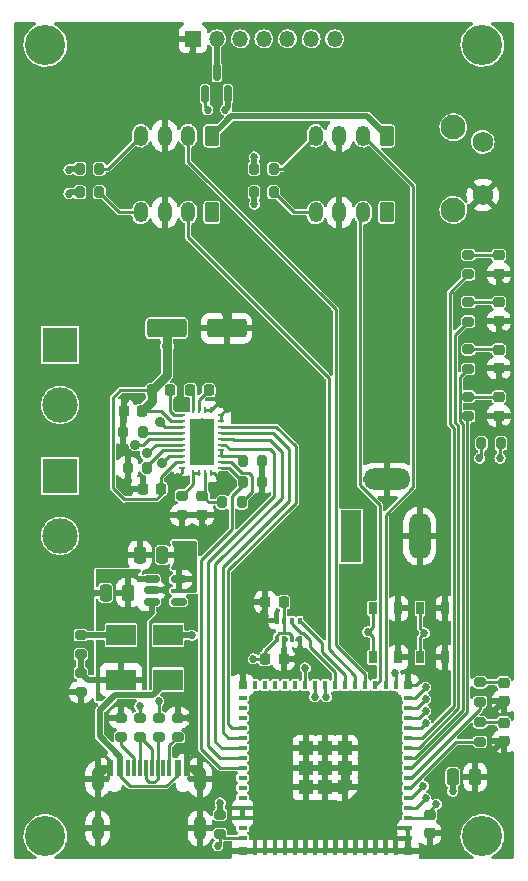
<source format=gbr>
%TF.GenerationSoftware,KiCad,Pcbnew,(6.0.7)*%
%TF.CreationDate,2022-11-21T13:24:10-08:00*%
%TF.ProjectId,WaterTopper,57617465-7254-46f7-9070-65722e6b6963,rev?*%
%TF.SameCoordinates,Original*%
%TF.FileFunction,Copper,L1,Top*%
%TF.FilePolarity,Positive*%
%FSLAX46Y46*%
G04 Gerber Fmt 4.6, Leading zero omitted, Abs format (unit mm)*
G04 Created by KiCad (PCBNEW (6.0.7)) date 2022-11-21 13:24:10*
%MOMM*%
%LPD*%
G01*
G04 APERTURE LIST*
G04 Aperture macros list*
%AMRoundRect*
0 Rectangle with rounded corners*
0 $1 Rounding radius*
0 $2 $3 $4 $5 $6 $7 $8 $9 X,Y pos of 4 corners*
0 Add a 4 corners polygon primitive as box body*
4,1,4,$2,$3,$4,$5,$6,$7,$8,$9,$2,$3,0*
0 Add four circle primitives for the rounded corners*
1,1,$1+$1,$2,$3*
1,1,$1+$1,$4,$5*
1,1,$1+$1,$6,$7*
1,1,$1+$1,$8,$9*
0 Add four rect primitives between the rounded corners*
20,1,$1+$1,$2,$3,$4,$5,0*
20,1,$1+$1,$4,$5,$6,$7,0*
20,1,$1+$1,$6,$7,$8,$9,0*
20,1,$1+$1,$8,$9,$2,$3,0*%
%AMFreePoly0*
4,1,15,0.000002,0.605000,0.600000,0.605000,0.603536,0.603536,0.605000,0.600000,0.605000,-0.600000,0.603536,-0.603536,0.600000,-0.605000,-0.600000,-0.605000,-0.603536,-0.603536,-0.605000,-0.600000,-0.605001,0.000000,-0.603536,0.003536,-0.003536,0.603536,0.000000,0.605001,0.000002,0.605000,0.000002,0.605000,$1*%
G04 Aperture macros list end*
%TA.AperFunction,SMDPad,CuDef*%
%ADD10RoundRect,0.225000X-0.225000X-0.250000X0.225000X-0.250000X0.225000X0.250000X-0.225000X0.250000X0*%
%TD*%
%TA.AperFunction,SMDPad,CuDef*%
%ADD11RoundRect,0.200000X-0.200000X-0.275000X0.200000X-0.275000X0.200000X0.275000X-0.200000X0.275000X0*%
%TD*%
%TA.AperFunction,SMDPad,CuDef*%
%ADD12RoundRect,0.225000X0.225000X0.250000X-0.225000X0.250000X-0.225000X-0.250000X0.225000X-0.250000X0*%
%TD*%
%TA.AperFunction,ComponentPad*%
%ADD13R,1.350000X1.350000*%
%TD*%
%TA.AperFunction,ComponentPad*%
%ADD14O,1.350000X1.350000*%
%TD*%
%TA.AperFunction,ComponentPad*%
%ADD15C,2.100000*%
%TD*%
%TA.AperFunction,ComponentPad*%
%ADD16C,1.750000*%
%TD*%
%TA.AperFunction,SMDPad,CuDef*%
%ADD17RoundRect,0.200000X0.200000X0.275000X-0.200000X0.275000X-0.200000X-0.275000X0.200000X-0.275000X0*%
%TD*%
%TA.AperFunction,SMDPad,CuDef*%
%ADD18RoundRect,0.200000X-0.275000X0.200000X-0.275000X-0.200000X0.275000X-0.200000X0.275000X0.200000X0*%
%TD*%
%TA.AperFunction,SMDPad,CuDef*%
%ADD19RoundRect,0.218750X0.256250X-0.218750X0.256250X0.218750X-0.256250X0.218750X-0.256250X-0.218750X0*%
%TD*%
%TA.AperFunction,SMDPad,CuDef*%
%ADD20RoundRect,0.200000X0.275000X-0.200000X0.275000X0.200000X-0.275000X0.200000X-0.275000X-0.200000X0*%
%TD*%
%TA.AperFunction,SMDPad,CuDef*%
%ADD21RoundRect,0.250000X0.250000X0.475000X-0.250000X0.475000X-0.250000X-0.475000X0.250000X-0.475000X0*%
%TD*%
%TA.AperFunction,SMDPad,CuDef*%
%ADD22R,2.500000X1.800000*%
%TD*%
%TA.AperFunction,WasherPad*%
%ADD23C,3.400000*%
%TD*%
%TA.AperFunction,ComponentPad*%
%ADD24R,1.800000X4.400000*%
%TD*%
%TA.AperFunction,ComponentPad*%
%ADD25O,1.800000X4.000000*%
%TD*%
%TA.AperFunction,ComponentPad*%
%ADD26O,4.000000X1.800000*%
%TD*%
%TA.AperFunction,SMDPad,CuDef*%
%ADD27R,0.600000X1.450000*%
%TD*%
%TA.AperFunction,SMDPad,CuDef*%
%ADD28R,0.300000X1.450000*%
%TD*%
%TA.AperFunction,ComponentPad*%
%ADD29O,1.050000X2.100000*%
%TD*%
%TA.AperFunction,ComponentPad*%
%ADD30R,3.000000X3.000000*%
%TD*%
%TA.AperFunction,ComponentPad*%
%ADD31C,3.000000*%
%TD*%
%TA.AperFunction,SMDPad,CuDef*%
%ADD32RoundRect,0.150000X-0.512500X-0.150000X0.512500X-0.150000X0.512500X0.150000X-0.512500X0.150000X0*%
%TD*%
%TA.AperFunction,SMDPad,CuDef*%
%ADD33RoundRect,0.225000X-0.250000X0.225000X-0.250000X-0.225000X0.250000X-0.225000X0.250000X0.225000X0*%
%TD*%
%TA.AperFunction,SMDPad,CuDef*%
%ADD34R,0.599999X0.249999*%
%TD*%
%TA.AperFunction,SMDPad,CuDef*%
%ADD35R,0.249999X0.599999*%
%TD*%
%TA.AperFunction,SMDPad,CuDef*%
%ADD36R,2.000001X4.000000*%
%TD*%
%TA.AperFunction,ComponentPad*%
%ADD37C,0.499999*%
%TD*%
%TA.AperFunction,SMDPad,CuDef*%
%ADD38RoundRect,0.150000X0.150000X-0.587500X0.150000X0.587500X-0.150000X0.587500X-0.150000X-0.587500X0*%
%TD*%
%TA.AperFunction,SMDPad,CuDef*%
%ADD39RoundRect,0.250000X-0.250000X-0.475000X0.250000X-0.475000X0.250000X0.475000X-0.250000X0.475000X0*%
%TD*%
%TA.AperFunction,SMDPad,CuDef*%
%ADD40R,0.650000X1.050000*%
%TD*%
%TA.AperFunction,SMDPad,CuDef*%
%ADD41RoundRect,0.250000X-1.412500X-0.550000X1.412500X-0.550000X1.412500X0.550000X-1.412500X0.550000X0*%
%TD*%
%TA.AperFunction,SMDPad,CuDef*%
%ADD42R,0.800000X0.400000*%
%TD*%
%TA.AperFunction,SMDPad,CuDef*%
%ADD43R,0.400000X0.800000*%
%TD*%
%TA.AperFunction,SMDPad,CuDef*%
%ADD44R,1.200000X1.200000*%
%TD*%
%TA.AperFunction,SMDPad,CuDef*%
%ADD45FreePoly0,180.000000*%
%TD*%
%TA.AperFunction,SMDPad,CuDef*%
%ADD46R,0.800000X0.800000*%
%TD*%
%TA.AperFunction,SMDPad,CuDef*%
%ADD47R,0.350000X0.500000*%
%TD*%
%TA.AperFunction,ComponentPad*%
%ADD48RoundRect,0.250000X0.350000X0.625000X-0.350000X0.625000X-0.350000X-0.625000X0.350000X-0.625000X0*%
%TD*%
%TA.AperFunction,ComponentPad*%
%ADD49O,1.200000X1.750000*%
%TD*%
%TA.AperFunction,ViaPad*%
%ADD50C,0.685800*%
%TD*%
%TA.AperFunction,ViaPad*%
%ADD51C,0.889000*%
%TD*%
%TA.AperFunction,Conductor*%
%ADD52C,0.508000*%
%TD*%
%TA.AperFunction,Conductor*%
%ADD53C,0.254000*%
%TD*%
%TA.AperFunction,Conductor*%
%ADD54C,0.762000*%
%TD*%
G04 APERTURE END LIST*
D10*
%TO.P,C9,1*%
%TO.N,+12V*%
X140028997Y-86250000D03*
%TO.P,C9,2*%
%TO.N,Net-(C9-Pad2)*%
X141578997Y-86250000D03*
%TD*%
D11*
%TO.P,R22,1*%
%TO.N,+3V3*%
X167925000Y-90750000D03*
%TO.P,R22,2*%
%TO.N,U_BTN*%
X169575000Y-90750000D03*
%TD*%
D12*
%TO.P,C6,1*%
%TO.N,+12V*%
X140775000Y-94600000D03*
%TO.P,C6,2*%
%TO.N,GND*%
X139225000Y-94600000D03*
%TD*%
D13*
%TO.P,J3,1,Pin_1*%
%TO.N,GND*%
X143500000Y-56500000D03*
D14*
%TO.P,J3,2,Pin_2*%
%TO.N,Net-(J3-Pad2)*%
X145500000Y-56500000D03*
%TO.P,J3,3,Pin_3*%
%TO.N,TFT_SCK*%
X147500000Y-56500000D03*
%TO.P,J3,4,Pin_4*%
%TO.N,TFT_SDA*%
X149500000Y-56500000D03*
%TO.P,J3,5,Pin_5*%
%TO.N,TFT_RST*%
X151500000Y-56500000D03*
%TO.P,J3,6,Pin_6*%
%TO.N,TFT_DC*%
X153500000Y-56500000D03*
%TO.P,J3,7,Pin_7*%
%TO.N,TFT_CS*%
X155500000Y-56500000D03*
%TD*%
D15*
%TO.P,SW3,*%
%TO.N,*%
X165547500Y-70985000D03*
X165547500Y-63975000D03*
D16*
%TO.P,SW3,1,A*%
%TO.N,U_BTN*%
X168037500Y-65225000D03*
%TO.P,SW3,2,B*%
%TO.N,GND*%
X168037500Y-69725000D03*
%TD*%
D17*
%TO.P,R10,1*%
%TO.N,Net-(R10-Pad1)*%
X139625000Y-92800000D03*
%TO.P,R10,2*%
%TO.N,GND*%
X137975000Y-92800000D03*
%TD*%
D12*
%TO.P,C12,1*%
%TO.N,+3V3*%
X151175000Y-104200000D03*
%TO.P,C12,2*%
%TO.N,GND*%
X149625000Y-104200000D03*
%TD*%
D18*
%TO.P,R3,1*%
%TO.N,/MCU_D-*%
X139000000Y-113975000D03*
%TO.P,R3,2*%
%TO.N,USB_D-*%
X139000000Y-115625000D03*
%TD*%
D19*
%TO.P,D3,1,K*%
%TO.N,GND*%
X169400000Y-88397276D03*
%TO.P,D3,2,A*%
%TO.N,Net-(D3-Pad2)*%
X169400000Y-86822276D03*
%TD*%
D20*
%TO.P,R2,1*%
%TO.N,Net-(J1-PadB5)*%
X142200000Y-115625000D03*
%TO.P,R2,2*%
%TO.N,GND*%
X142200000Y-113975000D03*
%TD*%
D21*
%TO.P,C3,1*%
%TO.N,Net-(C3-Pad1)*%
X138000000Y-103400000D03*
%TO.P,C3,2*%
%TO.N,GND*%
X136100000Y-103400000D03*
%TD*%
D22*
%TO.P,D7,1,K*%
%TO.N,Net-(C3-Pad1)*%
X137400000Y-110750000D03*
%TO.P,D7,2,A*%
%TO.N,+5V*%
X141400000Y-110750000D03*
%TD*%
D21*
%TO.P,C4,1*%
%TO.N,+3V3*%
X140900000Y-100200000D03*
%TO.P,C4,2*%
%TO.N,GND*%
X139000000Y-100200000D03*
%TD*%
D11*
%TO.P,R11,1*%
%TO.N,MTR_EN*%
X147728997Y-94000000D03*
%TO.P,R11,2*%
%TO.N,GND*%
X149378997Y-94000000D03*
%TD*%
D22*
%TO.P,D8,1,K*%
%TO.N,Net-(D8-Pad1)*%
X137400000Y-107000000D03*
%TO.P,D8,2,A*%
%TO.N,+12V*%
X141400000Y-107000000D03*
%TD*%
D19*
%TO.P,D2,1,K*%
%TO.N,GND*%
X169800000Y-112600000D03*
%TO.P,D2,2,A*%
%TO.N,Net-(D2-Pad2)*%
X169800000Y-111025000D03*
%TD*%
D23*
%TO.P,H4,*%
%TO.N,*%
X168000000Y-124000000D03*
%TD*%
D20*
%TO.P,R17,1*%
%TO.N,ULED_6*%
X166800000Y-76434776D03*
%TO.P,R17,2*%
%TO.N,Net-(D6-Pad2)*%
X166800000Y-74784776D03*
%TD*%
D24*
%TO.P,J2,1*%
%TO.N,+12V*%
X156900000Y-98600000D03*
D25*
%TO.P,J2,2*%
%TO.N,GND*%
X162700000Y-98600000D03*
D26*
%TO.P,J2,3*%
X159900000Y-93800000D03*
%TD*%
D18*
%TO.P,R4,1*%
%TO.N,/MCU_D+*%
X140600000Y-113975000D03*
%TO.P,R4,2*%
%TO.N,USB_D+*%
X140600000Y-115625000D03*
%TD*%
%TO.P,R21,1*%
%TO.N,+3V3*%
X145787878Y-122176570D03*
%TO.P,R21,2*%
%TO.N,MCU_EN*%
X145787878Y-123826570D03*
%TD*%
D20*
%TO.P,R19,1*%
%TO.N,ULED_1*%
X167800000Y-116025000D03*
%TO.P,R19,2*%
%TO.N,Net-(D1-Pad2)*%
X167800000Y-114375000D03*
%TD*%
D23*
%TO.P,H2,*%
%TO.N,*%
X168000000Y-57000000D03*
%TD*%
D27*
%TO.P,J1,A1B12,GND*%
%TO.N,GND*%
X136500000Y-118255000D03*
%TO.P,J1,A4B9,VBUS*%
%TO.N,+5V*%
X137300000Y-118255000D03*
D28*
%TO.P,J1,A5,CC1*%
%TO.N,Net-(J1-PadA5)*%
X138500000Y-118255000D03*
%TO.P,J1,A6,DP1*%
%TO.N,USB_D+*%
X139500000Y-118255000D03*
%TO.P,J1,A7,DN1*%
%TO.N,USB_D-*%
X140000000Y-118255000D03*
%TO.P,J1,A8,SBU1*%
%TO.N,unconnected-(J1-PadA8)*%
X141000000Y-118255000D03*
D27*
%TO.P,J1,B1A12,GND*%
%TO.N,GND*%
X143000000Y-118255000D03*
%TO.P,J1,B4A9,VBUS*%
%TO.N,+5V*%
X142200000Y-118255000D03*
D28*
%TO.P,J1,B5,CC2*%
%TO.N,Net-(J1-PadB5)*%
X141500000Y-118255000D03*
%TO.P,J1,B6,DP2*%
%TO.N,USB_D+*%
X140500000Y-118255000D03*
%TO.P,J1,B7,DN2*%
%TO.N,USB_D-*%
X139000000Y-118255000D03*
%TO.P,J1,B8,SBU2*%
%TO.N,unconnected-(J1-PadB8)*%
X138000000Y-118255000D03*
D29*
%TO.P,J1,S1,SHIELD*%
%TO.N,GND*%
X135430000Y-119170000D03*
%TO.P,J1,S2,SHIELD*%
X144070000Y-119170000D03*
%TO.P,J1,S3,SHIELD*%
X135430000Y-123350000D03*
%TO.P,J1,S4,SHIELD*%
X144070000Y-123350000D03*
%TD*%
D17*
%TO.P,R13,1*%
%TO.N,Net-(R13-Pad1)*%
X147628997Y-95750000D03*
%TO.P,R13,2*%
%TO.N,/NFAULT*%
X145978997Y-95750000D03*
%TD*%
%TO.P,R7,1*%
%TO.N,Net-(R7-Pad1)*%
X139225000Y-89800000D03*
%TO.P,R7,2*%
%TO.N,GND*%
X137575000Y-89800000D03*
%TD*%
D18*
%TO.P,R23,1*%
%TO.N,Net-(C3-Pad1)*%
X134000000Y-110175000D03*
%TO.P,R23,2*%
%TO.N,GND*%
X134000000Y-111825000D03*
%TD*%
D23*
%TO.P,H1,*%
%TO.N,*%
X131000000Y-57000000D03*
%TD*%
D30*
%TO.P,J8,1,Pin_1*%
%TO.N,MTR1A*%
X132250000Y-82420000D03*
D31*
%TO.P,J8,2,Pin_2*%
%TO.N,MTR1B*%
X132250000Y-87500000D03*
%TD*%
D20*
%TO.P,R18,1*%
%TO.N,ULED_4*%
X166800000Y-84434776D03*
%TO.P,R18,2*%
%TO.N,Net-(D4-Pad2)*%
X166800000Y-82784776D03*
%TD*%
D32*
%TO.P,U1,1,VIN*%
%TO.N,Net-(C3-Pad1)*%
X140000000Y-102250000D03*
%TO.P,U1,2,GND*%
%TO.N,GND*%
X140000000Y-103200000D03*
%TO.P,U1,3,EN*%
%TO.N,Net-(C3-Pad1)*%
X140000000Y-104150000D03*
%TO.P,U1,4,NC*%
%TO.N,unconnected-(U1-Pad4)*%
X142275000Y-104150000D03*
%TO.P,U1,5,VOUT*%
%TO.N,+3V3*%
X142275000Y-102250000D03*
%TD*%
D19*
%TO.P,D6,1,K*%
%TO.N,GND*%
X169400000Y-76397276D03*
%TO.P,D6,2,A*%
%TO.N,Net-(D6-Pad2)*%
X169400000Y-74822276D03*
%TD*%
D33*
%TO.P,C5,1*%
%TO.N,/NFAULT*%
X144303997Y-95225000D03*
%TO.P,C5,2*%
%TO.N,GND*%
X144303997Y-96775000D03*
%TD*%
D18*
%TO.P,R1,1*%
%TO.N,GND*%
X137400000Y-113975000D03*
%TO.P,R1,2*%
%TO.N,Net-(J1-PadA5)*%
X137400000Y-115625000D03*
%TD*%
D23*
%TO.P,H3,*%
%TO.N,*%
X131000000Y-124000000D03*
%TD*%
D34*
%TO.P,U3,1,VCP*%
%TO.N,Net-(C9-Pad2)*%
X142603998Y-88349999D03*
%TO.P,U3,2,VM*%
%TO.N,+12V*%
X142603998Y-88849998D03*
%TO.P,U3,3,AOUT1*%
%TO.N,MTR1A*%
X142603998Y-89350000D03*
%TO.P,U3,4,AISEN*%
%TO.N,Net-(R7-Pad1)*%
X142603998Y-89849999D03*
%TO.P,U3,5,AOUT2*%
%TO.N,MTR1B*%
X142603998Y-90350000D03*
%TO.P,U3,6,BOUT2*%
%TO.N,MTR2B*%
X142603998Y-90850000D03*
%TO.P,U3,7,BISEN*%
%TO.N,Net-(R10-Pad1)*%
X142603998Y-91349998D03*
%TO.P,U3,8,BOUT1*%
%TO.N,MTR2A*%
X142603998Y-91850000D03*
%TO.P,U3,9,VM*%
%TO.N,+12V*%
X142603998Y-92349999D03*
%TO.P,U3,10,GND*%
%TO.N,GND*%
X142603998Y-92850001D03*
D35*
%TO.P,U3,11,AVREF*%
%TO.N,Net-(R12-Pad1)*%
X143503996Y-93250000D03*
%TO.P,U3,12,BVREF*%
X144003997Y-93250000D03*
%TO.P,U3,13,V3P3*%
%TO.N,/NFAULT*%
X144503997Y-93250000D03*
%TO.P,U3,14,TOFF*%
%TO.N,GND*%
X145003995Y-93250000D03*
D34*
%TO.P,U3,15,SLEEP_N*%
%TO.N,MTR_EN*%
X145903996Y-92850001D03*
%TO.P,U3,16,FAULT_N*%
%TO.N,Net-(R13-Pad1)*%
X145903996Y-92350002D03*
%TO.P,U3,17,BDECAY*%
%TO.N,Net-(R14-Pad1)*%
X145903996Y-91850000D03*
%TO.P,U3,18,ADECAY*%
X145903996Y-91350001D03*
%TO.P,U3,19,BEN*%
%TO.N,PWM4*%
X145903996Y-90850000D03*
%TO.P,U3,20,BPH*%
%TO.N,PWM3*%
X145903996Y-90350000D03*
%TO.P,U3,21,AEN*%
%TO.N,PWM2*%
X145903996Y-89850002D03*
%TO.P,U3,22,APH*%
%TO.N,PWM1*%
X145903996Y-89350000D03*
%TO.P,U3,23,ATE*%
%TO.N,GND*%
X145903996Y-88850001D03*
%TO.P,U3,24,TRQ1*%
X145903996Y-88349999D03*
D35*
%TO.P,U3,25,TRQ0*%
X145003998Y-87950000D03*
%TO.P,U3,26,GND*%
X144503999Y-87950000D03*
%TO.P,U3,27,CPL*%
%TO.N,Net-(C10-Pad2)*%
X144003997Y-87950000D03*
%TO.P,U3,28,CPH*%
%TO.N,Net-(C10-Pad1)*%
X143503999Y-87950000D03*
D36*
%TO.P,U3,29,PAD*%
%TO.N,GND*%
X144253997Y-90600000D03*
D37*
%TO.P,U3,V1*%
X145003998Y-90600000D03*
%TO.P,U3,V2*%
X143503996Y-90600000D03*
%TO.P,U3,V3*%
X144253997Y-88850001D03*
%TO.P,U3,V4*%
X144253997Y-92349999D03*
%TD*%
D12*
%TO.P,C7,1*%
%TO.N,+12V*%
X139175000Y-88000000D03*
%TO.P,C7,2*%
%TO.N,GND*%
X137625000Y-88000000D03*
%TD*%
D18*
%TO.P,R24,1*%
%TO.N,Net-(D8-Pad1)*%
X134000000Y-106975000D03*
%TO.P,R24,2*%
%TO.N,Net-(C3-Pad1)*%
X134000000Y-108625000D03*
%TD*%
D19*
%TO.P,D1,1,K*%
%TO.N,GND*%
X169800000Y-115987500D03*
%TO.P,D1,2,A*%
%TO.N,Net-(D1-Pad2)*%
X169800000Y-114412500D03*
%TD*%
D11*
%TO.P,R8,1*%
%TO.N,+3V3*%
X133925000Y-67500000D03*
%TO.P,R8,2*%
%TO.N,Net-(J6-Pad4)*%
X135575000Y-67500000D03*
%TD*%
D18*
%TO.P,R12,1*%
%TO.N,Net-(R12-Pad1)*%
X142553997Y-95175000D03*
%TO.P,R12,2*%
%TO.N,GND*%
X142553997Y-96825000D03*
%TD*%
D20*
%TO.P,R20,1*%
%TO.N,ULED_2*%
X167800000Y-112637500D03*
%TO.P,R20,2*%
%TO.N,Net-(D2-Pad2)*%
X167800000Y-110987500D03*
%TD*%
D11*
%TO.P,R6,1*%
%TO.N,+3V3*%
X148675000Y-69500000D03*
%TO.P,R6,2*%
%TO.N,Net-(J5-Pad4)*%
X150325000Y-69500000D03*
%TD*%
D10*
%TO.P,C11,1*%
%TO.N,+3V3*%
X149625000Y-109000000D03*
%TO.P,C11,2*%
%TO.N,GND*%
X151175000Y-109000000D03*
%TD*%
D19*
%TO.P,D5,1,K*%
%TO.N,GND*%
X169400000Y-80397276D03*
%TO.P,D5,2,A*%
%TO.N,Net-(D5-Pad2)*%
X169400000Y-78822276D03*
%TD*%
D33*
%TO.P,C2,1*%
%TO.N,+3V3*%
X163537878Y-122226570D03*
%TO.P,C2,2*%
%TO.N,GND*%
X163537878Y-123776570D03*
%TD*%
D38*
%TO.P,Q1,1,G*%
%TO.N,TFT_EN*%
X144550000Y-61187500D03*
%TO.P,Q1,2,S*%
%TO.N,+3V3*%
X146450000Y-61187500D03*
%TO.P,Q1,3,D*%
%TO.N,Net-(J3-Pad2)*%
X145500000Y-59312500D03*
%TD*%
D39*
%TO.P,C1,1*%
%TO.N,+3V3*%
X165500000Y-119000000D03*
%TO.P,C1,2*%
%TO.N,GND*%
X167400000Y-119000000D03*
%TD*%
D40*
%TO.P,SW2,1,A*%
%TO.N,MCU_BOOT*%
X162725000Y-104725000D03*
X162725000Y-108875000D03*
%TO.P,SW2,2,B*%
%TO.N,GND*%
X164875000Y-104725000D03*
X164875000Y-108875000D03*
%TD*%
D11*
%TO.P,R14,1*%
%TO.N,Net-(R14-Pad1)*%
X147728997Y-92250000D03*
%TO.P,R14,2*%
%TO.N,GND*%
X149378997Y-92250000D03*
%TD*%
%TO.P,R9,1*%
%TO.N,+3V3*%
X133925000Y-69500000D03*
%TO.P,R9,2*%
%TO.N,Net-(J7-Pad4)*%
X135575000Y-69500000D03*
%TD*%
D10*
%TO.P,C10,1*%
%TO.N,Net-(C10-Pad1)*%
X143278997Y-86250000D03*
%TO.P,C10,2*%
%TO.N,Net-(C10-Pad2)*%
X144828997Y-86250000D03*
%TD*%
D19*
%TO.P,D4,1,K*%
%TO.N,GND*%
X169400000Y-84397276D03*
%TO.P,D4,2,A*%
%TO.N,Net-(D4-Pad2)*%
X169400000Y-82822276D03*
%TD*%
D41*
%TO.P,C8,1*%
%TO.N,+12V*%
X141262500Y-81000000D03*
%TO.P,C8,2*%
%TO.N,GND*%
X146337500Y-81000000D03*
%TD*%
D20*
%TO.P,R16,1*%
%TO.N,ULED_3*%
X166800000Y-88434776D03*
%TO.P,R16,2*%
%TO.N,Net-(D3-Pad2)*%
X166800000Y-86784776D03*
%TD*%
D40*
%TO.P,SW1,1,A*%
%TO.N,MCU_EN*%
X158725000Y-108875000D03*
X158725000Y-104725000D03*
%TO.P,SW1,2,B*%
%TO.N,GND*%
X160875000Y-104725000D03*
X160875000Y-108875000D03*
%TD*%
D11*
%TO.P,R5,1*%
%TO.N,+3V3*%
X148675000Y-67500000D03*
%TO.P,R5,2*%
%TO.N,Net-(J4-Pad4)*%
X150325000Y-67500000D03*
%TD*%
D30*
%TO.P,J9,1,Pin_1*%
%TO.N,MTR2B*%
X132250000Y-93500000D03*
D31*
%TO.P,J9,2,Pin_2*%
%TO.N,MTR2A*%
X132250000Y-98580000D03*
%TD*%
D42*
%TO.P,U2,1,GND*%
%TO.N,GND*%
X161700378Y-124176570D03*
%TO.P,U2,2,GND*%
X161700378Y-123326570D03*
%TO.P,U2,3,3V3*%
%TO.N,+3V3*%
X161700378Y-122476570D03*
%TO.P,U2,4,IO0*%
%TO.N,MCU_BOOT*%
X161700378Y-121626570D03*
%TO.P,U2,5,IO1*%
%TO.N,U_BTN*%
X161700378Y-120776570D03*
%TO.P,U2,6,IO2*%
%TO.N,ULED_1*%
X161700378Y-119926570D03*
%TO.P,U2,7,IO3*%
%TO.N,ULED_2*%
X161700378Y-119076570D03*
%TO.P,U2,8,IO4*%
%TO.N,ULED_3*%
X161700378Y-118226570D03*
%TO.P,U2,9,IO5*%
%TO.N,ULED_4*%
X161700378Y-117376570D03*
%TO.P,U2,10,IO6*%
%TO.N,ULED_5*%
X161700378Y-116526570D03*
%TO.P,U2,11,IO7*%
%TO.N,ULED_6*%
X161700378Y-115676570D03*
%TO.P,U2,12,IO8*%
%TO.N,TFT_CS*%
X161700378Y-114826570D03*
%TO.P,U2,13,IO9*%
%TO.N,TFT_DC*%
X161700378Y-113976570D03*
%TO.P,U2,14,IO10*%
%TO.N,TFT_RST*%
X161700378Y-113126570D03*
%TO.P,U2,15,IO11*%
%TO.N,TFT_SDA*%
X161700378Y-112276570D03*
D43*
%TO.P,U2,16,IO12*%
%TO.N,TFT_SCK*%
X160650378Y-111226570D03*
%TO.P,U2,17,IO13*%
%TO.N,LSENSOR1*%
X159800378Y-111226570D03*
%TO.P,U2,18,IO14*%
%TO.N,LSENSOR2*%
X158950378Y-111226570D03*
%TO.P,U2,19,IO15*%
%TO.N,LSENSOR3*%
X158100378Y-111226570D03*
%TO.P,U2,20,IO16*%
%TO.N,LSENSOR4*%
X157250378Y-111226570D03*
%TO.P,U2,21,IO17*%
%TO.N,BMP_SCK*%
X156400378Y-111226570D03*
%TO.P,U2,22,IO18*%
%TO.N,BMP_SDA*%
X155550378Y-111226570D03*
%TO.P,U2,23,IO19*%
%TO.N,/MCU_D-*%
X154700378Y-111226570D03*
%TO.P,U2,24,IO20*%
%TO.N,/MCU_D+*%
X153850378Y-111226570D03*
%TO.P,U2,25,IO21*%
%TO.N,TFT_EN*%
X153000378Y-111226570D03*
%TO.P,U2,26,IO26*%
%TO.N,unconnected-(U2-Pad26)*%
X152150378Y-111226570D03*
%TO.P,U2,27,IO47*%
%TO.N,unconnected-(U2-Pad27)*%
X151300378Y-111226570D03*
%TO.P,U2,28,IO33*%
%TO.N,unconnected-(U2-Pad28)*%
X150450378Y-111226570D03*
%TO.P,U2,29,IO34*%
%TO.N,unconnected-(U2-Pad29)*%
X149600378Y-111226570D03*
%TO.P,U2,30,IO48*%
%TO.N,unconnected-(U2-Pad30)*%
X148750378Y-111226570D03*
D42*
%TO.P,U2,31,IO35*%
%TO.N,unconnected-(U2-Pad31)*%
X147700378Y-112276570D03*
%TO.P,U2,32,IO36*%
%TO.N,unconnected-(U2-Pad32)*%
X147700378Y-113126570D03*
%TO.P,U2,33,IO37*%
%TO.N,unconnected-(U2-Pad33)*%
X147700378Y-113976570D03*
%TO.P,U2,34,IO38*%
%TO.N,PWM1*%
X147700378Y-114826570D03*
%TO.P,U2,35,IO39*%
%TO.N,PWM2*%
X147700378Y-115676570D03*
%TO.P,U2,36,IO40*%
%TO.N,PWM3*%
X147700378Y-116526570D03*
%TO.P,U2,37,IO41*%
%TO.N,PWM4*%
X147700378Y-117376570D03*
%TO.P,U2,38,IO42*%
%TO.N,MTR_EN*%
X147700378Y-118226570D03*
%TO.P,U2,39,TXD0*%
%TO.N,unconnected-(U2-Pad39)*%
X147700378Y-119076570D03*
%TO.P,U2,40,RXD0*%
%TO.N,unconnected-(U2-Pad40)*%
X147700378Y-119926570D03*
%TO.P,U2,41,IO45*%
%TO.N,unconnected-(U2-Pad41)*%
X147700378Y-120776570D03*
%TO.P,U2,42,GND*%
%TO.N,GND*%
X147700378Y-121626570D03*
%TO.P,U2,43,GND*%
X147700378Y-122476570D03*
%TO.P,U2,44,IO46*%
%TO.N,unconnected-(U2-Pad44)*%
X147700378Y-123326570D03*
%TO.P,U2,45,EN*%
%TO.N,MCU_EN*%
X147700378Y-124176570D03*
D43*
%TO.P,U2,46,GND*%
%TO.N,GND*%
X148750378Y-125226570D03*
%TO.P,U2,47,GND*%
X149600378Y-125226570D03*
%TO.P,U2,48,GND*%
X150450378Y-125226570D03*
%TO.P,U2,49,GND*%
X151300378Y-125226570D03*
%TO.P,U2,50,GND*%
X152150378Y-125226570D03*
%TO.P,U2,51,GND*%
X153000378Y-125226570D03*
%TO.P,U2,52,GND*%
X153850378Y-125226570D03*
%TO.P,U2,53,GND*%
X154700378Y-125226570D03*
%TO.P,U2,54,GND*%
X155550378Y-125226570D03*
%TO.P,U2,55,GND*%
X156400378Y-125226570D03*
%TO.P,U2,56,GND*%
X157250378Y-125226570D03*
%TO.P,U2,57,GND*%
X158100378Y-125226570D03*
%TO.P,U2,58,GND*%
X158950378Y-125226570D03*
%TO.P,U2,59,GND*%
X159800378Y-125226570D03*
%TO.P,U2,60,GND*%
X160650378Y-125226570D03*
D44*
%TO.P,U2,61,GND*%
X154700378Y-118226570D03*
D45*
%TO.P,U2,61_1,GND*%
X156350378Y-119876570D03*
D44*
%TO.P,U2,61_2,GND*%
X154700378Y-119876570D03*
%TO.P,U2,61_3,GND*%
X153050378Y-119876570D03*
%TO.P,U2,61_4,GND*%
X153050378Y-118226570D03*
%TO.P,U2,61_5,GND*%
X153050378Y-116576570D03*
%TO.P,U2,61_6,GND*%
X154700378Y-116576570D03*
%TO.P,U2,61_7,GND*%
X156350378Y-116576570D03*
%TO.P,U2,61_8,GND*%
X156350378Y-118226570D03*
D46*
%TO.P,U2,62,GND*%
X161700378Y-125226570D03*
%TO.P,U2,63,GND*%
X161700378Y-111226570D03*
%TO.P,U2,64,GND*%
X147700378Y-111226570D03*
%TO.P,U2,65,GND*%
X147700378Y-125226570D03*
%TD*%
D47*
%TO.P,U4,1,GND*%
%TO.N,GND*%
X150575000Y-105750000D03*
%TO.P,U4,2,CSB*%
%TO.N,+3V3*%
X151225000Y-105750000D03*
%TO.P,U4,3,SDI*%
%TO.N,BMP_SDA*%
X151875000Y-105750000D03*
%TO.P,U4,4,SCK*%
%TO.N,BMP_SCK*%
X152525000Y-105750000D03*
%TO.P,U4,5,SDO*%
%TO.N,GND*%
X152525000Y-107350000D03*
%TO.P,U4,6,VDDIO*%
%TO.N,+3V3*%
X151875000Y-107350000D03*
%TO.P,U4,7,GND*%
%TO.N,GND*%
X151225000Y-107350000D03*
%TO.P,U4,8,VDD*%
%TO.N,+3V3*%
X150575000Y-107350000D03*
%TD*%
D20*
%TO.P,R15,1*%
%TO.N,ULED_5*%
X166800000Y-80434776D03*
%TO.P,R15,2*%
%TO.N,Net-(D5-Pad2)*%
X166800000Y-78784776D03*
%TD*%
D48*
%TO.P,J7,1,Pin_1*%
%TO.N,+12V*%
X145100000Y-71200000D03*
D49*
%TO.P,J7,2,Pin_2*%
%TO.N,LSENSOR4*%
X143100000Y-71200000D03*
%TO.P,J7,3,Pin_3*%
%TO.N,GND*%
X141100000Y-71200000D03*
%TO.P,J7,4,Pin_4*%
%TO.N,Net-(J7-Pad4)*%
X139100000Y-71200000D03*
%TD*%
D48*
%TO.P,J4,1,Pin_1*%
%TO.N,+12V*%
X159900000Y-64700000D03*
D49*
%TO.P,J4,2,Pin_2*%
%TO.N,LSENSOR1*%
X157900000Y-64700000D03*
%TO.P,J4,3,Pin_3*%
%TO.N,GND*%
X155900000Y-64700000D03*
%TO.P,J4,4,Pin_4*%
%TO.N,Net-(J4-Pad4)*%
X153900000Y-64700000D03*
%TD*%
D48*
%TO.P,J5,1,Pin_1*%
%TO.N,+12V*%
X159900000Y-71200000D03*
D49*
%TO.P,J5,2,Pin_2*%
%TO.N,LSENSOR2*%
X157900000Y-71200000D03*
%TO.P,J5,3,Pin_3*%
%TO.N,GND*%
X155900000Y-71200000D03*
%TO.P,J5,4,Pin_4*%
%TO.N,Net-(J5-Pad4)*%
X153900000Y-71200000D03*
%TD*%
D48*
%TO.P,J6,1,Pin_1*%
%TO.N,+12V*%
X145100000Y-64700000D03*
D49*
%TO.P,J6,2,Pin_2*%
%TO.N,LSENSOR3*%
X143100000Y-64700000D03*
%TO.P,J6,3,Pin_3*%
%TO.N,GND*%
X141100000Y-64700000D03*
%TO.P,J6,4,Pin_4*%
%TO.N,Net-(J6-Pad4)*%
X139100000Y-64700000D03*
%TD*%
D50*
%TO.N,U_BTN*%
X169500000Y-92000000D03*
X163000000Y-119750000D03*
%TO.N,TFT_SDA*%
X163200000Y-111400000D03*
%TO.N,TFT_SCK*%
X160600000Y-110200000D03*
%TO.N,TFT_RST*%
X163200000Y-112400000D03*
%TO.N,TFT_DC*%
X163200000Y-113400000D03*
%TO.N,TFT_CS*%
X163200000Y-114400000D03*
%TO.N,/MCU_D-*%
X139000000Y-113000000D03*
X154800000Y-112200000D03*
%TO.N,/MCU_D+*%
X140600000Y-112600000D03*
X153800000Y-112200000D03*
D51*
%TO.N,MTR2B*%
X139600000Y-91600000D03*
%TO.N,MTR2A*%
X140900000Y-92400000D03*
%TO.N,MTR1B*%
X138600000Y-90850000D03*
%TO.N,MTR1A*%
X140700353Y-88899647D03*
D50*
%TO.N,MCU_EN*%
X145600000Y-124800000D03*
X158300000Y-106700000D03*
%TO.N,MCU_BOOT*%
X163100000Y-106800000D03*
X163200000Y-120800000D03*
D51*
%TO.N,GND*%
X143400000Y-110200000D03*
D50*
X146400000Y-87800000D03*
X169000000Y-116700000D03*
X145800000Y-93800000D03*
X137400000Y-113000000D03*
X139050000Y-98800000D03*
X167400000Y-117700000D03*
X142600000Y-97800000D03*
X152600000Y-108200000D03*
X137800000Y-94000000D03*
D51*
X143800000Y-79400000D03*
D50*
X143400000Y-57800000D03*
X141150000Y-103150000D03*
X163600000Y-124800000D03*
D51*
X153500000Y-123500000D03*
X151000000Y-123500000D03*
D50*
X147700000Y-109800000D03*
X163200000Y-110400000D03*
X169896400Y-89512500D03*
D51*
X146300000Y-79600000D03*
D50*
X170000000Y-77512500D03*
X152200000Y-109000000D03*
D51*
X149750000Y-123500000D03*
X145600000Y-83400000D03*
D50*
X138200000Y-94800000D03*
D51*
X157250000Y-123500000D03*
X159750000Y-123500000D03*
D50*
X137800000Y-87000000D03*
X135900000Y-117050000D03*
X169896400Y-81512500D03*
D51*
X149600000Y-102800000D03*
D50*
X149400000Y-105200000D03*
X169896400Y-85512500D03*
D51*
X156000000Y-123500000D03*
D50*
X142200000Y-93600000D03*
X164800000Y-106800000D03*
X143200000Y-114000000D03*
D51*
X158500000Y-123500000D03*
D50*
X149200000Y-95200000D03*
X161200000Y-106800000D03*
X135000000Y-103400000D03*
X143600000Y-117050000D03*
X144400000Y-97800000D03*
D51*
X154750000Y-123500000D03*
D50*
X145800000Y-87200000D03*
D51*
X149000000Y-106600000D03*
X152250000Y-123500000D03*
D50*
X169000000Y-113400000D03*
%TO.N,+3V3*%
X142200000Y-100200000D03*
X145800000Y-121200000D03*
X143000000Y-101000000D03*
X148600000Y-109000000D03*
X146250000Y-62500000D03*
X164100000Y-121300000D03*
X133000000Y-69600000D03*
X148700000Y-66500000D03*
X167750000Y-92000000D03*
X143000000Y-99400000D03*
X133000000Y-67600000D03*
X148700000Y-70500000D03*
X142200000Y-101000000D03*
X143000000Y-100200000D03*
X165500000Y-120200000D03*
X142200000Y-99400000D03*
D51*
%TO.N,+12V*%
X141300000Y-82500000D03*
D50*
X143400000Y-107000000D03*
%TO.N,TFT_EN*%
X153000000Y-109750000D03*
X144750000Y-62500000D03*
%TD*%
D52*
%TO.N,Net-(D8-Pad1)*%
X134025000Y-107000000D02*
X134000000Y-106975000D01*
X137400000Y-107000000D02*
X134025000Y-107000000D01*
%TO.N,Net-(C3-Pad1)*%
X134000000Y-108625000D02*
X134000000Y-110175000D01*
X134575000Y-110750000D02*
X134000000Y-110175000D01*
X137400000Y-110750000D02*
X134575000Y-110750000D01*
D53*
%TO.N,U_BTN*%
X161973430Y-120776570D02*
X163000000Y-119750000D01*
X169500000Y-92000000D02*
X169500000Y-90825000D01*
X161700378Y-120776570D02*
X161900378Y-120776570D01*
X161700378Y-120776570D02*
X161973430Y-120776570D01*
X169500000Y-90825000D02*
X169575000Y-90750000D01*
D52*
%TO.N,Net-(J3-Pad2)*%
X145500000Y-59312500D02*
X145500000Y-56500000D01*
D53*
%TO.N,USB_D-*%
X139000000Y-118255000D02*
X139000000Y-115625000D01*
X140000000Y-116625000D02*
X139000000Y-115625000D01*
X140000000Y-118255000D02*
X140000000Y-116625000D01*
%TO.N,USB_D+*%
X139500000Y-119150000D02*
X139750000Y-119400000D01*
X140500000Y-115725000D02*
X140600000Y-115625000D01*
X140500000Y-119138000D02*
X140500000Y-118255000D01*
X140238000Y-119400000D02*
X140500000Y-119138000D01*
X139500000Y-118255000D02*
X139500000Y-119150000D01*
X139750000Y-119400000D02*
X140238000Y-119400000D01*
X140500000Y-118255000D02*
X140500000Y-115725000D01*
%TO.N,ULED_6*%
X161700378Y-115676570D02*
X162923430Y-115676570D01*
X162923430Y-115676570D02*
X165591776Y-113008224D01*
X165591776Y-113008224D02*
X165591776Y-89421237D01*
X165250000Y-77984776D02*
X166800000Y-76434776D01*
X165591776Y-89421237D02*
X165250000Y-89079461D01*
X165250000Y-89079461D02*
X165250000Y-77984776D01*
%TO.N,ULED_5*%
X165972776Y-113166040D02*
X162612246Y-116526570D01*
X165690000Y-88980645D02*
X165690000Y-81544776D01*
X165972776Y-113166040D02*
X165972776Y-89263421D01*
X162612246Y-116526570D02*
X161700378Y-116526570D01*
X165690000Y-81544776D02*
X166800000Y-80434776D01*
X165972776Y-89263421D02*
X165690000Y-88980645D01*
%TO.N,ULED_4*%
X166071000Y-88822829D02*
X166071000Y-85163776D01*
X162301062Y-117376570D02*
X166353776Y-113323856D01*
X166353776Y-113323856D02*
X166353776Y-89105605D01*
X166353776Y-89105605D02*
X166071000Y-88822829D01*
X166071000Y-85163776D02*
X166800000Y-84434776D01*
X161700378Y-117376570D02*
X162301062Y-117376570D01*
%TO.N,ULED_3*%
X161989878Y-118226570D02*
X166734776Y-113481672D01*
X166734776Y-88500000D02*
X166800000Y-88434776D01*
X166734776Y-113481672D02*
X166734776Y-88500000D01*
X161700378Y-118226570D02*
X161989878Y-118226570D01*
%TO.N,ULED_2*%
X167800000Y-113257947D02*
X161981377Y-119076570D01*
X167800000Y-112637500D02*
X167800000Y-113257947D01*
X161981377Y-119076570D02*
X161700378Y-119076570D01*
%TO.N,ULED_1*%
X161700378Y-119926570D02*
X161900378Y-119926570D01*
X161958378Y-119926570D02*
X161700378Y-119926570D01*
X161900378Y-119926570D02*
X165801948Y-116025000D01*
X165801948Y-116025000D02*
X167800000Y-116025000D01*
%TO.N,TFT_SDA*%
X162323430Y-112276570D02*
X163200000Y-111400000D01*
X161700378Y-112276570D02*
X162323430Y-112276570D01*
%TO.N,TFT_SCK*%
X160650378Y-111226570D02*
X160650378Y-110250378D01*
X160650378Y-110250378D02*
X160600000Y-110200000D01*
%TO.N,TFT_RST*%
X161700378Y-113126570D02*
X162473430Y-113126570D01*
X162473430Y-113126570D02*
X163200000Y-112400000D01*
%TO.N,TFT_DC*%
X161700378Y-113976570D02*
X162623430Y-113976570D01*
X162623430Y-113976570D02*
X163200000Y-113400000D01*
%TO.N,TFT_CS*%
X161700378Y-114826570D02*
X162773430Y-114826570D01*
X162773430Y-114826570D02*
X163200000Y-114400000D01*
%TO.N,PWM4*%
X146250000Y-90850000D02*
X146600000Y-91200000D01*
X145776570Y-117376570D02*
X144800000Y-116400000D01*
X144800000Y-100800000D02*
X150400000Y-95200000D01*
X150400000Y-95200000D02*
X150400000Y-93600000D01*
X145903996Y-90850000D02*
X146250000Y-90850000D01*
X150400000Y-93400000D02*
X150400000Y-93600000D01*
X144800000Y-116400000D02*
X144800000Y-100800000D01*
X150400000Y-91600000D02*
X150400000Y-93400000D01*
X150000000Y-91200000D02*
X150400000Y-91600000D01*
X146600000Y-91200000D02*
X150000000Y-91200000D01*
X147700378Y-117376570D02*
X145776570Y-117376570D01*
%TO.N,PWM3*%
X150000000Y-90500000D02*
X147000000Y-90500000D01*
X146850000Y-90350000D02*
X145903996Y-90350000D01*
X145400000Y-116000000D02*
X145400000Y-101000000D01*
X151000000Y-91500000D02*
X150000000Y-90500000D01*
X147000000Y-90500000D02*
X146850000Y-90350000D01*
X151000000Y-95400000D02*
X151000000Y-91500000D01*
X147700378Y-116526570D02*
X145926570Y-116526570D01*
X145926570Y-116526570D02*
X145400000Y-116000000D01*
X145400000Y-101000000D02*
X151000000Y-95400000D01*
%TO.N,PWM2*%
X151600000Y-95600000D02*
X146000000Y-101200000D01*
X145903996Y-89850002D02*
X150250002Y-89850002D01*
X146000000Y-101200000D02*
X146000000Y-115200000D01*
X151600000Y-91200000D02*
X151600000Y-95600000D01*
X146476570Y-115676570D02*
X147700378Y-115676570D01*
X146000000Y-115200000D02*
X146476570Y-115676570D01*
X150250002Y-89850002D02*
X151600000Y-91200000D01*
%TO.N,PWM1*%
X146826570Y-114826570D02*
X146500000Y-114500000D01*
X147700378Y-114826570D02*
X146826570Y-114826570D01*
X152200000Y-95800000D02*
X152200000Y-91000000D01*
X145903996Y-89350000D02*
X150550000Y-89350000D01*
X146500000Y-114500000D02*
X146500000Y-101500000D01*
X146500000Y-101500000D02*
X152200000Y-95800000D01*
X152200000Y-91000000D02*
X150550000Y-89350000D01*
%TO.N,Net-(R7-Pad1)*%
X139274999Y-89849999D02*
X139225000Y-89800000D01*
X142603998Y-89849999D02*
X139274999Y-89849999D01*
%TO.N,/MCU_D-*%
X154700378Y-112100378D02*
X154800000Y-112200000D01*
X154700378Y-111226570D02*
X154700378Y-112100378D01*
X139000000Y-113975000D02*
X139000000Y-113000000D01*
%TO.N,/MCU_D+*%
X140600000Y-113975000D02*
X140600000Y-112600000D01*
X153850378Y-112149622D02*
X153800000Y-112200000D01*
X153850378Y-111226570D02*
X153850378Y-112149622D01*
%TO.N,Net-(R14-Pad1)*%
X145903996Y-91850000D02*
X147328997Y-91850000D01*
X145903996Y-91350001D02*
X145903996Y-91850000D01*
X147328997Y-91850000D02*
X147728997Y-92250000D01*
%TO.N,Net-(R13-Pad1)*%
X146711946Y-92350002D02*
X147632944Y-93271000D01*
X148500000Y-94878997D02*
X147628997Y-95750000D01*
X145903996Y-92350002D02*
X146711946Y-92350002D01*
X148500000Y-93500000D02*
X148500000Y-94878997D01*
X147632944Y-93271000D02*
X148271000Y-93271000D01*
X148271000Y-93271000D02*
X148500000Y-93500000D01*
%TO.N,Net-(R12-Pad1)*%
X143503996Y-93250000D02*
X143503996Y-94225001D01*
X143503996Y-94225001D02*
X142553997Y-95175000D01*
X144003997Y-93250000D02*
X143503996Y-93250000D01*
%TO.N,Net-(R10-Pad1)*%
X140962173Y-91349998D02*
X139625000Y-92687171D01*
X139625000Y-92687171D02*
X139625000Y-92800000D01*
X142603998Y-91349998D02*
X140962173Y-91349998D01*
%TO.N,Net-(J7-Pad4)*%
X135575000Y-69500000D02*
X137275000Y-71200000D01*
X137275000Y-71200000D02*
X139100000Y-71200000D01*
%TO.N,Net-(J6-Pad4)*%
X136300000Y-67500000D02*
X139100000Y-64700000D01*
X135575000Y-67500000D02*
X136300000Y-67500000D01*
%TO.N,Net-(J5-Pad4)*%
X152025000Y-71200000D02*
X153900000Y-71200000D01*
X150325000Y-69500000D02*
X152025000Y-71200000D01*
%TO.N,Net-(J4-Pad4)*%
X153900000Y-64700000D02*
X151100000Y-67500000D01*
X151100000Y-67500000D02*
X150325000Y-67500000D01*
%TO.N,Net-(J1-PadB5)*%
X141500000Y-116325000D02*
X142200000Y-115625000D01*
X141500000Y-118255000D02*
X141500000Y-116325000D01*
%TO.N,Net-(J1-PadA5)*%
X137400000Y-116272000D02*
X137400000Y-115625000D01*
X138500000Y-118255000D02*
X138500000Y-117372000D01*
X138500000Y-117372000D02*
X137400000Y-116272000D01*
%TO.N,Net-(D6-Pad2)*%
X169362500Y-74784776D02*
X169400000Y-74822276D01*
X166800000Y-74784776D02*
X169362500Y-74784776D01*
%TO.N,Net-(D5-Pad2)*%
X169362500Y-78784776D02*
X169400000Y-78822276D01*
X166800000Y-78784776D02*
X169362500Y-78784776D01*
%TO.N,Net-(D4-Pad2)*%
X166800000Y-82784776D02*
X169362500Y-82784776D01*
X169362500Y-82784776D02*
X169400000Y-82822276D01*
%TO.N,Net-(D3-Pad2)*%
X166800000Y-86784776D02*
X169362500Y-86784776D01*
X169362500Y-86784776D02*
X169400000Y-86822276D01*
%TO.N,Net-(D2-Pad2)*%
X167800000Y-110987500D02*
X169762500Y-110987500D01*
X169762500Y-110987500D02*
X169800000Y-111025000D01*
%TO.N,Net-(D1-Pad2)*%
X167800000Y-114375000D02*
X169762500Y-114375000D01*
X169762500Y-114375000D02*
X169800000Y-114412500D01*
%TO.N,Net-(C9-Pad2)*%
X141578997Y-88025000D02*
X141578997Y-86250000D01*
X141903996Y-88349999D02*
X141578997Y-88025000D01*
X142603998Y-88349999D02*
X141903996Y-88349999D01*
%TO.N,Net-(C10-Pad2)*%
X144003997Y-87075000D02*
X144828997Y-86250000D01*
X144003997Y-87950000D02*
X144003997Y-87075000D01*
%TO.N,Net-(C10-Pad1)*%
X143503999Y-87950000D02*
X143503999Y-86475002D01*
X143503999Y-86475002D02*
X143278997Y-86250000D01*
%TO.N,MTR_EN*%
X146800000Y-97000000D02*
X146800000Y-98000000D01*
X145826570Y-118226570D02*
X147700378Y-118226570D01*
X146800000Y-95200000D02*
X146800000Y-97000000D01*
X145903996Y-92850001D02*
X146578998Y-92850001D01*
X144300000Y-100500000D02*
X144200000Y-100600000D01*
X144200000Y-100600000D02*
X144200000Y-116600000D01*
X144200000Y-116600000D02*
X145826570Y-118226570D01*
X147728997Y-94271003D02*
X146800000Y-95200000D01*
X146578998Y-92850001D02*
X147728997Y-94000000D01*
X146800000Y-98000000D02*
X144300000Y-100500000D01*
X147728997Y-94000000D02*
X147728997Y-94271003D01*
%TO.N,MTR2B*%
X142603998Y-90850000D02*
X140350000Y-90850000D01*
X140350000Y-90850000D02*
X139600000Y-91600000D01*
%TO.N,MTR2A*%
X141450000Y-91850000D02*
X140900000Y-92400000D01*
X142603998Y-91850000D02*
X141450000Y-91850000D01*
%TO.N,MTR1B*%
X139292053Y-90850000D02*
X138600000Y-90850000D01*
X139792053Y-90350000D02*
X139292053Y-90850000D01*
X142603998Y-90350000D02*
X139792053Y-90350000D01*
%TO.N,MTR1A*%
X141150706Y-89350000D02*
X140700353Y-88899647D01*
X142603998Y-89350000D02*
X141150706Y-89350000D01*
%TO.N,MCU_EN*%
X146137878Y-124176570D02*
X145787878Y-123826570D01*
X145787878Y-123826570D02*
X145787878Y-124612122D01*
X147700378Y-124176570D02*
X146137878Y-124176570D01*
X158725000Y-108875000D02*
X158725000Y-107125000D01*
X158725000Y-107125000D02*
X158300000Y-106700000D01*
X158725000Y-106275000D02*
X158300000Y-106700000D01*
X145787878Y-124612122D02*
X145600000Y-124800000D01*
X158725000Y-104725000D02*
X158725000Y-106275000D01*
%TO.N,MCU_BOOT*%
X162725000Y-107175000D02*
X163100000Y-106800000D01*
X162725000Y-106425000D02*
X163100000Y-106800000D01*
X162373430Y-121626570D02*
X163200000Y-120800000D01*
X162725000Y-104725000D02*
X162725000Y-106425000D01*
X161700378Y-121626570D02*
X162373430Y-121626570D01*
X162725000Y-108875000D02*
X162725000Y-107175000D01*
%TO.N,LSENSOR4*%
X155000000Y-108200000D02*
X155000000Y-85200000D01*
X157250378Y-110450378D02*
X155000000Y-108200000D01*
X155000000Y-85200000D02*
X143100000Y-73300000D01*
X157250378Y-111226570D02*
X157250378Y-110450378D01*
X143100000Y-73300000D02*
X143100000Y-71200000D01*
%TO.N,LSENSOR3*%
X158100378Y-111226570D02*
X158100378Y-110300378D01*
X143100000Y-66900000D02*
X143100000Y-64700000D01*
X158100378Y-110300378D02*
X155600000Y-107800000D01*
X155600000Y-79400000D02*
X143100000Y-66900000D01*
X155600000Y-107800000D02*
X155600000Y-79400000D01*
%TO.N,LSENSOR2*%
X159304000Y-95936002D02*
X157646000Y-94278002D01*
X157646000Y-71454000D02*
X157900000Y-71200000D01*
X158950378Y-111226570D02*
X159304000Y-110872948D01*
X159304000Y-110872948D02*
X159304000Y-95936002D01*
X157646000Y-94278002D02*
X157646000Y-71454000D01*
%TO.N,LSENSOR1*%
X162154000Y-94446000D02*
X159800378Y-96799622D01*
X162154000Y-68954000D02*
X157900000Y-64700000D01*
X162154000Y-94154000D02*
X162154000Y-94446000D01*
X159800378Y-96799622D02*
X159800378Y-111226570D01*
X162154000Y-94154000D02*
X162154000Y-68954000D01*
%TO.N,GND*%
X136500000Y-117650000D02*
X135900000Y-117050000D01*
D52*
X142200000Y-113975000D02*
X143175000Y-113975000D01*
D53*
X147700378Y-111226570D02*
X147700378Y-109800378D01*
D52*
X139225000Y-94600000D02*
X138400000Y-94600000D01*
D53*
X145003998Y-87950000D02*
X145050000Y-87950000D01*
D52*
X164875000Y-106875000D02*
X164800000Y-106800000D01*
X167400000Y-119000000D02*
X167400000Y-117700000D01*
X137575000Y-89800000D02*
X137575000Y-88050000D01*
D53*
X145250000Y-93250000D02*
X145800000Y-93800000D01*
X169400000Y-85016100D02*
X169896400Y-85512500D01*
D52*
X140900000Y-103200000D02*
X140950000Y-103150000D01*
X156350378Y-119876570D02*
X157876570Y-119876570D01*
D53*
X143000000Y-118255000D02*
X143000000Y-117650000D01*
D52*
X137625000Y-87175000D02*
X137800000Y-87000000D01*
X163537878Y-123776570D02*
X163537878Y-124737878D01*
D53*
X145903996Y-88349999D02*
X145903996Y-88296004D01*
X135430000Y-119170000D02*
X135430000Y-123350000D01*
D52*
X142553997Y-96825000D02*
X142553997Y-97753997D01*
X164875000Y-108875000D02*
X164875000Y-106875000D01*
D53*
X169400000Y-84400000D02*
X169400000Y-85016100D01*
D52*
X137400000Y-113975000D02*
X137400000Y-113000000D01*
D53*
X150575000Y-105750000D02*
X149950000Y-105750000D01*
X161700378Y-111226570D02*
X162373430Y-111226570D01*
D52*
X137575000Y-88050000D02*
X137625000Y-88000000D01*
D53*
X151225000Y-108950000D02*
X151175000Y-109000000D01*
X169400000Y-88400000D02*
X169400000Y-89016100D01*
D54*
X146337500Y-81000000D02*
X146337500Y-79637500D01*
D53*
X169400000Y-80400000D02*
X169400000Y-81016100D01*
X136500000Y-118255000D02*
X136500000Y-117650000D01*
D52*
X149378997Y-92250000D02*
X149378997Y-94000000D01*
X169800000Y-115987500D02*
X169712500Y-115987500D01*
D53*
X145903996Y-88296004D02*
X146400000Y-87800000D01*
X149950000Y-105750000D02*
X149400000Y-105200000D01*
X169400000Y-76912500D02*
X170000000Y-77512500D01*
D52*
X149378997Y-94000000D02*
X149378997Y-95021003D01*
D53*
X169400000Y-89016100D02*
X169896400Y-89512500D01*
D52*
X137975000Y-92800000D02*
X137975000Y-93825000D01*
D53*
X147700378Y-109800378D02*
X147700000Y-109800000D01*
D52*
X164875000Y-106725000D02*
X164800000Y-106800000D01*
X160875000Y-106475000D02*
X161200000Y-106800000D01*
D53*
X145003995Y-93250000D02*
X145250000Y-93250000D01*
D52*
X163537878Y-124737878D02*
X163600000Y-124800000D01*
X151175000Y-109000000D02*
X152200000Y-109000000D01*
D53*
X136500000Y-118255000D02*
X136345000Y-118255000D01*
X143155000Y-118255000D02*
X144070000Y-119170000D01*
X142603998Y-93196002D02*
X142200000Y-93600000D01*
D54*
X146337500Y-79637500D02*
X146300000Y-79600000D01*
D53*
X143000000Y-117650000D02*
X143600000Y-117050000D01*
D52*
X136100000Y-103400000D02*
X135000000Y-103400000D01*
X160875000Y-104725000D02*
X160875000Y-106475000D01*
X149378997Y-95021003D02*
X149200000Y-95200000D01*
D54*
X156350378Y-119876570D02*
X156350378Y-118226570D01*
D53*
X169400000Y-81016100D02*
X169896400Y-81512500D01*
D52*
X149625000Y-104200000D02*
X149625000Y-104975000D01*
D53*
X144070000Y-119170000D02*
X144070000Y-123350000D01*
D52*
X160875000Y-108875000D02*
X160875000Y-107125000D01*
X139000000Y-100200000D02*
X139000000Y-98850000D01*
X149625000Y-104975000D02*
X149400000Y-105200000D01*
X138400000Y-94600000D02*
X138200000Y-94800000D01*
X144303997Y-97703997D02*
X144400000Y-97800000D01*
X139800000Y-103200000D02*
X140900000Y-103200000D01*
X169712500Y-115987500D02*
X169000000Y-116700000D01*
D53*
X136345000Y-118255000D02*
X135430000Y-119170000D01*
X145903996Y-88850001D02*
X145903996Y-88349999D01*
X152525000Y-107350000D02*
X152525000Y-108125000D01*
X143000000Y-118255000D02*
X143155000Y-118255000D01*
X162373430Y-111226570D02*
X163200000Y-110400000D01*
D52*
X156350378Y-119876570D02*
X156350378Y-121350378D01*
X137625000Y-88000000D02*
X137625000Y-87175000D01*
D53*
X169400000Y-76400000D02*
X169400000Y-76912500D01*
D52*
X142553997Y-97753997D02*
X142600000Y-97800000D01*
X137975000Y-93825000D02*
X137800000Y-94000000D01*
D53*
X144503999Y-87950000D02*
X145003998Y-87950000D01*
D54*
X156350378Y-119876570D02*
X154700378Y-119876570D01*
D52*
X143175000Y-113975000D02*
X143200000Y-114000000D01*
D53*
X151225000Y-107350000D02*
X151225000Y-108950000D01*
X145050000Y-87950000D02*
X145800000Y-87200000D01*
D52*
X139000000Y-98850000D02*
X139050000Y-98800000D01*
X169800000Y-112600000D02*
X169000000Y-113400000D01*
X164875000Y-104725000D02*
X164875000Y-106725000D01*
X160875000Y-107125000D02*
X161200000Y-106800000D01*
X144303997Y-96775000D02*
X144303997Y-97703997D01*
D53*
X142603998Y-92850001D02*
X142603998Y-93196002D01*
X152525000Y-108125000D02*
X152600000Y-108200000D01*
%TO.N,BMP_SDA*%
X152800000Y-106800000D02*
X153400000Y-107400000D01*
X152642000Y-106800000D02*
X152800000Y-106800000D01*
X153400000Y-108000000D02*
X153400000Y-107800000D01*
X155550378Y-111226570D02*
X155550378Y-110150378D01*
X153400000Y-107400000D02*
X153400000Y-107800000D01*
X155550378Y-110150378D02*
X153400000Y-108000000D01*
X151875000Y-106033000D02*
X152642000Y-106800000D01*
X151875000Y-105750000D02*
X151875000Y-106033000D01*
%TO.N,BMP_SCK*%
X154400000Y-108400000D02*
X154400000Y-107625000D01*
X156400378Y-110400378D02*
X154400000Y-108400000D01*
X154400000Y-107625000D02*
X152525000Y-105750000D01*
X156400378Y-111226570D02*
X156400378Y-110400378D01*
%TO.N,/NFAULT*%
X144503997Y-95025000D02*
X144303997Y-95225000D01*
X144503997Y-93250000D02*
X144503997Y-95025000D01*
X145978997Y-95750000D02*
X144828997Y-95750000D01*
X144828997Y-95750000D02*
X144303997Y-95225000D01*
%TO.N,+5V*%
X138143000Y-119781000D02*
X141219000Y-119781000D01*
X137300000Y-118255000D02*
X137300000Y-118938000D01*
X141219000Y-119781000D02*
X142200000Y-118800000D01*
D52*
X141400000Y-110750000D02*
X140119000Y-112031000D01*
X140119000Y-112031000D02*
X136919000Y-112031000D01*
X137300000Y-117268000D02*
X137300000Y-118255000D01*
X135600000Y-115568000D02*
X137300000Y-117268000D01*
X136919000Y-112031000D02*
X135600000Y-113350000D01*
D53*
X137300000Y-118938000D02*
X138143000Y-119781000D01*
X142200000Y-118800000D02*
X142200000Y-118255000D01*
D52*
X135600000Y-113350000D02*
X135600000Y-115568000D01*
D53*
%TO.N,+3V3*%
X150575000Y-107025000D02*
X150575000Y-107350000D01*
D52*
X148675000Y-69500000D02*
X148675000Y-70475000D01*
D53*
X151875000Y-107075000D02*
X151600000Y-106800000D01*
X151875000Y-107350000D02*
X151875000Y-107075000D01*
X151225000Y-105750000D02*
X151225000Y-104250000D01*
X161700378Y-122476570D02*
X163287878Y-122476570D01*
X151225000Y-104250000D02*
X151175000Y-104200000D01*
D52*
X145787878Y-122176570D02*
X145787878Y-121212122D01*
D53*
X151200000Y-106800000D02*
X150800000Y-106800000D01*
X151600000Y-106800000D02*
X151200000Y-106800000D01*
D52*
X146450000Y-61187500D02*
X146450000Y-62300000D01*
X133925000Y-69500000D02*
X133100000Y-69500000D01*
X146450000Y-62300000D02*
X146250000Y-62500000D01*
D53*
X149625000Y-109000000D02*
X148600000Y-109000000D01*
X149625000Y-109000000D02*
X149625000Y-108300000D01*
D52*
X133100000Y-69500000D02*
X133000000Y-69600000D01*
X133925000Y-67500000D02*
X133100000Y-67500000D01*
X148675000Y-67500000D02*
X148675000Y-66525000D01*
X148675000Y-70475000D02*
X148700000Y-70500000D01*
D53*
X163537878Y-121862122D02*
X164100000Y-121300000D01*
X167925000Y-91825000D02*
X167750000Y-92000000D01*
D52*
X145787878Y-121212122D02*
X145800000Y-121200000D01*
D53*
X163287878Y-122476570D02*
X163537878Y-122226570D01*
X163537878Y-122226570D02*
X163537878Y-121862122D01*
X151225000Y-105750000D02*
X151225000Y-106775000D01*
X167925000Y-90750000D02*
X167925000Y-91825000D01*
D52*
X148675000Y-66525000D02*
X148700000Y-66500000D01*
D53*
X150800000Y-106800000D02*
X150575000Y-107025000D01*
D52*
X165500000Y-119000000D02*
X165500000Y-120200000D01*
D53*
X151225000Y-106775000D02*
X151200000Y-106800000D01*
X149625000Y-108300000D02*
X150575000Y-107350000D01*
D52*
X133100000Y-67500000D02*
X133000000Y-67600000D01*
D53*
%TO.N,+12V*%
X142049999Y-92349999D02*
X140775000Y-93625000D01*
X137650000Y-86250000D02*
X140028997Y-86250000D01*
D54*
X141300000Y-82500000D02*
X141300000Y-84978997D01*
X141300000Y-84978997D02*
X140028997Y-86250000D01*
D52*
X143400000Y-107000000D02*
X141400000Y-107000000D01*
D53*
X137350000Y-86250000D02*
X137650000Y-86250000D01*
X136700000Y-86900000D02*
X137350000Y-86250000D01*
X140787829Y-88000000D02*
X139175000Y-88000000D01*
D54*
X141262500Y-82462500D02*
X141300000Y-82500000D01*
X141262500Y-81000000D02*
X141262500Y-82462500D01*
X140028997Y-87146003D02*
X139175000Y-88000000D01*
D52*
X145100000Y-64700000D02*
X146743757Y-63056243D01*
X158256243Y-63056243D02*
X159900000Y-64700000D01*
D53*
X140775000Y-95125000D02*
X140400000Y-95500000D01*
X137700000Y-95500000D02*
X136700000Y-94500000D01*
D52*
X146743757Y-63056243D02*
X158256243Y-63056243D01*
D53*
X142603998Y-92349999D02*
X142049999Y-92349999D01*
X140775000Y-94600000D02*
X140775000Y-95125000D01*
X136700000Y-94500000D02*
X136700000Y-86900000D01*
X140400000Y-95500000D02*
X137700000Y-95500000D01*
D54*
X140028997Y-86250000D02*
X140028997Y-87146003D01*
D53*
X140775000Y-93625000D02*
X140775000Y-94600000D01*
X141637827Y-88849998D02*
X140787829Y-88000000D01*
X142603998Y-88849998D02*
X141637827Y-88849998D01*
%TO.N,TFT_EN*%
X153000378Y-109750378D02*
X153000000Y-109750000D01*
X144550000Y-62300000D02*
X144750000Y-62500000D01*
X153000378Y-111226570D02*
X153000378Y-109750378D01*
X144550000Y-61187500D02*
X144550000Y-62300000D01*
%TD*%
%TA.AperFunction,Conductor*%
%TO.N,GND*%
G36*
X130190398Y-55120502D02*
G01*
X130236891Y-55174158D01*
X130246995Y-55244432D01*
X130217501Y-55309012D01*
X130183459Y-55336649D01*
X130064121Y-55402936D01*
X129984024Y-55447426D01*
X129955394Y-55469276D01*
X129774167Y-55607583D01*
X129774163Y-55607587D01*
X129770542Y-55610350D01*
X129582815Y-55802386D01*
X129580130Y-55806075D01*
X129435810Y-56004349D01*
X129424775Y-56019509D01*
X129422651Y-56023547D01*
X129301860Y-56253132D01*
X129301857Y-56253138D01*
X129299735Y-56257172D01*
X129298215Y-56261477D01*
X129298213Y-56261481D01*
X129212584Y-56503962D01*
X129210312Y-56510397D01*
X129209429Y-56514879D01*
X129159628Y-56767548D01*
X129158380Y-56773878D01*
X129158153Y-56778431D01*
X129158153Y-56778434D01*
X129145931Y-57023960D01*
X129145028Y-57042095D01*
X129170534Y-57309431D01*
X129171619Y-57313865D01*
X129171620Y-57313871D01*
X129227757Y-57543285D01*
X129234364Y-57570285D01*
X129236076Y-57574511D01*
X129236077Y-57574515D01*
X129277643Y-57677135D01*
X129335182Y-57819192D01*
X129470875Y-58050938D01*
X129473728Y-58054505D01*
X129585225Y-58193925D01*
X129638601Y-58260669D01*
X129834846Y-58443991D01*
X129927039Y-58507948D01*
X130051746Y-58594461D01*
X130051751Y-58594464D01*
X130055499Y-58597064D01*
X130059584Y-58599096D01*
X130059587Y-58599098D01*
X130163793Y-58650939D01*
X130295938Y-58716680D01*
X130300272Y-58718101D01*
X130300275Y-58718102D01*
X130546793Y-58798915D01*
X130546798Y-58798916D01*
X130551126Y-58800335D01*
X130555617Y-58801115D01*
X130555618Y-58801115D01*
X130811936Y-58845620D01*
X130811944Y-58845621D01*
X130815717Y-58846276D01*
X130819554Y-58846467D01*
X130898996Y-58850422D01*
X130899004Y-58850422D01*
X130900567Y-58850500D01*
X131068223Y-58850500D01*
X131070491Y-58850335D01*
X131070503Y-58850335D01*
X131200823Y-58840879D01*
X131267846Y-58836016D01*
X131272301Y-58835032D01*
X131272304Y-58835032D01*
X131525620Y-58779105D01*
X131525624Y-58779104D01*
X131530080Y-58778120D01*
X131769260Y-58687503D01*
X131776941Y-58684593D01*
X131776944Y-58684592D01*
X131781211Y-58682975D01*
X131995283Y-58564068D01*
X132011983Y-58554792D01*
X132011984Y-58554792D01*
X132015976Y-58552574D01*
X132158254Y-58443991D01*
X132225833Y-58392417D01*
X132225837Y-58392413D01*
X132229458Y-58389650D01*
X132417185Y-58197614D01*
X132575225Y-57980491D01*
X132662313Y-57814963D01*
X132698140Y-57746868D01*
X132698143Y-57746862D01*
X132700265Y-57742828D01*
X132721393Y-57683000D01*
X132788165Y-57493916D01*
X132788165Y-57493915D01*
X132789688Y-57489603D01*
X132825726Y-57306763D01*
X132840739Y-57230594D01*
X132840740Y-57230588D01*
X132841620Y-57226122D01*
X132841941Y-57219669D01*
X142317001Y-57219669D01*
X142317371Y-57226490D01*
X142322895Y-57277352D01*
X142326521Y-57292604D01*
X142371676Y-57413054D01*
X142380214Y-57428649D01*
X142456715Y-57530724D01*
X142469276Y-57543285D01*
X142571351Y-57619786D01*
X142586946Y-57628324D01*
X142707394Y-57673478D01*
X142722649Y-57677105D01*
X142773514Y-57682631D01*
X142780328Y-57683000D01*
X143227885Y-57683000D01*
X143243124Y-57678525D01*
X143244329Y-57677135D01*
X143246000Y-57669452D01*
X143246000Y-56772115D01*
X143241525Y-56756876D01*
X143240135Y-56755671D01*
X143232452Y-56754000D01*
X142335116Y-56754000D01*
X142319877Y-56758475D01*
X142318672Y-56759865D01*
X142317001Y-56767548D01*
X142317001Y-57219669D01*
X132841941Y-57219669D01*
X132854745Y-56962474D01*
X132854745Y-56962468D01*
X132854972Y-56957905D01*
X132829466Y-56690569D01*
X132825557Y-56674591D01*
X132766721Y-56434149D01*
X132765636Y-56429715D01*
X132720021Y-56317096D01*
X132666531Y-56185037D01*
X132666531Y-56185036D01*
X132664818Y-56180808D01*
X132529125Y-55949062D01*
X132418211Y-55810371D01*
X132364251Y-55742897D01*
X132364250Y-55742895D01*
X132361399Y-55739331D01*
X132165154Y-55556009D01*
X132072961Y-55492052D01*
X131948254Y-55405539D01*
X131948249Y-55405536D01*
X131944501Y-55402936D01*
X131940416Y-55400904D01*
X131940413Y-55400902D01*
X131816609Y-55339311D01*
X131764528Y-55291061D01*
X131746801Y-55222313D01*
X131769055Y-55154894D01*
X131824227Y-55110210D01*
X131872731Y-55100500D01*
X142615255Y-55100500D01*
X142683376Y-55120502D01*
X142729869Y-55174158D01*
X142739973Y-55244432D01*
X142710479Y-55309012D01*
X142659485Y-55344482D01*
X142586946Y-55371676D01*
X142571351Y-55380214D01*
X142469276Y-55456715D01*
X142456715Y-55469276D01*
X142380214Y-55571351D01*
X142371676Y-55586946D01*
X142326522Y-55707394D01*
X142322895Y-55722649D01*
X142317369Y-55773514D01*
X142317000Y-55780328D01*
X142317000Y-56227885D01*
X142321475Y-56243124D01*
X142322865Y-56244329D01*
X142330548Y-56246000D01*
X143628000Y-56246000D01*
X143696121Y-56266002D01*
X143742614Y-56319658D01*
X143754000Y-56372000D01*
X143754000Y-57664884D01*
X143758475Y-57680123D01*
X143759865Y-57681328D01*
X143767548Y-57682999D01*
X144219669Y-57682999D01*
X144226490Y-57682629D01*
X144277352Y-57677105D01*
X144292604Y-57673479D01*
X144413054Y-57628324D01*
X144428649Y-57619786D01*
X144530724Y-57543285D01*
X144543285Y-57530724D01*
X144619786Y-57428649D01*
X144628324Y-57413054D01*
X144673478Y-57292606D01*
X144677105Y-57277351D01*
X144682631Y-57226486D01*
X144683000Y-57219672D01*
X144683000Y-57121143D01*
X144703002Y-57053022D01*
X144756658Y-57006529D01*
X144826932Y-56996425D01*
X144891512Y-57025919D01*
X144899637Y-57033616D01*
X144985230Y-57122250D01*
X145033070Y-57153556D01*
X145061493Y-57172155D01*
X145107542Y-57226192D01*
X145118500Y-57277587D01*
X145118500Y-58535651D01*
X145107740Y-58586598D01*
X145075265Y-58660055D01*
X145072500Y-58683770D01*
X145072500Y-59941230D01*
X145075379Y-59965424D01*
X145117343Y-60059900D01*
X145190506Y-60132935D01*
X145285055Y-60174735D01*
X145300539Y-60176540D01*
X145305131Y-60177076D01*
X145305136Y-60177076D01*
X145308770Y-60177500D01*
X145691230Y-60177500D01*
X145694934Y-60177059D01*
X145694938Y-60177059D01*
X145706038Y-60175738D01*
X145706039Y-60175738D01*
X145715424Y-60174621D01*
X145724059Y-60170786D01*
X145724061Y-60170785D01*
X145799272Y-60137378D01*
X145799273Y-60137377D01*
X145809900Y-60132657D01*
X145882935Y-60059494D01*
X145924735Y-59964945D01*
X145927500Y-59941230D01*
X145927500Y-58683770D01*
X145924621Y-58659576D01*
X145892348Y-58586918D01*
X145881500Y-58535770D01*
X145881500Y-57278480D01*
X145901502Y-57210359D01*
X145942983Y-57170251D01*
X145982209Y-57146868D01*
X145982211Y-57146867D01*
X145988261Y-57143260D01*
X146118641Y-57019101D01*
X146218273Y-56869142D01*
X146282206Y-56700836D01*
X146307263Y-56522549D01*
X146307578Y-56500000D01*
X146306313Y-56488724D01*
X146692501Y-56488724D01*
X146710070Y-56667905D01*
X146712294Y-56674590D01*
X146712294Y-56674591D01*
X146738276Y-56752696D01*
X146766899Y-56838740D01*
X146860164Y-56992740D01*
X146985230Y-57122250D01*
X147135881Y-57220833D01*
X147142485Y-57223289D01*
X147298027Y-57281134D01*
X147298029Y-57281134D01*
X147304629Y-57283589D01*
X147311610Y-57284520D01*
X147311612Y-57284521D01*
X147476106Y-57306470D01*
X147476110Y-57306470D01*
X147483087Y-57307401D01*
X147490098Y-57306763D01*
X147490102Y-57306763D01*
X147631858Y-57293861D01*
X147662386Y-57291083D01*
X147669088Y-57288905D01*
X147669090Y-57288905D01*
X147826915Y-57237625D01*
X147826918Y-57237624D01*
X147833614Y-57235448D01*
X147988261Y-57143260D01*
X148118641Y-57019101D01*
X148218273Y-56869142D01*
X148282206Y-56700836D01*
X148307263Y-56522549D01*
X148307578Y-56500000D01*
X148306313Y-56488724D01*
X148692501Y-56488724D01*
X148710070Y-56667905D01*
X148712294Y-56674590D01*
X148712294Y-56674591D01*
X148738276Y-56752696D01*
X148766899Y-56838740D01*
X148860164Y-56992740D01*
X148985230Y-57122250D01*
X149135881Y-57220833D01*
X149142485Y-57223289D01*
X149298027Y-57281134D01*
X149298029Y-57281134D01*
X149304629Y-57283589D01*
X149311610Y-57284520D01*
X149311612Y-57284521D01*
X149476106Y-57306470D01*
X149476110Y-57306470D01*
X149483087Y-57307401D01*
X149490098Y-57306763D01*
X149490102Y-57306763D01*
X149631858Y-57293861D01*
X149662386Y-57291083D01*
X149669088Y-57288905D01*
X149669090Y-57288905D01*
X149826915Y-57237625D01*
X149826918Y-57237624D01*
X149833614Y-57235448D01*
X149988261Y-57143260D01*
X150118641Y-57019101D01*
X150218273Y-56869142D01*
X150282206Y-56700836D01*
X150307263Y-56522549D01*
X150307578Y-56500000D01*
X150306313Y-56488724D01*
X150692501Y-56488724D01*
X150710070Y-56667905D01*
X150712294Y-56674590D01*
X150712294Y-56674591D01*
X150738276Y-56752696D01*
X150766899Y-56838740D01*
X150860164Y-56992740D01*
X150985230Y-57122250D01*
X151135881Y-57220833D01*
X151142485Y-57223289D01*
X151298027Y-57281134D01*
X151298029Y-57281134D01*
X151304629Y-57283589D01*
X151311610Y-57284520D01*
X151311612Y-57284521D01*
X151476106Y-57306470D01*
X151476110Y-57306470D01*
X151483087Y-57307401D01*
X151490098Y-57306763D01*
X151490102Y-57306763D01*
X151631858Y-57293861D01*
X151662386Y-57291083D01*
X151669088Y-57288905D01*
X151669090Y-57288905D01*
X151826915Y-57237625D01*
X151826918Y-57237624D01*
X151833614Y-57235448D01*
X151988261Y-57143260D01*
X152118641Y-57019101D01*
X152218273Y-56869142D01*
X152282206Y-56700836D01*
X152307263Y-56522549D01*
X152307578Y-56500000D01*
X152306313Y-56488724D01*
X152692501Y-56488724D01*
X152710070Y-56667905D01*
X152712294Y-56674590D01*
X152712294Y-56674591D01*
X152738276Y-56752696D01*
X152766899Y-56838740D01*
X152860164Y-56992740D01*
X152985230Y-57122250D01*
X153135881Y-57220833D01*
X153142485Y-57223289D01*
X153298027Y-57281134D01*
X153298029Y-57281134D01*
X153304629Y-57283589D01*
X153311610Y-57284520D01*
X153311612Y-57284521D01*
X153476106Y-57306470D01*
X153476110Y-57306470D01*
X153483087Y-57307401D01*
X153490098Y-57306763D01*
X153490102Y-57306763D01*
X153631858Y-57293861D01*
X153662386Y-57291083D01*
X153669088Y-57288905D01*
X153669090Y-57288905D01*
X153826915Y-57237625D01*
X153826918Y-57237624D01*
X153833614Y-57235448D01*
X153988261Y-57143260D01*
X154118641Y-57019101D01*
X154218273Y-56869142D01*
X154282206Y-56700836D01*
X154307263Y-56522549D01*
X154307578Y-56500000D01*
X154306313Y-56488724D01*
X154692501Y-56488724D01*
X154710070Y-56667905D01*
X154712294Y-56674590D01*
X154712294Y-56674591D01*
X154738276Y-56752696D01*
X154766899Y-56838740D01*
X154860164Y-56992740D01*
X154985230Y-57122250D01*
X155135881Y-57220833D01*
X155142485Y-57223289D01*
X155298027Y-57281134D01*
X155298029Y-57281134D01*
X155304629Y-57283589D01*
X155311610Y-57284520D01*
X155311612Y-57284521D01*
X155476106Y-57306470D01*
X155476110Y-57306470D01*
X155483087Y-57307401D01*
X155490098Y-57306763D01*
X155490102Y-57306763D01*
X155631858Y-57293861D01*
X155662386Y-57291083D01*
X155669088Y-57288905D01*
X155669090Y-57288905D01*
X155826915Y-57237625D01*
X155826918Y-57237624D01*
X155833614Y-57235448D01*
X155988261Y-57143260D01*
X156118641Y-57019101D01*
X156218273Y-56869142D01*
X156282206Y-56700836D01*
X156307263Y-56522549D01*
X156307578Y-56500000D01*
X156287509Y-56321082D01*
X156228300Y-56151057D01*
X156132894Y-55998375D01*
X156069187Y-55934222D01*
X156010994Y-55875621D01*
X156010990Y-55875618D01*
X156006031Y-55870624D01*
X156000083Y-55866849D01*
X155859973Y-55777932D01*
X155859969Y-55777930D01*
X155854019Y-55774154D01*
X155747472Y-55736214D01*
X155691045Y-55716121D01*
X155691043Y-55716120D01*
X155684411Y-55713759D01*
X155677425Y-55712926D01*
X155677421Y-55712925D01*
X155550278Y-55697765D01*
X155505638Y-55692442D01*
X155498635Y-55693178D01*
X155498634Y-55693178D01*
X155451935Y-55698086D01*
X155326584Y-55711261D01*
X155319916Y-55713531D01*
X155162817Y-55767012D01*
X155162814Y-55767013D01*
X155156150Y-55769282D01*
X155002805Y-55863620D01*
X154874172Y-55989587D01*
X154776643Y-56140922D01*
X154774232Y-56147545D01*
X154774231Y-56147548D01*
X154717476Y-56303481D01*
X154717475Y-56303486D01*
X154715066Y-56310104D01*
X154692501Y-56488724D01*
X154306313Y-56488724D01*
X154287509Y-56321082D01*
X154228300Y-56151057D01*
X154132894Y-55998375D01*
X154069187Y-55934222D01*
X154010994Y-55875621D01*
X154010990Y-55875618D01*
X154006031Y-55870624D01*
X154000083Y-55866849D01*
X153859973Y-55777932D01*
X153859969Y-55777930D01*
X153854019Y-55774154D01*
X153747472Y-55736214D01*
X153691045Y-55716121D01*
X153691043Y-55716120D01*
X153684411Y-55713759D01*
X153677425Y-55712926D01*
X153677421Y-55712925D01*
X153550278Y-55697765D01*
X153505638Y-55692442D01*
X153498635Y-55693178D01*
X153498634Y-55693178D01*
X153451935Y-55698086D01*
X153326584Y-55711261D01*
X153319916Y-55713531D01*
X153162817Y-55767012D01*
X153162814Y-55767013D01*
X153156150Y-55769282D01*
X153002805Y-55863620D01*
X152874172Y-55989587D01*
X152776643Y-56140922D01*
X152774232Y-56147545D01*
X152774231Y-56147548D01*
X152717476Y-56303481D01*
X152717475Y-56303486D01*
X152715066Y-56310104D01*
X152692501Y-56488724D01*
X152306313Y-56488724D01*
X152287509Y-56321082D01*
X152228300Y-56151057D01*
X152132894Y-55998375D01*
X152069187Y-55934222D01*
X152010994Y-55875621D01*
X152010990Y-55875618D01*
X152006031Y-55870624D01*
X152000083Y-55866849D01*
X151859973Y-55777932D01*
X151859969Y-55777930D01*
X151854019Y-55774154D01*
X151747472Y-55736214D01*
X151691045Y-55716121D01*
X151691043Y-55716120D01*
X151684411Y-55713759D01*
X151677425Y-55712926D01*
X151677421Y-55712925D01*
X151550278Y-55697765D01*
X151505638Y-55692442D01*
X151498635Y-55693178D01*
X151498634Y-55693178D01*
X151451935Y-55698086D01*
X151326584Y-55711261D01*
X151319916Y-55713531D01*
X151162817Y-55767012D01*
X151162814Y-55767013D01*
X151156150Y-55769282D01*
X151002805Y-55863620D01*
X150874172Y-55989587D01*
X150776643Y-56140922D01*
X150774232Y-56147545D01*
X150774231Y-56147548D01*
X150717476Y-56303481D01*
X150717475Y-56303486D01*
X150715066Y-56310104D01*
X150692501Y-56488724D01*
X150306313Y-56488724D01*
X150287509Y-56321082D01*
X150228300Y-56151057D01*
X150132894Y-55998375D01*
X150069187Y-55934222D01*
X150010994Y-55875621D01*
X150010990Y-55875618D01*
X150006031Y-55870624D01*
X150000083Y-55866849D01*
X149859973Y-55777932D01*
X149859969Y-55777930D01*
X149854019Y-55774154D01*
X149747472Y-55736214D01*
X149691045Y-55716121D01*
X149691043Y-55716120D01*
X149684411Y-55713759D01*
X149677425Y-55712926D01*
X149677421Y-55712925D01*
X149550278Y-55697765D01*
X149505638Y-55692442D01*
X149498635Y-55693178D01*
X149498634Y-55693178D01*
X149451935Y-55698086D01*
X149326584Y-55711261D01*
X149319916Y-55713531D01*
X149162817Y-55767012D01*
X149162814Y-55767013D01*
X149156150Y-55769282D01*
X149002805Y-55863620D01*
X148874172Y-55989587D01*
X148776643Y-56140922D01*
X148774232Y-56147545D01*
X148774231Y-56147548D01*
X148717476Y-56303481D01*
X148717475Y-56303486D01*
X148715066Y-56310104D01*
X148692501Y-56488724D01*
X148306313Y-56488724D01*
X148287509Y-56321082D01*
X148228300Y-56151057D01*
X148132894Y-55998375D01*
X148069187Y-55934222D01*
X148010994Y-55875621D01*
X148010990Y-55875618D01*
X148006031Y-55870624D01*
X148000083Y-55866849D01*
X147859973Y-55777932D01*
X147859969Y-55777930D01*
X147854019Y-55774154D01*
X147747472Y-55736214D01*
X147691045Y-55716121D01*
X147691043Y-55716120D01*
X147684411Y-55713759D01*
X147677425Y-55712926D01*
X147677421Y-55712925D01*
X147550278Y-55697765D01*
X147505638Y-55692442D01*
X147498635Y-55693178D01*
X147498634Y-55693178D01*
X147451935Y-55698086D01*
X147326584Y-55711261D01*
X147319916Y-55713531D01*
X147162817Y-55767012D01*
X147162814Y-55767013D01*
X147156150Y-55769282D01*
X147002805Y-55863620D01*
X146874172Y-55989587D01*
X146776643Y-56140922D01*
X146774232Y-56147545D01*
X146774231Y-56147548D01*
X146717476Y-56303481D01*
X146717475Y-56303486D01*
X146715066Y-56310104D01*
X146692501Y-56488724D01*
X146306313Y-56488724D01*
X146287509Y-56321082D01*
X146228300Y-56151057D01*
X146132894Y-55998375D01*
X146069187Y-55934222D01*
X146010994Y-55875621D01*
X146010990Y-55875618D01*
X146006031Y-55870624D01*
X146000083Y-55866849D01*
X145859973Y-55777932D01*
X145859969Y-55777930D01*
X145854019Y-55774154D01*
X145747472Y-55736214D01*
X145691045Y-55716121D01*
X145691043Y-55716120D01*
X145684411Y-55713759D01*
X145677425Y-55712926D01*
X145677421Y-55712925D01*
X145550278Y-55697765D01*
X145505638Y-55692442D01*
X145498635Y-55693178D01*
X145498634Y-55693178D01*
X145451935Y-55698086D01*
X145326584Y-55711261D01*
X145319916Y-55713531D01*
X145162817Y-55767012D01*
X145162814Y-55767013D01*
X145156150Y-55769282D01*
X145002805Y-55863620D01*
X144897156Y-55967080D01*
X144834491Y-56000449D01*
X144763733Y-55994643D01*
X144707346Y-55951503D01*
X144683233Y-55884727D01*
X144682999Y-55877055D01*
X144682999Y-55780331D01*
X144682629Y-55773510D01*
X144677105Y-55722648D01*
X144673479Y-55707396D01*
X144628324Y-55586946D01*
X144619786Y-55571351D01*
X144543285Y-55469276D01*
X144530724Y-55456715D01*
X144428649Y-55380214D01*
X144413054Y-55371676D01*
X144340515Y-55344482D01*
X144283751Y-55301840D01*
X144259051Y-55235279D01*
X144274259Y-55165930D01*
X144324545Y-55115812D01*
X144384745Y-55100500D01*
X167122277Y-55100500D01*
X167190398Y-55120502D01*
X167236891Y-55174158D01*
X167246995Y-55244432D01*
X167217501Y-55309012D01*
X167183459Y-55336649D01*
X167064121Y-55402936D01*
X166984024Y-55447426D01*
X166955394Y-55469276D01*
X166774167Y-55607583D01*
X166774163Y-55607587D01*
X166770542Y-55610350D01*
X166582815Y-55802386D01*
X166580130Y-55806075D01*
X166435810Y-56004349D01*
X166424775Y-56019509D01*
X166422651Y-56023547D01*
X166301860Y-56253132D01*
X166301857Y-56253138D01*
X166299735Y-56257172D01*
X166298215Y-56261477D01*
X166298213Y-56261481D01*
X166212584Y-56503962D01*
X166210312Y-56510397D01*
X166209429Y-56514879D01*
X166159628Y-56767548D01*
X166158380Y-56773878D01*
X166158153Y-56778431D01*
X166158153Y-56778434D01*
X166145931Y-57023960D01*
X166145028Y-57042095D01*
X166170534Y-57309431D01*
X166171619Y-57313865D01*
X166171620Y-57313871D01*
X166227757Y-57543285D01*
X166234364Y-57570285D01*
X166236076Y-57574511D01*
X166236077Y-57574515D01*
X166277643Y-57677135D01*
X166335182Y-57819192D01*
X166470875Y-58050938D01*
X166473728Y-58054505D01*
X166585225Y-58193925D01*
X166638601Y-58260669D01*
X166834846Y-58443991D01*
X166927039Y-58507948D01*
X167051746Y-58594461D01*
X167051751Y-58594464D01*
X167055499Y-58597064D01*
X167059584Y-58599096D01*
X167059587Y-58599098D01*
X167163793Y-58650939D01*
X167295938Y-58716680D01*
X167300272Y-58718101D01*
X167300275Y-58718102D01*
X167546793Y-58798915D01*
X167546798Y-58798916D01*
X167551126Y-58800335D01*
X167555617Y-58801115D01*
X167555618Y-58801115D01*
X167811936Y-58845620D01*
X167811944Y-58845621D01*
X167815717Y-58846276D01*
X167819554Y-58846467D01*
X167898996Y-58850422D01*
X167899004Y-58850422D01*
X167900567Y-58850500D01*
X168068223Y-58850500D01*
X168070491Y-58850335D01*
X168070503Y-58850335D01*
X168200823Y-58840879D01*
X168267846Y-58836016D01*
X168272301Y-58835032D01*
X168272304Y-58835032D01*
X168525620Y-58779105D01*
X168525624Y-58779104D01*
X168530080Y-58778120D01*
X168769260Y-58687503D01*
X168776941Y-58684593D01*
X168776944Y-58684592D01*
X168781211Y-58682975D01*
X168995283Y-58564068D01*
X169011983Y-58554792D01*
X169011984Y-58554792D01*
X169015976Y-58552574D01*
X169158254Y-58443991D01*
X169225833Y-58392417D01*
X169225837Y-58392413D01*
X169229458Y-58389650D01*
X169417185Y-58197614D01*
X169575225Y-57980491D01*
X169662313Y-57814963D01*
X169698140Y-57746868D01*
X169698143Y-57746862D01*
X169700265Y-57742828D01*
X169721393Y-57683000D01*
X169788165Y-57493916D01*
X169788165Y-57493915D01*
X169789688Y-57489603D01*
X169825726Y-57306763D01*
X169840739Y-57230594D01*
X169840740Y-57230588D01*
X169841620Y-57226122D01*
X169841941Y-57219669D01*
X169854745Y-56962474D01*
X169854745Y-56962468D01*
X169854972Y-56957905D01*
X169829466Y-56690569D01*
X169825557Y-56674591D01*
X169766721Y-56434149D01*
X169765636Y-56429715D01*
X169720021Y-56317096D01*
X169666531Y-56185037D01*
X169666531Y-56185036D01*
X169664818Y-56180808D01*
X169529125Y-55949062D01*
X169418211Y-55810371D01*
X169364251Y-55742897D01*
X169364250Y-55742895D01*
X169361399Y-55739331D01*
X169165154Y-55556009D01*
X169072961Y-55492052D01*
X168948254Y-55405539D01*
X168948249Y-55405536D01*
X168944501Y-55402936D01*
X168940416Y-55400904D01*
X168940413Y-55400902D01*
X168816609Y-55339311D01*
X168764528Y-55291061D01*
X168746801Y-55222313D01*
X168769055Y-55154894D01*
X168824227Y-55110210D01*
X168872731Y-55100500D01*
X170523500Y-55100500D01*
X170591621Y-55120502D01*
X170638114Y-55174158D01*
X170649500Y-55226500D01*
X170649500Y-110719451D01*
X170629498Y-110787572D01*
X170575842Y-110834065D01*
X170505568Y-110844169D01*
X170440988Y-110814675D01*
X170402604Y-110754949D01*
X170398578Y-110735894D01*
X170397119Y-110724810D01*
X170395861Y-110715252D01*
X170388878Y-110700276D01*
X170348916Y-110614579D01*
X170348916Y-110614578D01*
X170344256Y-110604586D01*
X170257914Y-110518244D01*
X170241155Y-110510429D01*
X170155985Y-110470713D01*
X170155982Y-110470712D01*
X170147248Y-110466639D01*
X170100921Y-110460540D01*
X170100906Y-110460538D01*
X170100905Y-110460538D01*
X170096819Y-110460000D01*
X169800108Y-110460000D01*
X169503182Y-110460001D01*
X169452752Y-110466639D01*
X169444018Y-110470712D01*
X169444017Y-110470712D01*
X169358845Y-110510429D01*
X169342086Y-110518244D01*
X169255744Y-110604586D01*
X169251086Y-110614576D01*
X169251082Y-110614581D01*
X169229786Y-110660251D01*
X169182869Y-110713535D01*
X169115592Y-110733000D01*
X168491214Y-110733000D01*
X168423093Y-110712998D01*
X168377019Y-110660250D01*
X168352071Y-110606749D01*
X168352070Y-110606748D01*
X168347411Y-110596756D01*
X168265744Y-110515089D01*
X168161071Y-110466279D01*
X168127498Y-110461859D01*
X168117463Y-110460538D01*
X168117460Y-110460538D01*
X168113375Y-110460000D01*
X167800228Y-110460000D01*
X167486626Y-110460001D01*
X167482540Y-110460539D01*
X167482537Y-110460539D01*
X167467260Y-110462550D01*
X167438929Y-110466279D01*
X167334256Y-110515089D01*
X167252589Y-110596756D01*
X167232605Y-110639613D01*
X167229471Y-110646333D01*
X167182554Y-110699618D01*
X167114277Y-110719079D01*
X167046317Y-110698537D01*
X167000251Y-110644515D01*
X166989276Y-110593083D01*
X166989276Y-91994194D01*
X167274798Y-91994194D01*
X167275962Y-92003095D01*
X167275962Y-92003099D01*
X167289586Y-92107277D01*
X167292270Y-92127801D01*
X167346537Y-92251133D01*
X167352315Y-92258006D01*
X167352315Y-92258007D01*
X167424809Y-92344249D01*
X167433239Y-92354278D01*
X167457373Y-92370343D01*
X167529325Y-92418238D01*
X167545405Y-92428942D01*
X167674019Y-92469124D01*
X167808740Y-92471593D01*
X167862494Y-92456938D01*
X167930080Y-92438512D01*
X167930082Y-92438511D01*
X167938739Y-92436151D01*
X168009043Y-92392984D01*
X168045918Y-92370343D01*
X168045919Y-92370343D01*
X168053566Y-92365647D01*
X168070081Y-92347402D01*
X168137961Y-92272409D01*
X168137962Y-92272408D01*
X168143989Y-92265749D01*
X168151071Y-92251133D01*
X168198826Y-92152567D01*
X168198827Y-92152565D01*
X168202740Y-92144488D01*
X168225095Y-92011611D01*
X168225237Y-92000000D01*
X168224406Y-91994194D01*
X169024798Y-91994194D01*
X169025962Y-92003095D01*
X169025962Y-92003099D01*
X169039586Y-92107277D01*
X169042270Y-92127801D01*
X169096537Y-92251133D01*
X169102315Y-92258006D01*
X169102315Y-92258007D01*
X169174809Y-92344249D01*
X169183239Y-92354278D01*
X169207373Y-92370343D01*
X169279325Y-92418238D01*
X169295405Y-92428942D01*
X169424019Y-92469124D01*
X169558740Y-92471593D01*
X169612494Y-92456938D01*
X169680080Y-92438512D01*
X169680082Y-92438511D01*
X169688739Y-92436151D01*
X169759043Y-92392984D01*
X169795918Y-92370343D01*
X169795919Y-92370343D01*
X169803566Y-92365647D01*
X169820081Y-92347402D01*
X169887961Y-92272409D01*
X169887962Y-92272408D01*
X169893989Y-92265749D01*
X169901071Y-92251133D01*
X169948826Y-92152567D01*
X169948827Y-92152565D01*
X169952740Y-92144488D01*
X169975095Y-92011611D01*
X169975237Y-92000000D01*
X169960052Y-91893969D01*
X169957408Y-91875503D01*
X169957407Y-91875500D01*
X169956135Y-91866617D01*
X169951669Y-91856793D01*
X169925818Y-91799937D01*
X169900365Y-91743956D01*
X169812409Y-91641879D01*
X169804875Y-91636995D01*
X169798112Y-91631096D01*
X169800554Y-91628297D01*
X169765724Y-91587847D01*
X169754500Y-91535861D01*
X169754500Y-91470274D01*
X169774502Y-91402153D01*
X169828158Y-91355660D01*
X169845241Y-91349308D01*
X169851518Y-91347478D01*
X169861071Y-91346221D01*
X169965744Y-91297411D01*
X170047411Y-91215744D01*
X170070368Y-91166514D01*
X170092147Y-91119808D01*
X170092147Y-91119807D01*
X170096221Y-91111071D01*
X170102500Y-91063375D01*
X170102499Y-90436626D01*
X170096221Y-90388929D01*
X170092146Y-90380190D01*
X170052071Y-90294249D01*
X170052070Y-90294248D01*
X170047411Y-90284256D01*
X169965744Y-90202589D01*
X169888386Y-90166516D01*
X169869808Y-90157853D01*
X169869807Y-90157853D01*
X169861071Y-90153779D01*
X169827498Y-90149359D01*
X169817463Y-90148038D01*
X169817460Y-90148038D01*
X169813375Y-90147500D01*
X169575174Y-90147500D01*
X169336626Y-90147501D01*
X169332540Y-90148039D01*
X169332537Y-90148039D01*
X169314417Y-90150424D01*
X169288929Y-90153779D01*
X169280190Y-90157854D01*
X169261615Y-90166516D01*
X169184256Y-90202589D01*
X169102589Y-90284256D01*
X169097930Y-90294248D01*
X169097929Y-90294249D01*
X169057854Y-90380190D01*
X169053779Y-90388929D01*
X169047500Y-90436625D01*
X169047501Y-91063374D01*
X169048039Y-91067460D01*
X169048039Y-91067463D01*
X169050424Y-91085583D01*
X169053779Y-91111071D01*
X169057853Y-91119808D01*
X169057854Y-91119810D01*
X169079633Y-91166514D01*
X169102589Y-91215744D01*
X169184256Y-91297411D01*
X169192510Y-91301260D01*
X169236100Y-91355795D01*
X169245500Y-91403549D01*
X169245500Y-91535998D01*
X169225498Y-91604119D01*
X169201164Y-91631951D01*
X169199579Y-91633300D01*
X169191989Y-91638089D01*
X169102793Y-91739084D01*
X169098979Y-91747207D01*
X169098978Y-91747209D01*
X169063333Y-91823132D01*
X169045529Y-91861054D01*
X169041521Y-91886792D01*
X169026794Y-91981377D01*
X169024798Y-91994194D01*
X168224406Y-91994194D01*
X168210052Y-91893969D01*
X168207409Y-91875510D01*
X168207408Y-91875507D01*
X168206135Y-91866617D01*
X168190800Y-91832890D01*
X168179500Y-91780738D01*
X168179500Y-91441214D01*
X168199502Y-91373093D01*
X168252250Y-91327019D01*
X168305751Y-91302071D01*
X168305752Y-91302070D01*
X168315744Y-91297411D01*
X168397411Y-91215744D01*
X168420368Y-91166514D01*
X168442147Y-91119808D01*
X168442147Y-91119807D01*
X168446221Y-91111071D01*
X168452500Y-91063375D01*
X168452499Y-90436626D01*
X168446221Y-90388929D01*
X168442146Y-90380190D01*
X168402071Y-90294249D01*
X168402070Y-90294248D01*
X168397411Y-90284256D01*
X168315744Y-90202589D01*
X168238386Y-90166516D01*
X168219808Y-90157853D01*
X168219807Y-90157853D01*
X168211071Y-90153779D01*
X168177498Y-90149359D01*
X168167463Y-90148038D01*
X168167460Y-90148038D01*
X168163375Y-90147500D01*
X167925174Y-90147500D01*
X167686626Y-90147501D01*
X167682540Y-90148039D01*
X167682537Y-90148039D01*
X167664417Y-90150424D01*
X167638929Y-90153779D01*
X167630190Y-90157854D01*
X167611615Y-90166516D01*
X167534256Y-90202589D01*
X167452589Y-90284256D01*
X167447930Y-90294248D01*
X167447929Y-90294249D01*
X167407854Y-90380190D01*
X167403779Y-90388929D01*
X167397500Y-90436625D01*
X167397501Y-91063374D01*
X167398039Y-91067460D01*
X167398039Y-91067463D01*
X167400424Y-91085583D01*
X167403779Y-91111071D01*
X167407853Y-91119808D01*
X167407854Y-91119810D01*
X167429633Y-91166514D01*
X167452589Y-91215744D01*
X167534256Y-91297411D01*
X167544248Y-91302070D01*
X167544249Y-91302071D01*
X167594027Y-91325283D01*
X167647312Y-91372201D01*
X167666773Y-91440478D01*
X167646231Y-91508438D01*
X167592208Y-91554503D01*
X167575411Y-91560624D01*
X167555946Y-91566187D01*
X167548355Y-91570976D01*
X167548354Y-91570977D01*
X167489379Y-91608188D01*
X167441989Y-91638089D01*
X167436048Y-91644816D01*
X167436046Y-91644818D01*
X167433432Y-91647778D01*
X167352793Y-91739084D01*
X167348979Y-91747207D01*
X167348978Y-91747209D01*
X167313333Y-91823132D01*
X167295529Y-91861054D01*
X167291521Y-91886792D01*
X167276794Y-91981377D01*
X167274798Y-91994194D01*
X166989276Y-91994194D01*
X166989276Y-89088150D01*
X167009278Y-89020029D01*
X167062934Y-88973536D01*
X167107044Y-88962419D01*
X167109244Y-88962275D01*
X167113374Y-88962275D01*
X167117461Y-88961737D01*
X167117462Y-88961737D01*
X167127287Y-88960444D01*
X167161071Y-88955997D01*
X167265744Y-88907187D01*
X167347411Y-88825520D01*
X167372866Y-88770933D01*
X167392147Y-88729584D01*
X167392147Y-88729583D01*
X167396221Y-88720847D01*
X167400641Y-88687274D01*
X167401962Y-88677239D01*
X167401962Y-88677236D01*
X167402500Y-88673151D01*
X167402500Y-88664097D01*
X168417158Y-88664097D01*
X168417337Y-88667558D01*
X168426804Y-88758797D01*
X168429697Y-88772193D01*
X168478830Y-88919463D01*
X168485004Y-88932642D01*
X168566470Y-89064290D01*
X168575506Y-89075691D01*
X168685080Y-89185074D01*
X168696491Y-89194086D01*
X168828291Y-89275329D01*
X168841468Y-89281473D01*
X168988843Y-89330355D01*
X169002210Y-89333221D01*
X169092270Y-89342448D01*
X169098685Y-89342776D01*
X169127885Y-89342776D01*
X169143124Y-89338301D01*
X169144329Y-89336911D01*
X169146000Y-89329228D01*
X169146000Y-89324661D01*
X169654000Y-89324661D01*
X169658475Y-89339900D01*
X169659865Y-89341105D01*
X169667548Y-89342776D01*
X169701266Y-89342776D01*
X169707782Y-89342439D01*
X169799021Y-89332972D01*
X169812417Y-89330079D01*
X169959687Y-89280946D01*
X169972866Y-89274772D01*
X170104514Y-89193306D01*
X170115915Y-89184270D01*
X170225298Y-89074696D01*
X170234310Y-89063285D01*
X170315553Y-88931485D01*
X170321697Y-88918308D01*
X170370579Y-88770933D01*
X170373445Y-88757566D01*
X170382614Y-88668076D01*
X170378525Y-88654152D01*
X170377135Y-88652947D01*
X170369452Y-88651276D01*
X169672115Y-88651276D01*
X169656876Y-88655751D01*
X169655671Y-88657141D01*
X169654000Y-88664824D01*
X169654000Y-89324661D01*
X169146000Y-89324661D01*
X169146000Y-88669391D01*
X169141525Y-88654152D01*
X169140135Y-88652947D01*
X169132452Y-88651276D01*
X168435115Y-88651276D01*
X168419876Y-88655751D01*
X168418671Y-88657141D01*
X168417158Y-88664097D01*
X167402500Y-88664097D01*
X167402499Y-88196402D01*
X167396221Y-88148705D01*
X167386097Y-88126994D01*
X167352071Y-88054025D01*
X167352070Y-88054024D01*
X167347411Y-88044032D01*
X167265744Y-87962365D01*
X167161071Y-87913555D01*
X167127498Y-87909135D01*
X167117463Y-87907814D01*
X167117460Y-87907814D01*
X167113375Y-87907276D01*
X166800228Y-87907276D01*
X166486626Y-87907277D01*
X166482542Y-87907815D01*
X166482535Y-87907815D01*
X166467942Y-87909736D01*
X166397794Y-87898794D01*
X166344697Y-87851664D01*
X166325500Y-87784813D01*
X166325500Y-87434739D01*
X166345502Y-87366618D01*
X166399158Y-87320125D01*
X166467945Y-87309817D01*
X166482535Y-87311738D01*
X166482542Y-87311738D01*
X166486625Y-87312276D01*
X166799772Y-87312276D01*
X167113374Y-87312275D01*
X167117460Y-87311737D01*
X167117463Y-87311737D01*
X167135583Y-87309352D01*
X167161071Y-87305997D01*
X167213142Y-87281716D01*
X167255751Y-87261847D01*
X167255752Y-87261846D01*
X167265744Y-87257187D01*
X167347411Y-87175520D01*
X167361011Y-87146356D01*
X167377019Y-87112026D01*
X167423937Y-87058741D01*
X167491214Y-87039276D01*
X168684116Y-87039276D01*
X168752237Y-87059278D01*
X168798730Y-87112934D01*
X168803213Y-87124991D01*
X168804139Y-87132024D01*
X168808213Y-87140761D01*
X168808214Y-87140764D01*
X168838269Y-87205215D01*
X168855744Y-87242690D01*
X168910909Y-87297855D01*
X168944935Y-87360167D01*
X168939870Y-87430982D01*
X168897323Y-87487818D01*
X168861690Y-87506474D01*
X168840313Y-87513606D01*
X168827134Y-87519780D01*
X168695486Y-87601246D01*
X168684085Y-87610282D01*
X168574702Y-87719856D01*
X168565690Y-87731267D01*
X168484447Y-87863067D01*
X168478303Y-87876244D01*
X168429421Y-88023619D01*
X168426555Y-88036986D01*
X168417386Y-88126476D01*
X168421475Y-88140400D01*
X168422865Y-88141605D01*
X168430548Y-88143276D01*
X170364885Y-88143276D01*
X170380124Y-88138801D01*
X170381329Y-88137411D01*
X170382842Y-88130455D01*
X170382663Y-88126994D01*
X170373196Y-88035755D01*
X170370303Y-88022359D01*
X170321170Y-87875089D01*
X170314996Y-87861910D01*
X170233530Y-87730262D01*
X170224494Y-87718861D01*
X170114920Y-87609478D01*
X170103509Y-87600466D01*
X169971709Y-87519223D01*
X169958533Y-87513079D01*
X169938595Y-87506466D01*
X169880235Y-87466034D01*
X169852999Y-87400470D01*
X169865533Y-87330588D01*
X169889168Y-87297778D01*
X169944256Y-87242690D01*
X169961731Y-87205215D01*
X169991787Y-87140761D01*
X169991787Y-87140760D01*
X169995861Y-87132024D01*
X170002500Y-87081595D01*
X170002499Y-86562958D01*
X169995861Y-86512528D01*
X169982331Y-86483512D01*
X169948916Y-86411855D01*
X169948916Y-86411854D01*
X169944256Y-86401862D01*
X169857914Y-86315520D01*
X169747248Y-86263915D01*
X169700921Y-86257816D01*
X169700906Y-86257814D01*
X169700905Y-86257814D01*
X169696819Y-86257276D01*
X169400108Y-86257276D01*
X169103182Y-86257277D01*
X169052752Y-86263915D01*
X169044018Y-86267988D01*
X169044017Y-86267988D01*
X169044015Y-86267989D01*
X168942086Y-86315520D01*
X168855744Y-86401862D01*
X168851086Y-86411852D01*
X168851082Y-86411857D01*
X168829786Y-86457527D01*
X168782869Y-86510811D01*
X168715592Y-86530276D01*
X167491214Y-86530276D01*
X167423093Y-86510274D01*
X167377019Y-86457526D01*
X167352071Y-86404025D01*
X167352070Y-86404024D01*
X167347411Y-86394032D01*
X167265744Y-86312365D01*
X167240978Y-86300816D01*
X167169808Y-86267629D01*
X167169807Y-86267629D01*
X167161071Y-86263555D01*
X167127498Y-86259135D01*
X167117463Y-86257814D01*
X167117460Y-86257814D01*
X167113375Y-86257276D01*
X166800228Y-86257276D01*
X166486626Y-86257277D01*
X166482542Y-86257815D01*
X166482535Y-86257815D01*
X166467942Y-86259736D01*
X166397794Y-86248794D01*
X166344697Y-86201664D01*
X166325500Y-86134813D01*
X166325500Y-85321384D01*
X166345502Y-85253263D01*
X166362405Y-85232289D01*
X166595513Y-84999181D01*
X166657825Y-84965155D01*
X166684608Y-84962276D01*
X167078121Y-84962275D01*
X167113374Y-84962275D01*
X167117460Y-84961737D01*
X167117463Y-84961737D01*
X167135583Y-84959352D01*
X167161071Y-84955997D01*
X167174974Y-84949514D01*
X167255751Y-84911847D01*
X167255752Y-84911846D01*
X167265744Y-84907187D01*
X167347411Y-84825520D01*
X167356852Y-84805275D01*
X167392147Y-84729584D01*
X167392147Y-84729583D01*
X167396221Y-84720847D01*
X167402500Y-84673151D01*
X167402500Y-84664097D01*
X168417158Y-84664097D01*
X168417337Y-84667558D01*
X168426804Y-84758797D01*
X168429697Y-84772193D01*
X168478830Y-84919463D01*
X168485004Y-84932642D01*
X168566470Y-85064290D01*
X168575506Y-85075691D01*
X168685080Y-85185074D01*
X168696491Y-85194086D01*
X168828291Y-85275329D01*
X168841468Y-85281473D01*
X168988843Y-85330355D01*
X169002210Y-85333221D01*
X169092270Y-85342448D01*
X169098685Y-85342776D01*
X169127885Y-85342776D01*
X169143124Y-85338301D01*
X169144329Y-85336911D01*
X169146000Y-85329228D01*
X169146000Y-85324661D01*
X169654000Y-85324661D01*
X169658475Y-85339900D01*
X169659865Y-85341105D01*
X169667548Y-85342776D01*
X169701266Y-85342776D01*
X169707782Y-85342439D01*
X169799021Y-85332972D01*
X169812417Y-85330079D01*
X169959687Y-85280946D01*
X169972866Y-85274772D01*
X170104514Y-85193306D01*
X170115915Y-85184270D01*
X170225298Y-85074696D01*
X170234310Y-85063285D01*
X170315553Y-84931485D01*
X170321697Y-84918308D01*
X170370579Y-84770933D01*
X170373445Y-84757566D01*
X170382614Y-84668076D01*
X170378525Y-84654152D01*
X170377135Y-84652947D01*
X170369452Y-84651276D01*
X169672115Y-84651276D01*
X169656876Y-84655751D01*
X169655671Y-84657141D01*
X169654000Y-84664824D01*
X169654000Y-85324661D01*
X169146000Y-85324661D01*
X169146000Y-84669391D01*
X169141525Y-84654152D01*
X169140135Y-84652947D01*
X169132452Y-84651276D01*
X168435115Y-84651276D01*
X168419876Y-84655751D01*
X168418671Y-84657141D01*
X168417158Y-84664097D01*
X167402500Y-84664097D01*
X167402499Y-84196402D01*
X167396221Y-84148705D01*
X167386097Y-84126994D01*
X167352071Y-84054025D01*
X167352070Y-84054024D01*
X167347411Y-84044032D01*
X167265744Y-83962365D01*
X167255479Y-83957578D01*
X167169808Y-83917629D01*
X167169807Y-83917629D01*
X167161071Y-83913555D01*
X167127498Y-83909135D01*
X167117463Y-83907814D01*
X167117460Y-83907814D01*
X167113375Y-83907276D01*
X166800228Y-83907276D01*
X166486626Y-83907277D01*
X166482540Y-83907815D01*
X166482537Y-83907815D01*
X166464417Y-83910200D01*
X166438929Y-83913555D01*
X166430190Y-83917630D01*
X166344522Y-83957578D01*
X166334256Y-83962365D01*
X166252589Y-84044032D01*
X166247930Y-84054024D01*
X166247929Y-84054025D01*
X166213903Y-84126994D01*
X166203779Y-84148705D01*
X166197500Y-84196401D01*
X166197500Y-84200523D01*
X166197501Y-84625167D01*
X166177499Y-84693287D01*
X166160596Y-84714262D01*
X166159595Y-84715263D01*
X166097283Y-84749289D01*
X166026468Y-84744224D01*
X165969632Y-84701677D01*
X165944821Y-84635157D01*
X165944500Y-84626168D01*
X165944500Y-82546401D01*
X166197500Y-82546401D01*
X166197501Y-83023150D01*
X166198039Y-83027236D01*
X166198039Y-83027239D01*
X166200424Y-83045359D01*
X166203779Y-83070847D01*
X166207854Y-83079586D01*
X166236381Y-83140761D01*
X166252589Y-83175520D01*
X166334256Y-83257187D01*
X166438929Y-83305997D01*
X166472502Y-83310417D01*
X166482537Y-83311738D01*
X166482540Y-83311738D01*
X166486625Y-83312276D01*
X166799772Y-83312276D01*
X167113374Y-83312275D01*
X167117460Y-83311737D01*
X167117463Y-83311737D01*
X167135583Y-83309352D01*
X167161071Y-83305997D01*
X167265744Y-83257187D01*
X167347411Y-83175520D01*
X167363620Y-83140761D01*
X167377019Y-83112026D01*
X167423937Y-83058741D01*
X167491214Y-83039276D01*
X168684116Y-83039276D01*
X168752237Y-83059278D01*
X168798730Y-83112934D01*
X168803213Y-83124991D01*
X168804139Y-83132024D01*
X168808213Y-83140761D01*
X168808214Y-83140764D01*
X168828058Y-83183318D01*
X168855744Y-83242690D01*
X168910909Y-83297855D01*
X168944935Y-83360167D01*
X168939870Y-83430982D01*
X168897323Y-83487818D01*
X168861690Y-83506474D01*
X168840313Y-83513606D01*
X168827134Y-83519780D01*
X168695486Y-83601246D01*
X168684085Y-83610282D01*
X168574702Y-83719856D01*
X168565690Y-83731267D01*
X168484447Y-83863067D01*
X168478303Y-83876244D01*
X168429421Y-84023619D01*
X168426555Y-84036986D01*
X168417386Y-84126476D01*
X168421475Y-84140400D01*
X168422865Y-84141605D01*
X168430548Y-84143276D01*
X170364885Y-84143276D01*
X170380124Y-84138801D01*
X170381329Y-84137411D01*
X170382842Y-84130455D01*
X170382663Y-84126994D01*
X170373196Y-84035755D01*
X170370303Y-84022359D01*
X170321170Y-83875089D01*
X170314996Y-83861910D01*
X170233530Y-83730262D01*
X170224494Y-83718861D01*
X170114920Y-83609478D01*
X170103509Y-83600466D01*
X169971709Y-83519223D01*
X169958533Y-83513079D01*
X169938595Y-83506466D01*
X169880235Y-83466034D01*
X169852999Y-83400470D01*
X169865533Y-83330588D01*
X169889168Y-83297778D01*
X169944256Y-83242690D01*
X169980238Y-83165527D01*
X169991787Y-83140761D01*
X169991787Y-83140760D01*
X169995861Y-83132024D01*
X170002500Y-83081595D01*
X170002499Y-82562958D01*
X169995861Y-82512528D01*
X169970214Y-82457527D01*
X169948916Y-82411855D01*
X169948916Y-82411854D01*
X169944256Y-82401862D01*
X169857914Y-82315520D01*
X169847921Y-82310860D01*
X169755985Y-82267989D01*
X169755982Y-82267988D01*
X169747248Y-82263915D01*
X169700921Y-82257816D01*
X169700906Y-82257814D01*
X169700905Y-82257814D01*
X169696819Y-82257276D01*
X169400108Y-82257276D01*
X169103182Y-82257277D01*
X169052752Y-82263915D01*
X169044018Y-82267988D01*
X169044017Y-82267988D01*
X168952079Y-82310860D01*
X168942086Y-82315520D01*
X168855744Y-82401862D01*
X168851086Y-82411852D01*
X168851082Y-82411857D01*
X168829786Y-82457527D01*
X168782869Y-82510811D01*
X168715592Y-82530276D01*
X167491214Y-82530276D01*
X167423093Y-82510274D01*
X167377019Y-82457526D01*
X167352071Y-82404025D01*
X167352070Y-82404024D01*
X167347411Y-82394032D01*
X167265744Y-82312365D01*
X167255659Y-82307662D01*
X167169808Y-82267629D01*
X167169807Y-82267629D01*
X167161071Y-82263555D01*
X167127498Y-82259135D01*
X167117463Y-82257814D01*
X167117460Y-82257814D01*
X167113375Y-82257276D01*
X166800228Y-82257276D01*
X166486626Y-82257277D01*
X166482540Y-82257815D01*
X166482537Y-82257815D01*
X166464417Y-82260200D01*
X166438929Y-82263555D01*
X166430190Y-82267630D01*
X166344342Y-82307662D01*
X166334256Y-82312365D01*
X166252589Y-82394032D01*
X166203779Y-82498705D01*
X166197500Y-82546401D01*
X165944500Y-82546401D01*
X165944500Y-81702384D01*
X165964502Y-81634263D01*
X165981405Y-81613289D01*
X166595513Y-80999181D01*
X166657825Y-80965155D01*
X166684608Y-80962276D01*
X167078121Y-80962275D01*
X167113374Y-80962275D01*
X167117460Y-80961737D01*
X167117463Y-80961737D01*
X167135583Y-80959352D01*
X167161071Y-80955997D01*
X167241895Y-80918308D01*
X167255751Y-80911847D01*
X167255752Y-80911846D01*
X167265744Y-80907187D01*
X167347411Y-80825520D01*
X167372866Y-80770933D01*
X167392147Y-80729584D01*
X167392147Y-80729583D01*
X167396221Y-80720847D01*
X167402500Y-80673151D01*
X167402500Y-80664097D01*
X168417158Y-80664097D01*
X168417337Y-80667558D01*
X168426804Y-80758797D01*
X168429697Y-80772193D01*
X168478830Y-80919463D01*
X168485004Y-80932642D01*
X168566470Y-81064290D01*
X168575506Y-81075691D01*
X168685080Y-81185074D01*
X168696491Y-81194086D01*
X168828291Y-81275329D01*
X168841468Y-81281473D01*
X168988843Y-81330355D01*
X169002210Y-81333221D01*
X169092270Y-81342448D01*
X169098685Y-81342776D01*
X169127885Y-81342776D01*
X169143124Y-81338301D01*
X169144329Y-81336911D01*
X169146000Y-81329228D01*
X169146000Y-81324661D01*
X169654000Y-81324661D01*
X169658475Y-81339900D01*
X169659865Y-81341105D01*
X169667548Y-81342776D01*
X169701266Y-81342776D01*
X169707782Y-81342439D01*
X169799021Y-81332972D01*
X169812417Y-81330079D01*
X169959687Y-81280946D01*
X169972866Y-81274772D01*
X170104514Y-81193306D01*
X170115915Y-81184270D01*
X170225298Y-81074696D01*
X170234310Y-81063285D01*
X170315553Y-80931485D01*
X170321697Y-80918308D01*
X170370579Y-80770933D01*
X170373445Y-80757566D01*
X170382614Y-80668076D01*
X170378525Y-80654152D01*
X170377135Y-80652947D01*
X170369452Y-80651276D01*
X169672115Y-80651276D01*
X169656876Y-80655751D01*
X169655671Y-80657141D01*
X169654000Y-80664824D01*
X169654000Y-81324661D01*
X169146000Y-81324661D01*
X169146000Y-80669391D01*
X169141525Y-80654152D01*
X169140135Y-80652947D01*
X169132452Y-80651276D01*
X168435115Y-80651276D01*
X168419876Y-80655751D01*
X168418671Y-80657141D01*
X168417158Y-80664097D01*
X167402500Y-80664097D01*
X167402499Y-80196402D01*
X167396221Y-80148705D01*
X167386097Y-80126994D01*
X167352071Y-80054025D01*
X167352070Y-80054024D01*
X167347411Y-80044032D01*
X167265744Y-79962365D01*
X167161071Y-79913555D01*
X167127498Y-79909135D01*
X167117463Y-79907814D01*
X167117460Y-79907814D01*
X167113375Y-79907276D01*
X166800228Y-79907276D01*
X166486626Y-79907277D01*
X166482540Y-79907815D01*
X166482537Y-79907815D01*
X166464417Y-79910200D01*
X166438929Y-79913555D01*
X166334256Y-79962365D01*
X166252589Y-80044032D01*
X166247930Y-80054024D01*
X166247929Y-80054025D01*
X166213903Y-80126994D01*
X166203779Y-80148705D01*
X166197500Y-80196401D01*
X166197501Y-80418828D01*
X166197501Y-80625167D01*
X166177499Y-80693287D01*
X166160596Y-80714262D01*
X165719595Y-81155263D01*
X165657283Y-81189289D01*
X165586468Y-81184224D01*
X165529632Y-81141677D01*
X165504821Y-81075157D01*
X165504500Y-81066168D01*
X165504500Y-78546401D01*
X166197500Y-78546401D01*
X166197501Y-79023150D01*
X166198039Y-79027236D01*
X166198039Y-79027239D01*
X166200424Y-79045359D01*
X166203779Y-79070847D01*
X166207854Y-79079586D01*
X166236381Y-79140761D01*
X166252589Y-79175520D01*
X166334256Y-79257187D01*
X166438929Y-79305997D01*
X166472502Y-79310417D01*
X166482537Y-79311738D01*
X166482540Y-79311738D01*
X166486625Y-79312276D01*
X166799772Y-79312276D01*
X167113374Y-79312275D01*
X167117460Y-79311737D01*
X167117463Y-79311737D01*
X167135583Y-79309352D01*
X167161071Y-79305997D01*
X167265744Y-79257187D01*
X167347411Y-79175520D01*
X167363620Y-79140761D01*
X167377019Y-79112026D01*
X167423937Y-79058741D01*
X167491214Y-79039276D01*
X168684116Y-79039276D01*
X168752237Y-79059278D01*
X168798730Y-79112934D01*
X168803213Y-79124991D01*
X168804139Y-79132024D01*
X168808213Y-79140761D01*
X168808214Y-79140764D01*
X168840131Y-79209208D01*
X168855744Y-79242690D01*
X168910909Y-79297855D01*
X168944935Y-79360167D01*
X168939870Y-79430982D01*
X168897323Y-79487818D01*
X168861690Y-79506474D01*
X168840313Y-79513606D01*
X168827134Y-79519780D01*
X168695486Y-79601246D01*
X168684085Y-79610282D01*
X168574702Y-79719856D01*
X168565690Y-79731267D01*
X168484447Y-79863067D01*
X168478303Y-79876244D01*
X168429421Y-80023619D01*
X168426555Y-80036986D01*
X168417386Y-80126476D01*
X168421475Y-80140400D01*
X168422865Y-80141605D01*
X168430548Y-80143276D01*
X170364885Y-80143276D01*
X170380124Y-80138801D01*
X170381329Y-80137411D01*
X170382842Y-80130455D01*
X170382663Y-80126994D01*
X170373196Y-80035755D01*
X170370303Y-80022359D01*
X170321170Y-79875089D01*
X170314996Y-79861910D01*
X170233530Y-79730262D01*
X170224494Y-79718861D01*
X170114920Y-79609478D01*
X170103509Y-79600466D01*
X169971709Y-79519223D01*
X169958533Y-79513079D01*
X169938595Y-79506466D01*
X169880235Y-79466034D01*
X169852999Y-79400470D01*
X169865533Y-79330588D01*
X169889168Y-79297778D01*
X169944256Y-79242690D01*
X169959869Y-79209208D01*
X169991787Y-79140761D01*
X169991787Y-79140760D01*
X169995861Y-79132024D01*
X170002500Y-79081595D01*
X170002499Y-78562958D01*
X169995861Y-78512528D01*
X169970214Y-78457527D01*
X169948916Y-78411855D01*
X169948916Y-78411854D01*
X169944256Y-78401862D01*
X169857914Y-78315520D01*
X169747248Y-78263915D01*
X169700921Y-78257816D01*
X169700906Y-78257814D01*
X169700905Y-78257814D01*
X169696819Y-78257276D01*
X169400108Y-78257276D01*
X169103182Y-78257277D01*
X169052752Y-78263915D01*
X169044018Y-78267988D01*
X169044017Y-78267988D01*
X169044015Y-78267989D01*
X168942086Y-78315520D01*
X168855744Y-78401862D01*
X168851086Y-78411852D01*
X168851082Y-78411857D01*
X168829786Y-78457527D01*
X168782869Y-78510811D01*
X168715592Y-78530276D01*
X167491214Y-78530276D01*
X167423093Y-78510274D01*
X167377019Y-78457526D01*
X167352071Y-78404025D01*
X167352070Y-78404024D01*
X167347411Y-78394032D01*
X167265744Y-78312365D01*
X167161071Y-78263555D01*
X167127498Y-78259135D01*
X167117463Y-78257814D01*
X167117460Y-78257814D01*
X167113375Y-78257276D01*
X166800228Y-78257276D01*
X166486626Y-78257277D01*
X166482540Y-78257815D01*
X166482537Y-78257815D01*
X166464417Y-78260200D01*
X166438929Y-78263555D01*
X166334256Y-78312365D01*
X166252589Y-78394032D01*
X166203779Y-78498705D01*
X166197500Y-78546401D01*
X165504500Y-78546401D01*
X165504500Y-78142384D01*
X165524502Y-78074263D01*
X165541405Y-78053289D01*
X166595513Y-76999181D01*
X166657825Y-76965155D01*
X166684608Y-76962276D01*
X167078121Y-76962275D01*
X167113374Y-76962275D01*
X167117460Y-76961737D01*
X167117463Y-76961737D01*
X167135583Y-76959352D01*
X167161071Y-76955997D01*
X167265744Y-76907187D01*
X167347411Y-76825520D01*
X167372866Y-76770933D01*
X167392147Y-76729584D01*
X167392147Y-76729583D01*
X167396221Y-76720847D01*
X167402500Y-76673151D01*
X167402500Y-76664097D01*
X168417158Y-76664097D01*
X168417337Y-76667558D01*
X168426804Y-76758797D01*
X168429697Y-76772193D01*
X168478830Y-76919463D01*
X168485004Y-76932642D01*
X168566470Y-77064290D01*
X168575506Y-77075691D01*
X168685080Y-77185074D01*
X168696491Y-77194086D01*
X168828291Y-77275329D01*
X168841468Y-77281473D01*
X168988843Y-77330355D01*
X169002210Y-77333221D01*
X169092270Y-77342448D01*
X169098685Y-77342776D01*
X169127885Y-77342776D01*
X169143124Y-77338301D01*
X169144329Y-77336911D01*
X169146000Y-77329228D01*
X169146000Y-77324661D01*
X169654000Y-77324661D01*
X169658475Y-77339900D01*
X169659865Y-77341105D01*
X169667548Y-77342776D01*
X169701266Y-77342776D01*
X169707782Y-77342439D01*
X169799021Y-77332972D01*
X169812417Y-77330079D01*
X169959687Y-77280946D01*
X169972866Y-77274772D01*
X170104514Y-77193306D01*
X170115915Y-77184270D01*
X170225298Y-77074696D01*
X170234310Y-77063285D01*
X170315553Y-76931485D01*
X170321697Y-76918308D01*
X170370579Y-76770933D01*
X170373445Y-76757566D01*
X170382614Y-76668076D01*
X170378525Y-76654152D01*
X170377135Y-76652947D01*
X170369452Y-76651276D01*
X169672115Y-76651276D01*
X169656876Y-76655751D01*
X169655671Y-76657141D01*
X169654000Y-76664824D01*
X169654000Y-77324661D01*
X169146000Y-77324661D01*
X169146000Y-76669391D01*
X169141525Y-76654152D01*
X169140135Y-76652947D01*
X169132452Y-76651276D01*
X168435115Y-76651276D01*
X168419876Y-76655751D01*
X168418671Y-76657141D01*
X168417158Y-76664097D01*
X167402500Y-76664097D01*
X167402499Y-76196402D01*
X167396221Y-76148705D01*
X167386097Y-76126994D01*
X167352071Y-76054025D01*
X167352070Y-76054024D01*
X167347411Y-76044032D01*
X167265744Y-75962365D01*
X167161071Y-75913555D01*
X167127498Y-75909135D01*
X167117463Y-75907814D01*
X167117460Y-75907814D01*
X167113375Y-75907276D01*
X166800228Y-75907276D01*
X166486626Y-75907277D01*
X166482540Y-75907815D01*
X166482537Y-75907815D01*
X166464417Y-75910200D01*
X166438929Y-75913555D01*
X166334256Y-75962365D01*
X166252589Y-76044032D01*
X166247930Y-76054024D01*
X166247929Y-76054025D01*
X166213903Y-76126994D01*
X166203779Y-76148705D01*
X166197500Y-76196401D01*
X166197500Y-76200523D01*
X166197501Y-76625167D01*
X166177499Y-76693287D01*
X166160596Y-76714262D01*
X165096542Y-77778316D01*
X165077450Y-77793986D01*
X165066516Y-77801292D01*
X165052319Y-77822539D01*
X165052316Y-77822542D01*
X165010266Y-77885475D01*
X164990514Y-77984776D01*
X164992935Y-77996946D01*
X164993079Y-77997670D01*
X164995500Y-78022252D01*
X164995500Y-89041985D01*
X164993079Y-89066564D01*
X164990514Y-89079461D01*
X164992935Y-89091632D01*
X165005006Y-89152316D01*
X165010266Y-89178762D01*
X165052316Y-89241695D01*
X165052319Y-89241698D01*
X165066516Y-89262945D01*
X165076829Y-89269836D01*
X165077450Y-89270251D01*
X165096542Y-89285921D01*
X165300371Y-89489750D01*
X165334397Y-89552062D01*
X165337276Y-89578845D01*
X165337276Y-103566000D01*
X165317274Y-103634121D01*
X165263618Y-103680614D01*
X165211276Y-103692000D01*
X165147115Y-103692000D01*
X165131876Y-103696475D01*
X165130671Y-103697865D01*
X165129000Y-103705548D01*
X165129000Y-105739884D01*
X165133475Y-105755123D01*
X165134865Y-105756328D01*
X165142548Y-105757999D01*
X165211276Y-105757999D01*
X165279397Y-105778001D01*
X165325890Y-105831657D01*
X165337276Y-105883999D01*
X165337276Y-107716000D01*
X165317274Y-107784121D01*
X165263618Y-107830614D01*
X165211276Y-107842000D01*
X165147115Y-107842000D01*
X165131876Y-107846475D01*
X165130671Y-107847865D01*
X165129000Y-107855548D01*
X165129000Y-109889884D01*
X165133475Y-109905123D01*
X165134865Y-109906328D01*
X165142548Y-109907999D01*
X165211276Y-109907999D01*
X165279397Y-109928001D01*
X165325890Y-109981657D01*
X165337276Y-110033999D01*
X165337276Y-112850616D01*
X165317274Y-112918737D01*
X165300371Y-112939711D01*
X163874000Y-114366082D01*
X163811688Y-114400108D01*
X163740873Y-114395043D01*
X163684037Y-114352496D01*
X163660179Y-114294853D01*
X163656135Y-114266617D01*
X163650234Y-114253637D01*
X163632279Y-114214148D01*
X163600365Y-114143956D01*
X163594504Y-114137154D01*
X163518269Y-114048679D01*
X163518266Y-114048677D01*
X163512409Y-114041879D01*
X163456826Y-114005852D01*
X163410544Y-113952017D01*
X163400713Y-113881704D01*
X163430457Y-113817239D01*
X163459431Y-113792746D01*
X163495918Y-113770343D01*
X163495919Y-113770343D01*
X163503566Y-113765647D01*
X163526098Y-113740754D01*
X163587961Y-113672409D01*
X163587962Y-113672408D01*
X163593989Y-113665749D01*
X163604571Y-113643909D01*
X163648826Y-113552567D01*
X163648827Y-113552565D01*
X163652740Y-113544488D01*
X163675095Y-113411611D01*
X163675237Y-113400000D01*
X163661134Y-113301524D01*
X163657408Y-113275503D01*
X163657407Y-113275500D01*
X163656135Y-113266617D01*
X163600365Y-113143956D01*
X163586445Y-113127801D01*
X163518269Y-113048679D01*
X163518266Y-113048677D01*
X163512409Y-113041879D01*
X163456826Y-113005852D01*
X163410544Y-112952017D01*
X163400713Y-112881704D01*
X163430457Y-112817239D01*
X163459431Y-112792746D01*
X163495918Y-112770343D01*
X163495919Y-112770343D01*
X163503566Y-112765647D01*
X163509590Y-112758992D01*
X163587961Y-112672409D01*
X163587962Y-112672408D01*
X163593989Y-112665749D01*
X163607186Y-112638512D01*
X163648826Y-112552567D01*
X163648827Y-112552565D01*
X163652740Y-112544488D01*
X163675095Y-112411611D01*
X163675237Y-112400000D01*
X163664752Y-112326789D01*
X163657408Y-112275503D01*
X163657407Y-112275500D01*
X163656135Y-112266617D01*
X163651649Y-112256749D01*
X163633307Y-112216408D01*
X163600365Y-112143956D01*
X163571107Y-112110001D01*
X163518269Y-112048679D01*
X163518266Y-112048677D01*
X163512409Y-112041879D01*
X163456826Y-112005852D01*
X163410544Y-111952017D01*
X163400713Y-111881704D01*
X163430457Y-111817239D01*
X163459431Y-111792746D01*
X163495918Y-111770343D01*
X163495919Y-111770343D01*
X163503566Y-111765647D01*
X163515137Y-111752864D01*
X163587961Y-111672409D01*
X163587962Y-111672408D01*
X163593989Y-111665749D01*
X163630690Y-111590000D01*
X163648826Y-111552567D01*
X163648827Y-111552565D01*
X163652740Y-111544488D01*
X163675095Y-111411611D01*
X163675237Y-111400000D01*
X163665892Y-111334748D01*
X163657408Y-111275503D01*
X163657407Y-111275500D01*
X163656135Y-111266617D01*
X163644943Y-111242000D01*
X163621948Y-111191426D01*
X163600365Y-111143956D01*
X163573650Y-111112952D01*
X163518269Y-111048679D01*
X163518266Y-111048677D01*
X163512409Y-111041879D01*
X163455874Y-111005235D01*
X163406873Y-110973474D01*
X163406872Y-110973473D01*
X163399339Y-110968591D01*
X163383052Y-110963720D01*
X163278846Y-110932555D01*
X163278844Y-110932555D01*
X163270245Y-110929983D01*
X163261270Y-110929928D01*
X163261269Y-110929928D01*
X163202874Y-110929571D01*
X163135503Y-110929160D01*
X163126871Y-110931627D01*
X163014577Y-110963720D01*
X163014575Y-110963721D01*
X163005946Y-110966187D01*
X162998355Y-110970976D01*
X162998354Y-110970977D01*
X162994397Y-110973474D01*
X162891989Y-111038089D01*
X162886047Y-111044818D01*
X162886046Y-111044818D01*
X162828818Y-111109616D01*
X162768732Y-111147434D01*
X162697739Y-111146763D01*
X162638378Y-111107817D01*
X162609496Y-111042961D01*
X162608377Y-111026208D01*
X162608377Y-110781901D01*
X162608007Y-110775080D01*
X162602483Y-110724218D01*
X162598857Y-110708966D01*
X162553702Y-110588516D01*
X162545164Y-110572921D01*
X162468663Y-110470846D01*
X162456102Y-110458285D01*
X162354027Y-110381784D01*
X162338432Y-110373246D01*
X162217984Y-110328092D01*
X162202729Y-110324465D01*
X162151864Y-110318939D01*
X162145050Y-110318570D01*
X161972493Y-110318570D01*
X161957254Y-110323045D01*
X161956049Y-110324435D01*
X161954378Y-110332118D01*
X161954378Y-111354570D01*
X161934376Y-111422691D01*
X161880720Y-111469184D01*
X161828378Y-111480570D01*
X161572378Y-111480570D01*
X161504257Y-111460568D01*
X161457764Y-111406912D01*
X161446378Y-111354570D01*
X161446378Y-110336686D01*
X161441903Y-110321447D01*
X161440513Y-110320242D01*
X161432830Y-110318571D01*
X161255709Y-110318571D01*
X161248892Y-110318940D01*
X161214566Y-110322669D01*
X161144683Y-110310140D01*
X161092668Y-110261819D01*
X161075226Y-110205600D01*
X161075178Y-110204857D01*
X161075237Y-110200000D01*
X161062289Y-110109586D01*
X161057408Y-110075504D01*
X161057407Y-110075502D01*
X161056135Y-110066617D01*
X161055616Y-110065476D01*
X161055690Y-109998367D01*
X161094140Y-109938683D01*
X161158754Y-109909262D01*
X161176547Y-109907999D01*
X161244669Y-109907999D01*
X161251490Y-109907629D01*
X161302352Y-109902105D01*
X161317604Y-109898479D01*
X161438054Y-109853324D01*
X161453649Y-109844786D01*
X161555724Y-109768285D01*
X161568285Y-109755724D01*
X161644786Y-109653649D01*
X161653324Y-109638054D01*
X161698478Y-109517606D01*
X161702105Y-109502351D01*
X161707631Y-109451486D01*
X161708000Y-109444672D01*
X161708000Y-109412558D01*
X162272500Y-109412558D01*
X162273706Y-109418618D01*
X162273706Y-109418623D01*
X162277193Y-109436151D01*
X162279898Y-109449748D01*
X162286791Y-109460065D01*
X162286792Y-109460066D01*
X162299225Y-109478672D01*
X162308078Y-109491922D01*
X162350252Y-109520102D01*
X162362422Y-109522523D01*
X162381377Y-109526294D01*
X162381382Y-109526294D01*
X162387442Y-109527500D01*
X163062558Y-109527500D01*
X163068618Y-109526294D01*
X163068623Y-109526294D01*
X163087578Y-109522523D01*
X163099748Y-109520102D01*
X163141922Y-109491922D01*
X163150775Y-109478672D01*
X163163208Y-109460066D01*
X163163209Y-109460065D01*
X163170102Y-109449748D01*
X163171112Y-109444669D01*
X164042001Y-109444669D01*
X164042371Y-109451490D01*
X164047895Y-109502352D01*
X164051521Y-109517604D01*
X164096676Y-109638054D01*
X164105214Y-109653649D01*
X164181715Y-109755724D01*
X164194276Y-109768285D01*
X164296351Y-109844786D01*
X164311946Y-109853324D01*
X164432394Y-109898478D01*
X164447649Y-109902105D01*
X164498514Y-109907631D01*
X164505328Y-109908000D01*
X164602885Y-109908000D01*
X164618124Y-109903525D01*
X164619329Y-109902135D01*
X164621000Y-109894452D01*
X164621000Y-109147115D01*
X164616525Y-109131876D01*
X164615135Y-109130671D01*
X164607452Y-109129000D01*
X164060116Y-109129000D01*
X164044877Y-109133475D01*
X164043672Y-109134865D01*
X164042001Y-109142548D01*
X164042001Y-109444669D01*
X163171112Y-109444669D01*
X163172807Y-109436151D01*
X163176294Y-109418623D01*
X163176294Y-109418618D01*
X163177500Y-109412558D01*
X163177500Y-108602885D01*
X164042000Y-108602885D01*
X164046475Y-108618124D01*
X164047865Y-108619329D01*
X164055548Y-108621000D01*
X164602885Y-108621000D01*
X164618124Y-108616525D01*
X164619329Y-108615135D01*
X164621000Y-108607452D01*
X164621000Y-107860116D01*
X164616525Y-107844877D01*
X164615135Y-107843672D01*
X164607452Y-107842001D01*
X164505331Y-107842001D01*
X164498510Y-107842371D01*
X164447648Y-107847895D01*
X164432396Y-107851521D01*
X164311946Y-107896676D01*
X164296351Y-107905214D01*
X164194276Y-107981715D01*
X164181715Y-107994276D01*
X164105214Y-108096351D01*
X164096676Y-108111946D01*
X164051522Y-108232394D01*
X164047895Y-108247649D01*
X164042369Y-108298514D01*
X164042000Y-108305328D01*
X164042000Y-108602885D01*
X163177500Y-108602885D01*
X163177500Y-108337442D01*
X163176058Y-108330190D01*
X163172523Y-108312422D01*
X163170102Y-108300252D01*
X163141922Y-108258078D01*
X163121226Y-108244249D01*
X163110066Y-108236792D01*
X163110065Y-108236791D01*
X163099748Y-108229898D01*
X163080917Y-108226152D01*
X163018008Y-108193243D01*
X162982877Y-108131548D01*
X162979500Y-108102573D01*
X162979500Y-107396639D01*
X162999502Y-107328518D01*
X163053158Y-107282025D01*
X163107808Y-107270660D01*
X163149762Y-107271429D01*
X163149766Y-107271429D01*
X163158740Y-107271593D01*
X163232396Y-107251512D01*
X163280080Y-107238512D01*
X163280082Y-107238511D01*
X163288739Y-107236151D01*
X163403566Y-107165647D01*
X163409590Y-107158992D01*
X163487961Y-107072409D01*
X163487962Y-107072408D01*
X163493989Y-107065749D01*
X163501498Y-107050252D01*
X163548826Y-106952567D01*
X163548827Y-106952565D01*
X163552740Y-106944488D01*
X163575095Y-106811611D01*
X163575237Y-106800000D01*
X163560916Y-106700000D01*
X163557408Y-106675503D01*
X163557407Y-106675500D01*
X163556135Y-106666617D01*
X163544888Y-106641879D01*
X163525015Y-106598171D01*
X163500365Y-106543956D01*
X163464304Y-106502105D01*
X163418269Y-106448679D01*
X163418266Y-106448677D01*
X163412409Y-106441879D01*
X163328549Y-106387524D01*
X163306873Y-106373474D01*
X163306872Y-106373473D01*
X163299339Y-106368591D01*
X163268600Y-106359398D01*
X163178846Y-106332555D01*
X163178844Y-106332555D01*
X163170245Y-106329983D01*
X163161270Y-106329928D01*
X163161269Y-106329928D01*
X163131523Y-106329746D01*
X163104730Y-106329583D01*
X163036733Y-106309165D01*
X162990569Y-106255227D01*
X162979500Y-106203585D01*
X162979500Y-105497427D01*
X162999502Y-105429306D01*
X163053158Y-105382813D01*
X163080917Y-105373848D01*
X163087578Y-105372523D01*
X163099748Y-105370102D01*
X163141922Y-105341922D01*
X163170102Y-105299748D01*
X163171112Y-105294669D01*
X164042001Y-105294669D01*
X164042371Y-105301490D01*
X164047895Y-105352352D01*
X164051521Y-105367604D01*
X164096676Y-105488054D01*
X164105214Y-105503649D01*
X164181715Y-105605724D01*
X164194276Y-105618285D01*
X164296351Y-105694786D01*
X164311946Y-105703324D01*
X164432394Y-105748478D01*
X164447649Y-105752105D01*
X164498514Y-105757631D01*
X164505328Y-105758000D01*
X164602885Y-105758000D01*
X164618124Y-105753525D01*
X164619329Y-105752135D01*
X164621000Y-105744452D01*
X164621000Y-104997115D01*
X164616525Y-104981876D01*
X164615135Y-104980671D01*
X164607452Y-104979000D01*
X164060116Y-104979000D01*
X164044877Y-104983475D01*
X164043672Y-104984865D01*
X164042001Y-104992548D01*
X164042001Y-105294669D01*
X163171112Y-105294669D01*
X163177500Y-105262558D01*
X163177500Y-104452885D01*
X164042000Y-104452885D01*
X164046475Y-104468124D01*
X164047865Y-104469329D01*
X164055548Y-104471000D01*
X164602885Y-104471000D01*
X164618124Y-104466525D01*
X164619329Y-104465135D01*
X164621000Y-104457452D01*
X164621000Y-103710116D01*
X164616525Y-103694877D01*
X164615135Y-103693672D01*
X164607452Y-103692001D01*
X164505331Y-103692001D01*
X164498510Y-103692371D01*
X164447648Y-103697895D01*
X164432396Y-103701521D01*
X164311946Y-103746676D01*
X164296351Y-103755214D01*
X164194276Y-103831715D01*
X164181715Y-103844276D01*
X164105214Y-103946351D01*
X164096676Y-103961946D01*
X164051522Y-104082394D01*
X164047895Y-104097649D01*
X164042369Y-104148514D01*
X164042000Y-104155328D01*
X164042000Y-104452885D01*
X163177500Y-104452885D01*
X163177500Y-104187442D01*
X163170102Y-104150252D01*
X163141922Y-104108078D01*
X163126313Y-104097648D01*
X163110066Y-104086792D01*
X163110065Y-104086791D01*
X163099748Y-104079898D01*
X163086311Y-104077225D01*
X163068623Y-104073706D01*
X163068618Y-104073706D01*
X163062558Y-104072500D01*
X162387442Y-104072500D01*
X162381382Y-104073706D01*
X162381377Y-104073706D01*
X162363689Y-104077225D01*
X162350252Y-104079898D01*
X162339935Y-104086791D01*
X162339934Y-104086792D01*
X162323687Y-104097648D01*
X162308078Y-104108078D01*
X162279898Y-104150252D01*
X162272500Y-104187442D01*
X162272500Y-105262558D01*
X162279898Y-105299748D01*
X162308078Y-105341922D01*
X162350252Y-105370102D01*
X162362422Y-105372523D01*
X162369083Y-105373848D01*
X162431992Y-105406757D01*
X162467123Y-105468452D01*
X162470500Y-105497427D01*
X162470500Y-106387524D01*
X162468079Y-106412103D01*
X162465514Y-106425000D01*
X162470097Y-106448039D01*
X162482024Y-106508000D01*
X162485266Y-106524301D01*
X162527316Y-106587234D01*
X162527319Y-106587237D01*
X162541516Y-106608484D01*
X162551829Y-106615375D01*
X162552450Y-106615790D01*
X162571542Y-106631460D01*
X162594297Y-106654215D01*
X162628323Y-106716527D01*
X162629702Y-106762694D01*
X162626179Y-106785319D01*
X162626179Y-106785325D01*
X162624798Y-106794194D01*
X162630754Y-106839735D01*
X162619755Y-106909874D01*
X162594913Y-106945169D01*
X162571542Y-106968540D01*
X162552450Y-106984210D01*
X162541516Y-106991516D01*
X162527319Y-107012763D01*
X162527316Y-107012766D01*
X162527305Y-107012782D01*
X162527301Y-107012788D01*
X162496253Y-107059255D01*
X162491914Y-107065749D01*
X162485266Y-107075699D01*
X162475460Y-107125000D01*
X162465514Y-107175000D01*
X162467935Y-107187170D01*
X162468079Y-107187894D01*
X162470500Y-107212476D01*
X162470500Y-108102573D01*
X162450498Y-108170694D01*
X162396842Y-108217187D01*
X162369083Y-108226152D01*
X162350252Y-108229898D01*
X162339935Y-108236791D01*
X162339934Y-108236792D01*
X162328774Y-108244249D01*
X162308078Y-108258078D01*
X162279898Y-108300252D01*
X162277477Y-108312422D01*
X162273943Y-108330190D01*
X162272500Y-108337442D01*
X162272500Y-109412558D01*
X161708000Y-109412558D01*
X161708000Y-109147115D01*
X161703525Y-109131876D01*
X161702135Y-109130671D01*
X161694452Y-109129000D01*
X160747000Y-109129000D01*
X160678879Y-109108998D01*
X160632386Y-109055342D01*
X160621000Y-109003000D01*
X160621000Y-108602885D01*
X161129000Y-108602885D01*
X161133475Y-108618124D01*
X161134865Y-108619329D01*
X161142548Y-108621000D01*
X161689884Y-108621000D01*
X161705123Y-108616525D01*
X161706328Y-108615135D01*
X161707999Y-108607452D01*
X161707999Y-108305331D01*
X161707629Y-108298510D01*
X161702105Y-108247648D01*
X161698479Y-108232396D01*
X161653324Y-108111946D01*
X161644786Y-108096351D01*
X161568285Y-107994276D01*
X161555724Y-107981715D01*
X161453649Y-107905214D01*
X161438054Y-107896676D01*
X161317606Y-107851522D01*
X161302351Y-107847895D01*
X161251486Y-107842369D01*
X161244672Y-107842000D01*
X161147115Y-107842000D01*
X161131876Y-107846475D01*
X161130671Y-107847865D01*
X161129000Y-107855548D01*
X161129000Y-108602885D01*
X160621000Y-108602885D01*
X160621000Y-107860116D01*
X160616525Y-107844877D01*
X160615135Y-107843672D01*
X160607452Y-107842001D01*
X160505331Y-107842001D01*
X160498510Y-107842371D01*
X160447648Y-107847895D01*
X160432396Y-107851521D01*
X160311946Y-107896676D01*
X160296352Y-107905214D01*
X160256443Y-107935124D01*
X160189937Y-107959972D01*
X160120554Y-107944919D01*
X160070324Y-107894745D01*
X160054878Y-107834298D01*
X160054878Y-105765702D01*
X160074880Y-105697581D01*
X160128536Y-105651088D01*
X160198810Y-105640984D01*
X160256443Y-105664876D01*
X160296352Y-105694786D01*
X160311946Y-105703324D01*
X160432394Y-105748478D01*
X160447649Y-105752105D01*
X160498514Y-105757631D01*
X160505328Y-105758000D01*
X160602885Y-105758000D01*
X160618124Y-105753525D01*
X160619329Y-105752135D01*
X160621000Y-105744452D01*
X160621000Y-105739884D01*
X161129000Y-105739884D01*
X161133475Y-105755123D01*
X161134865Y-105756328D01*
X161142548Y-105757999D01*
X161244669Y-105757999D01*
X161251490Y-105757629D01*
X161302352Y-105752105D01*
X161317604Y-105748479D01*
X161438054Y-105703324D01*
X161453649Y-105694786D01*
X161555724Y-105618285D01*
X161568285Y-105605724D01*
X161644786Y-105503649D01*
X161653324Y-105488054D01*
X161698478Y-105367606D01*
X161702105Y-105352351D01*
X161707631Y-105301486D01*
X161708000Y-105294672D01*
X161708000Y-104997115D01*
X161703525Y-104981876D01*
X161702135Y-104980671D01*
X161694452Y-104979000D01*
X161147115Y-104979000D01*
X161131876Y-104983475D01*
X161130671Y-104984865D01*
X161129000Y-104992548D01*
X161129000Y-105739884D01*
X160621000Y-105739884D01*
X160621000Y-104452885D01*
X161129000Y-104452885D01*
X161133475Y-104468124D01*
X161134865Y-104469329D01*
X161142548Y-104471000D01*
X161689884Y-104471000D01*
X161705123Y-104466525D01*
X161706328Y-104465135D01*
X161707999Y-104457452D01*
X161707999Y-104155331D01*
X161707629Y-104148510D01*
X161702105Y-104097648D01*
X161698479Y-104082396D01*
X161653324Y-103961946D01*
X161644786Y-103946351D01*
X161568285Y-103844276D01*
X161555724Y-103831715D01*
X161453649Y-103755214D01*
X161438054Y-103746676D01*
X161317606Y-103701522D01*
X161302351Y-103697895D01*
X161251486Y-103692369D01*
X161244672Y-103692000D01*
X161147115Y-103692000D01*
X161131876Y-103696475D01*
X161130671Y-103697865D01*
X161129000Y-103705548D01*
X161129000Y-104452885D01*
X160621000Y-104452885D01*
X160621000Y-103710116D01*
X160616525Y-103694877D01*
X160615135Y-103693672D01*
X160607452Y-103692001D01*
X160505331Y-103692001D01*
X160498510Y-103692371D01*
X160447648Y-103697895D01*
X160432396Y-103701521D01*
X160311946Y-103746676D01*
X160296352Y-103755214D01*
X160256443Y-103785124D01*
X160189937Y-103809972D01*
X160120554Y-103794919D01*
X160070324Y-103744745D01*
X160054878Y-103684298D01*
X160054878Y-99757340D01*
X161292000Y-99757340D01*
X161292225Y-99762649D01*
X161306660Y-99932771D01*
X161308452Y-99943259D01*
X161365801Y-100164211D01*
X161369333Y-100174239D01*
X161463085Y-100382363D01*
X161468265Y-100391669D01*
X161595747Y-100581024D01*
X161602406Y-100589307D01*
X161759971Y-100754478D01*
X161767942Y-100761530D01*
X161951082Y-100897790D01*
X161960119Y-100903394D01*
X162163606Y-101006851D01*
X162173459Y-101010852D01*
X162391461Y-101078544D01*
X162401848Y-101080828D01*
X162428043Y-101084300D01*
X162442207Y-101082104D01*
X162446000Y-101068919D01*
X162446000Y-101067282D01*
X162954000Y-101067282D01*
X162957973Y-101080813D01*
X162968580Y-101082338D01*
X163100840Y-101054587D01*
X163111037Y-101051527D01*
X163323340Y-100967685D01*
X163332876Y-100962951D01*
X163528025Y-100844532D01*
X163536618Y-100838266D01*
X163709027Y-100688658D01*
X163716447Y-100681028D01*
X163861180Y-100504512D01*
X163867206Y-100495745D01*
X163980129Y-100297367D01*
X163984595Y-100287703D01*
X164062481Y-100073132D01*
X164065251Y-100062865D01*
X164106081Y-99837068D01*
X164107016Y-99828838D01*
X164107930Y-99809450D01*
X164108000Y-99806474D01*
X164108000Y-98872115D01*
X164103525Y-98856876D01*
X164102135Y-98855671D01*
X164094452Y-98854000D01*
X162972115Y-98854000D01*
X162956876Y-98858475D01*
X162955671Y-98859865D01*
X162954000Y-98867548D01*
X162954000Y-101067282D01*
X162446000Y-101067282D01*
X162446000Y-98872115D01*
X162441525Y-98856876D01*
X162440135Y-98855671D01*
X162432452Y-98854000D01*
X161310115Y-98854000D01*
X161294876Y-98858475D01*
X161293671Y-98859865D01*
X161292000Y-98867548D01*
X161292000Y-99757340D01*
X160054878Y-99757340D01*
X160054878Y-98327885D01*
X161292000Y-98327885D01*
X161296475Y-98343124D01*
X161297865Y-98344329D01*
X161305548Y-98346000D01*
X162427885Y-98346000D01*
X162443124Y-98341525D01*
X162444329Y-98340135D01*
X162446000Y-98332452D01*
X162446000Y-98327885D01*
X162954000Y-98327885D01*
X162958475Y-98343124D01*
X162959865Y-98344329D01*
X162967548Y-98346000D01*
X164089885Y-98346000D01*
X164105124Y-98341525D01*
X164106329Y-98340135D01*
X164108000Y-98332452D01*
X164108000Y-97442660D01*
X164107775Y-97437351D01*
X164093340Y-97267229D01*
X164091548Y-97256741D01*
X164034199Y-97035789D01*
X164030667Y-97025761D01*
X163936915Y-96817637D01*
X163931735Y-96808331D01*
X163804253Y-96618976D01*
X163797594Y-96610693D01*
X163640029Y-96445522D01*
X163632058Y-96438470D01*
X163448918Y-96302210D01*
X163439881Y-96296606D01*
X163236394Y-96193149D01*
X163226541Y-96189148D01*
X163008539Y-96121456D01*
X162998152Y-96119172D01*
X162971957Y-96115700D01*
X162957793Y-96117896D01*
X162954000Y-96131081D01*
X162954000Y-98327885D01*
X162446000Y-98327885D01*
X162446000Y-96132718D01*
X162442027Y-96119187D01*
X162431420Y-96117662D01*
X162299160Y-96145413D01*
X162288963Y-96148473D01*
X162076660Y-96232315D01*
X162067124Y-96237049D01*
X161871975Y-96355468D01*
X161863382Y-96361734D01*
X161690973Y-96511342D01*
X161683553Y-96518972D01*
X161538820Y-96695488D01*
X161532794Y-96704255D01*
X161419871Y-96902633D01*
X161415405Y-96912297D01*
X161337519Y-97126868D01*
X161334749Y-97137135D01*
X161293919Y-97362932D01*
X161292984Y-97371162D01*
X161292070Y-97390550D01*
X161292000Y-97393526D01*
X161292000Y-98327885D01*
X160054878Y-98327885D01*
X160054878Y-96957230D01*
X160074880Y-96889109D01*
X160091783Y-96868135D01*
X162307458Y-94652460D01*
X162326550Y-94636790D01*
X162327171Y-94636375D01*
X162337484Y-94629484D01*
X162351681Y-94608237D01*
X162351684Y-94608234D01*
X162393734Y-94545301D01*
X162400609Y-94510737D01*
X162407582Y-94475683D01*
X162408498Y-94471080D01*
X162408501Y-94471056D01*
X162408952Y-94468792D01*
X162413485Y-94446000D01*
X162410921Y-94433109D01*
X162408500Y-94408529D01*
X162408500Y-74546401D01*
X166197500Y-74546401D01*
X166197501Y-75023150D01*
X166198039Y-75027236D01*
X166198039Y-75027239D01*
X166200424Y-75045359D01*
X166203779Y-75070847D01*
X166207854Y-75079586D01*
X166236381Y-75140761D01*
X166252589Y-75175520D01*
X166334256Y-75257187D01*
X166438929Y-75305997D01*
X166472502Y-75310417D01*
X166482537Y-75311738D01*
X166482540Y-75311738D01*
X166486625Y-75312276D01*
X166799772Y-75312276D01*
X167113374Y-75312275D01*
X167117460Y-75311737D01*
X167117463Y-75311737D01*
X167135583Y-75309352D01*
X167161071Y-75305997D01*
X167265744Y-75257187D01*
X167347411Y-75175520D01*
X167363620Y-75140761D01*
X167377019Y-75112026D01*
X167423937Y-75058741D01*
X167491214Y-75039276D01*
X168684116Y-75039276D01*
X168752237Y-75059278D01*
X168798730Y-75112934D01*
X168803213Y-75124991D01*
X168804139Y-75132024D01*
X168808213Y-75140761D01*
X168808214Y-75140764D01*
X168828058Y-75183318D01*
X168855744Y-75242690D01*
X168910909Y-75297855D01*
X168944935Y-75360167D01*
X168939870Y-75430982D01*
X168897323Y-75487818D01*
X168861690Y-75506474D01*
X168840313Y-75513606D01*
X168827134Y-75519780D01*
X168695486Y-75601246D01*
X168684085Y-75610282D01*
X168574702Y-75719856D01*
X168565690Y-75731267D01*
X168484447Y-75863067D01*
X168478303Y-75876244D01*
X168429421Y-76023619D01*
X168426555Y-76036986D01*
X168417386Y-76126476D01*
X168421475Y-76140400D01*
X168422865Y-76141605D01*
X168430548Y-76143276D01*
X170364885Y-76143276D01*
X170380124Y-76138801D01*
X170381329Y-76137411D01*
X170382842Y-76130455D01*
X170382663Y-76126994D01*
X170373196Y-76035755D01*
X170370303Y-76022359D01*
X170321170Y-75875089D01*
X170314996Y-75861910D01*
X170233530Y-75730262D01*
X170224494Y-75718861D01*
X170114920Y-75609478D01*
X170103509Y-75600466D01*
X169971709Y-75519223D01*
X169958533Y-75513079D01*
X169938595Y-75506466D01*
X169880235Y-75466034D01*
X169852999Y-75400470D01*
X169865533Y-75330588D01*
X169889168Y-75297778D01*
X169944256Y-75242690D01*
X169980238Y-75165527D01*
X169991787Y-75140761D01*
X169991787Y-75140760D01*
X169995861Y-75132024D01*
X170002500Y-75081595D01*
X170002499Y-74562958D01*
X169995861Y-74512528D01*
X169970214Y-74457527D01*
X169948916Y-74411855D01*
X169948916Y-74411854D01*
X169944256Y-74401862D01*
X169857914Y-74315520D01*
X169747248Y-74263915D01*
X169700921Y-74257816D01*
X169700906Y-74257814D01*
X169700905Y-74257814D01*
X169696819Y-74257276D01*
X169400108Y-74257276D01*
X169103182Y-74257277D01*
X169052752Y-74263915D01*
X169044018Y-74267988D01*
X169044017Y-74267988D01*
X169044015Y-74267989D01*
X168942086Y-74315520D01*
X168855744Y-74401862D01*
X168851086Y-74411852D01*
X168851082Y-74411857D01*
X168829786Y-74457527D01*
X168782869Y-74510811D01*
X168715592Y-74530276D01*
X167491214Y-74530276D01*
X167423093Y-74510274D01*
X167377019Y-74457526D01*
X167352071Y-74404025D01*
X167352070Y-74404024D01*
X167347411Y-74394032D01*
X167265744Y-74312365D01*
X167161071Y-74263555D01*
X167127498Y-74259135D01*
X167117463Y-74257814D01*
X167117460Y-74257814D01*
X167113375Y-74257276D01*
X166800228Y-74257276D01*
X166486626Y-74257277D01*
X166482540Y-74257815D01*
X166482537Y-74257815D01*
X166464417Y-74260200D01*
X166438929Y-74263555D01*
X166334256Y-74312365D01*
X166252589Y-74394032D01*
X166203779Y-74498705D01*
X166197500Y-74546401D01*
X162408500Y-74546401D01*
X162408500Y-70954045D01*
X164365360Y-70954045D01*
X164379514Y-71169991D01*
X164432784Y-71379742D01*
X164523386Y-71576272D01*
X164648286Y-71753002D01*
X164803300Y-71904010D01*
X164808096Y-71907215D01*
X164808099Y-71907217D01*
X164848690Y-71934339D01*
X164983238Y-72024241D01*
X164988541Y-72026519D01*
X164988544Y-72026521D01*
X165115404Y-72081024D01*
X165182073Y-72109667D01*
X165248660Y-72124734D01*
X165387510Y-72156153D01*
X165387515Y-72156154D01*
X165393147Y-72157428D01*
X165398918Y-72157655D01*
X165398920Y-72157655D01*
X165465629Y-72160276D01*
X165609390Y-72165924D01*
X165727314Y-72148826D01*
X165817846Y-72135700D01*
X165817851Y-72135699D01*
X165823560Y-72134871D01*
X165829024Y-72133016D01*
X165829029Y-72133015D01*
X166023012Y-72067167D01*
X166023017Y-72067165D01*
X166028484Y-72065309D01*
X166044278Y-72056464D01*
X166212254Y-71962393D01*
X166212258Y-71962390D01*
X166217301Y-71959566D01*
X166383686Y-71821186D01*
X166522066Y-71654801D01*
X166524890Y-71649758D01*
X166524893Y-71649754D01*
X166624985Y-71471027D01*
X166624986Y-71471025D01*
X166627809Y-71465984D01*
X166629665Y-71460517D01*
X166629667Y-71460512D01*
X166695515Y-71266529D01*
X166695516Y-71266524D01*
X166697371Y-71261060D01*
X166698199Y-71255351D01*
X166698200Y-71255346D01*
X166727891Y-71050564D01*
X166728424Y-71046890D01*
X166730045Y-70985000D01*
X166719306Y-70868130D01*
X167259200Y-70868130D01*
X167264481Y-70875184D01*
X167433419Y-70973904D01*
X167442702Y-70978351D01*
X167645502Y-71055793D01*
X167655400Y-71058669D01*
X167868125Y-71101948D01*
X167878353Y-71103167D01*
X168095288Y-71111122D01*
X168105574Y-71110655D01*
X168320900Y-71083072D01*
X168330977Y-71080930D01*
X168538901Y-71018549D01*
X168548499Y-71014788D01*
X168743447Y-70919284D01*
X168752285Y-70914015D01*
X168804672Y-70876648D01*
X168813072Y-70865948D01*
X168806085Y-70852795D01*
X168050312Y-70097022D01*
X168036368Y-70089408D01*
X168034535Y-70089539D01*
X168027920Y-70093790D01*
X167265960Y-70855750D01*
X167259200Y-70868130D01*
X166719306Y-70868130D01*
X166710243Y-70769498D01*
X166704638Y-70749622D01*
X166663165Y-70602571D01*
X166663925Y-70531579D01*
X166702946Y-70472267D01*
X166767839Y-70443468D01*
X166838001Y-70454324D01*
X166870035Y-70482996D01*
X166872343Y-70480445D01*
X166896235Y-70502061D01*
X166905013Y-70498277D01*
X167665478Y-69737812D01*
X167671856Y-69726132D01*
X168401908Y-69726132D01*
X168402039Y-69727965D01*
X168406290Y-69734580D01*
X169165888Y-70494178D01*
X169177898Y-70500736D01*
X169189638Y-70491768D01*
X169224007Y-70443940D01*
X169229316Y-70435103D01*
X169325494Y-70240503D01*
X169329292Y-70230910D01*
X169392397Y-70023208D01*
X169394574Y-70013138D01*
X169423146Y-69796113D01*
X169423665Y-69789438D01*
X169425158Y-69728364D01*
X169424964Y-69721646D01*
X169407030Y-69503507D01*
X169405345Y-69493327D01*
X169352462Y-69282791D01*
X169349142Y-69273040D01*
X169262580Y-69073959D01*
X169257713Y-69064884D01*
X169188644Y-68958118D01*
X169177958Y-68948915D01*
X169168391Y-68953319D01*
X168409522Y-69712188D01*
X168401908Y-69726132D01*
X167671856Y-69726132D01*
X167673092Y-69723868D01*
X167672961Y-69722035D01*
X167668710Y-69715420D01*
X166909358Y-68956068D01*
X166897822Y-68949768D01*
X166885539Y-68959391D01*
X166833779Y-69035268D01*
X166828691Y-69044224D01*
X166737295Y-69241121D01*
X166733732Y-69250808D01*
X166675723Y-69459979D01*
X166673792Y-69470100D01*
X166650722Y-69685962D01*
X166650471Y-69696250D01*
X166662967Y-69912967D01*
X166664403Y-69923188D01*
X166712127Y-70134948D01*
X166715208Y-70144782D01*
X166734347Y-70191917D01*
X166741443Y-70262558D01*
X166709220Y-70325821D01*
X166647910Y-70361621D01*
X166576979Y-70358591D01*
X166516646Y-70314709D01*
X166495137Y-70285904D01*
X166426302Y-70193723D01*
X166313455Y-70089408D01*
X166271628Y-70050743D01*
X166271625Y-70050741D01*
X166267388Y-70046824D01*
X166140605Y-69966830D01*
X166089248Y-69934426D01*
X166089243Y-69934424D01*
X166084364Y-69931345D01*
X165883361Y-69851153D01*
X165671110Y-69808933D01*
X165665335Y-69808857D01*
X165665331Y-69808857D01*
X165556659Y-69807435D01*
X165454719Y-69806100D01*
X165449022Y-69807079D01*
X165449021Y-69807079D01*
X165412381Y-69813375D01*
X165241435Y-69842749D01*
X165038401Y-69917652D01*
X165033440Y-69920604D01*
X165033439Y-69920604D01*
X164857385Y-70025345D01*
X164857382Y-70025347D01*
X164852417Y-70028301D01*
X164848077Y-70032107D01*
X164848073Y-70032110D01*
X164745003Y-70122501D01*
X164689712Y-70170990D01*
X164686137Y-70175525D01*
X164686136Y-70175526D01*
X164560555Y-70334825D01*
X164555734Y-70340940D01*
X164454971Y-70532460D01*
X164453258Y-70537977D01*
X164397974Y-70716019D01*
X164390796Y-70739135D01*
X164365360Y-70954045D01*
X162408500Y-70954045D01*
X162408500Y-68991471D01*
X162410921Y-68966891D01*
X162411064Y-68966172D01*
X162413485Y-68954000D01*
X162408500Y-68928937D01*
X162408500Y-68928933D01*
X162393734Y-68854699D01*
X162386839Y-68844380D01*
X162344379Y-68780834D01*
X162344377Y-68780832D01*
X162337484Y-68770516D01*
X162326547Y-68763208D01*
X162307455Y-68747538D01*
X162143486Y-68583569D01*
X167260865Y-68583569D01*
X167267611Y-68595901D01*
X168024688Y-69352978D01*
X168038632Y-69360592D01*
X168040465Y-69360461D01*
X168047080Y-69356210D01*
X168808690Y-68594600D01*
X168815711Y-68581744D01*
X168808218Y-68571461D01*
X168800935Y-68566622D01*
X168610898Y-68461715D01*
X168601489Y-68457487D01*
X168396864Y-68385026D01*
X168386901Y-68382394D01*
X168173187Y-68344326D01*
X168162934Y-68343356D01*
X167945866Y-68340703D01*
X167935582Y-68341423D01*
X167721007Y-68374258D01*
X167710979Y-68376647D01*
X167504647Y-68444087D01*
X167495137Y-68448084D01*
X167302595Y-68548315D01*
X167293870Y-68553809D01*
X167269319Y-68572243D01*
X167260865Y-68583569D01*
X162143486Y-68583569D01*
X159477513Y-65917595D01*
X159443487Y-65855283D01*
X159448552Y-65784467D01*
X159491099Y-65727632D01*
X159557619Y-65702821D01*
X159566608Y-65702500D01*
X160223402Y-65702499D01*
X160285780Y-65702499D01*
X160359979Y-65691578D01*
X160414962Y-65664583D01*
X160463442Y-65640780D01*
X160463443Y-65640779D01*
X160472790Y-65636190D01*
X160561578Y-65547247D01*
X160616769Y-65434339D01*
X160621251Y-65403618D01*
X160626840Y-65365307D01*
X160626840Y-65365303D01*
X160627500Y-65360781D01*
X160627500Y-65210935D01*
X167030247Y-65210935D01*
X167030763Y-65217079D01*
X167044662Y-65382599D01*
X167046698Y-65406846D01*
X167100889Y-65595831D01*
X167140319Y-65672554D01*
X167157067Y-65705141D01*
X167190754Y-65770690D01*
X167312872Y-65924765D01*
X167317559Y-65928754D01*
X167317562Y-65928757D01*
X167442871Y-66035402D01*
X167462591Y-66052185D01*
X167634208Y-66148099D01*
X167821186Y-66208852D01*
X168016404Y-66232130D01*
X168022539Y-66231658D01*
X168022541Y-66231658D01*
X168206283Y-66217520D01*
X168206287Y-66217519D01*
X168212425Y-66217047D01*
X168248595Y-66206948D01*
X168395839Y-66165837D01*
X168395843Y-66165836D01*
X168401783Y-66164177D01*
X168484581Y-66122353D01*
X168571765Y-66078314D01*
X168571767Y-66078313D01*
X168577266Y-66075535D01*
X168592389Y-66063720D01*
X168623241Y-66039615D01*
X168732189Y-65954495D01*
X168736215Y-65949831D01*
X168736218Y-65949828D01*
X168856623Y-65810338D01*
X168856624Y-65810336D01*
X168860652Y-65805670D01*
X168957761Y-65634727D01*
X169019818Y-65448177D01*
X169044458Y-65253127D01*
X169044851Y-65225000D01*
X169025666Y-65029338D01*
X169021797Y-65016521D01*
X168970623Y-64847027D01*
X168968842Y-64841128D01*
X168965948Y-64835685D01*
X168879438Y-64672982D01*
X168879436Y-64672979D01*
X168876544Y-64667540D01*
X168872654Y-64662770D01*
X168872651Y-64662766D01*
X168756176Y-64519954D01*
X168756174Y-64519952D01*
X168752287Y-64515186D01*
X168600804Y-64389868D01*
X168553225Y-64364142D01*
X168433284Y-64299290D01*
X168433279Y-64299288D01*
X168427864Y-64296360D01*
X168240056Y-64238224D01*
X168233931Y-64237580D01*
X168233930Y-64237580D01*
X168050662Y-64218318D01*
X168050660Y-64218318D01*
X168044533Y-64217674D01*
X167961742Y-64225208D01*
X167854880Y-64234933D01*
X167854877Y-64234934D01*
X167848741Y-64235492D01*
X167842833Y-64237231D01*
X167842832Y-64237231D01*
X167804462Y-64248524D01*
X167660140Y-64291000D01*
X167485912Y-64382085D01*
X167332693Y-64505275D01*
X167206321Y-64655880D01*
X167203357Y-64661272D01*
X167203354Y-64661276D01*
X167196919Y-64672982D01*
X167111608Y-64828162D01*
X167109747Y-64834029D01*
X167109746Y-64834031D01*
X167073096Y-64949566D01*
X167052162Y-65015560D01*
X167030247Y-65210935D01*
X160627500Y-65210935D01*
X160627499Y-64039220D01*
X160616578Y-63965021D01*
X160606279Y-63944045D01*
X164365360Y-63944045D01*
X164379514Y-64159991D01*
X164432784Y-64369742D01*
X164523386Y-64566272D01*
X164648286Y-64743002D01*
X164803300Y-64894010D01*
X164808096Y-64897215D01*
X164808099Y-64897217D01*
X164880911Y-64945868D01*
X164983238Y-65014241D01*
X164988541Y-65016519D01*
X164988544Y-65016521D01*
X165144473Y-65083513D01*
X165182073Y-65099667D01*
X165259716Y-65117236D01*
X165387510Y-65146153D01*
X165387515Y-65146154D01*
X165393147Y-65147428D01*
X165398918Y-65147655D01*
X165398920Y-65147655D01*
X165465629Y-65150276D01*
X165609390Y-65155924D01*
X165716475Y-65140398D01*
X165817846Y-65125700D01*
X165817851Y-65125699D01*
X165823560Y-65124871D01*
X165829024Y-65123016D01*
X165829029Y-65123015D01*
X166023012Y-65057167D01*
X166023017Y-65057165D01*
X166028484Y-65055309D01*
X166033527Y-65052485D01*
X166212254Y-64952393D01*
X166212258Y-64952390D01*
X166217301Y-64949566D01*
X166383686Y-64811186D01*
X166522066Y-64644801D01*
X166524890Y-64639758D01*
X166524893Y-64639754D01*
X166624985Y-64461027D01*
X166624986Y-64461025D01*
X166627809Y-64455984D01*
X166629665Y-64450517D01*
X166629667Y-64450512D01*
X166695515Y-64256529D01*
X166695516Y-64256524D01*
X166697371Y-64251060D01*
X166698199Y-64245351D01*
X166698200Y-64245346D01*
X166727891Y-64040564D01*
X166728424Y-64036890D01*
X166730045Y-63975000D01*
X166710243Y-63759498D01*
X166708494Y-63753297D01*
X166653071Y-63556779D01*
X166653069Y-63556774D01*
X166651501Y-63551214D01*
X166631868Y-63511401D01*
X166558339Y-63362301D01*
X166555785Y-63357122D01*
X166426302Y-63183723D01*
X166267388Y-63036824D01*
X166164003Y-62971593D01*
X166089248Y-62924426D01*
X166089243Y-62924424D01*
X166084364Y-62921345D01*
X165883361Y-62841153D01*
X165671110Y-62798933D01*
X165665335Y-62798857D01*
X165665331Y-62798857D01*
X165556659Y-62797435D01*
X165454719Y-62796100D01*
X165449022Y-62797079D01*
X165449021Y-62797079D01*
X165247132Y-62831770D01*
X165241435Y-62832749D01*
X165038401Y-62907652D01*
X165033440Y-62910604D01*
X165033439Y-62910604D01*
X164857385Y-63015345D01*
X164857382Y-63015347D01*
X164852417Y-63018301D01*
X164848077Y-63022107D01*
X164848073Y-63022110D01*
X164748395Y-63109526D01*
X164689712Y-63160990D01*
X164555734Y-63330940D01*
X164553046Y-63336049D01*
X164548025Y-63345593D01*
X164454971Y-63522460D01*
X164453258Y-63527977D01*
X164395954Y-63712525D01*
X164390796Y-63729135D01*
X164365360Y-63944045D01*
X160606279Y-63944045D01*
X160588455Y-63907741D01*
X160565780Y-63861558D01*
X160565779Y-63861557D01*
X160561190Y-63852210D01*
X160472247Y-63763422D01*
X160388219Y-63722348D01*
X160368124Y-63712525D01*
X160368123Y-63712525D01*
X160359339Y-63708231D01*
X160349664Y-63706820D01*
X160349662Y-63706819D01*
X160290307Y-63698160D01*
X160290303Y-63698160D01*
X160285781Y-63697500D01*
X159901513Y-63697500D01*
X159514220Y-63697501D01*
X159509665Y-63698171D01*
X159509657Y-63698172D01*
X159509585Y-63698183D01*
X159509560Y-63698179D01*
X159505072Y-63698508D01*
X159505001Y-63697539D01*
X159439278Y-63688313D01*
X159402144Y-63662621D01*
X158564287Y-62824764D01*
X158548928Y-62805748D01*
X158547962Y-62804687D01*
X158542314Y-62795939D01*
X158515771Y-62775014D01*
X158511296Y-62771037D01*
X158511235Y-62771108D01*
X158507278Y-62767755D01*
X158503595Y-62764072D01*
X158487804Y-62752788D01*
X158483058Y-62749225D01*
X158450750Y-62723755D01*
X158450749Y-62723754D01*
X158442573Y-62717309D01*
X158433886Y-62714258D01*
X158426400Y-62708909D01*
X158416424Y-62705926D01*
X158416423Y-62705925D01*
X158377032Y-62694145D01*
X158371400Y-62692315D01*
X158322741Y-62675227D01*
X158317152Y-62674743D01*
X158314441Y-62674743D01*
X158311774Y-62674628D01*
X158311711Y-62674609D01*
X158311718Y-62674435D01*
X158310972Y-62674388D01*
X158304719Y-62672518D01*
X158255935Y-62674435D01*
X158250565Y-62674646D01*
X158245618Y-62674743D01*
X146896456Y-62674743D01*
X146828335Y-62654741D01*
X146781842Y-62601085D01*
X146771738Y-62530811D01*
X146784907Y-62491439D01*
X146788934Y-62486330D01*
X146791984Y-62477645D01*
X146797335Y-62470157D01*
X146812115Y-62420734D01*
X146813927Y-62415160D01*
X146831016Y-62366498D01*
X146831500Y-62360909D01*
X146831500Y-62358198D01*
X146831615Y-62355531D01*
X146831634Y-62355468D01*
X146831808Y-62355475D01*
X146831855Y-62354729D01*
X146833725Y-62348476D01*
X146831597Y-62294312D01*
X146831500Y-62289366D01*
X146831500Y-61964349D01*
X146842260Y-61913401D01*
X146842401Y-61913082D01*
X146874735Y-61839945D01*
X146877500Y-61816230D01*
X146877500Y-60558770D01*
X146874621Y-60534576D01*
X146832657Y-60440100D01*
X146759494Y-60367065D01*
X146664945Y-60325265D01*
X146649461Y-60323460D01*
X146644869Y-60322924D01*
X146644864Y-60322924D01*
X146641230Y-60322500D01*
X146258770Y-60322500D01*
X146255066Y-60322941D01*
X146255062Y-60322941D01*
X146243962Y-60324262D01*
X146243961Y-60324262D01*
X146234576Y-60325379D01*
X146225941Y-60329214D01*
X146225939Y-60329215D01*
X146150728Y-60362622D01*
X146150727Y-60362623D01*
X146140100Y-60367343D01*
X146067065Y-60440506D01*
X146025265Y-60535055D01*
X146022500Y-60558770D01*
X146022500Y-61816230D01*
X146025379Y-61840424D01*
X146029214Y-61849059D01*
X146029215Y-61849061D01*
X146057652Y-61913082D01*
X146068500Y-61964230D01*
X146068500Y-61988783D01*
X146048498Y-62056904D01*
X146009737Y-62095343D01*
X145941989Y-62138089D01*
X145852793Y-62239084D01*
X145795529Y-62361054D01*
X145794148Y-62369924D01*
X145776681Y-62482104D01*
X145774798Y-62494194D01*
X145775962Y-62503095D01*
X145775962Y-62503099D01*
X145786335Y-62582420D01*
X145792270Y-62627801D01*
X145821088Y-62693295D01*
X145831370Y-62716662D01*
X145846537Y-62751133D01*
X145852315Y-62758006D01*
X145852315Y-62758007D01*
X145884399Y-62796176D01*
X145933239Y-62854278D01*
X145957373Y-62870343D01*
X146013422Y-62907652D01*
X146045405Y-62928942D01*
X146053975Y-62931619D01*
X146053974Y-62931619D01*
X146064642Y-62934952D01*
X146123698Y-62974358D01*
X146152076Y-63039436D01*
X146140764Y-63109526D01*
X146116164Y-63144314D01*
X145849461Y-63411016D01*
X145597861Y-63662616D01*
X145535549Y-63696641D01*
X145494882Y-63698050D01*
X145494850Y-63698490D01*
X145490752Y-63698193D01*
X145490572Y-63698199D01*
X145485781Y-63697500D01*
X145101471Y-63697500D01*
X144714220Y-63697501D01*
X144640021Y-63708422D01*
X144609079Y-63723614D01*
X144536558Y-63759220D01*
X144536557Y-63759221D01*
X144527210Y-63763810D01*
X144438422Y-63852753D01*
X144411543Y-63907741D01*
X144396601Y-63938310D01*
X144383231Y-63965661D01*
X144381820Y-63975336D01*
X144381819Y-63975338D01*
X144374557Y-64025121D01*
X144372500Y-64039219D01*
X144372501Y-65360780D01*
X144383422Y-65434979D01*
X144392775Y-65454029D01*
X144433951Y-65537893D01*
X144438810Y-65547790D01*
X144462331Y-65571270D01*
X144520036Y-65628874D01*
X144527753Y-65636578D01*
X144552810Y-65648826D01*
X144631439Y-65687261D01*
X144640661Y-65691769D01*
X144650336Y-65693180D01*
X144650338Y-65693181D01*
X144709693Y-65701840D01*
X144709697Y-65701840D01*
X144714219Y-65702500D01*
X145098529Y-65702500D01*
X145485780Y-65702499D01*
X145559979Y-65691578D01*
X145614962Y-65664583D01*
X145663442Y-65640780D01*
X145663443Y-65640779D01*
X145672790Y-65636190D01*
X145761578Y-65547247D01*
X145816769Y-65434339D01*
X145821251Y-65403618D01*
X145826840Y-65365307D01*
X145826840Y-65365303D01*
X145827500Y-65360781D01*
X145827499Y-64564213D01*
X145847501Y-64496092D01*
X145864404Y-64475118D01*
X146864875Y-63474648D01*
X146927187Y-63440622D01*
X146953970Y-63437743D01*
X155016182Y-63437743D01*
X155084303Y-63457745D01*
X155130796Y-63511401D01*
X155140900Y-63581675D01*
X155107200Y-63650874D01*
X155030658Y-63730831D01*
X155023262Y-63740196D01*
X154915079Y-63907741D01*
X154909583Y-63918345D01*
X154835039Y-64103312D01*
X154831645Y-64114770D01*
X154824180Y-64152995D01*
X154791492Y-64216019D01*
X154729921Y-64251366D01*
X154659013Y-64247813D01*
X154601282Y-64206489D01*
X154582077Y-64171837D01*
X154557422Y-64103914D01*
X154557422Y-64103913D01*
X154554926Y-64097038D01*
X154461912Y-63955168D01*
X154338757Y-63838502D01*
X154192065Y-63753297D01*
X154185061Y-63751176D01*
X154185057Y-63751174D01*
X154036712Y-63706245D01*
X154036713Y-63706245D01*
X154029706Y-63704123D01*
X153860390Y-63693619D01*
X153853174Y-63694859D01*
X153853172Y-63694859D01*
X153700414Y-63721108D01*
X153693198Y-63722348D01*
X153537100Y-63788768D01*
X153531212Y-63793101D01*
X153531207Y-63793104D01*
X153406367Y-63884976D01*
X153406363Y-63884980D01*
X153400468Y-63889318D01*
X153290633Y-64018603D01*
X153213485Y-64169687D01*
X153211745Y-64176797D01*
X153211744Y-64176800D01*
X153193925Y-64249622D01*
X153173163Y-64334468D01*
X153172500Y-64345156D01*
X153172500Y-65015392D01*
X153152498Y-65083513D01*
X153135595Y-65104487D01*
X151053076Y-67187006D01*
X150990764Y-67221032D01*
X150919949Y-67215967D01*
X150863113Y-67173420D01*
X150846339Y-67139826D01*
X150846221Y-67138929D01*
X150842146Y-67130190D01*
X150802071Y-67044249D01*
X150802070Y-67044248D01*
X150797411Y-67034256D01*
X150715744Y-66952589D01*
X150611071Y-66903779D01*
X150577498Y-66899359D01*
X150567463Y-66898038D01*
X150567460Y-66898038D01*
X150563375Y-66897500D01*
X150325174Y-66897500D01*
X150086626Y-66897501D01*
X150082540Y-66898039D01*
X150082537Y-66898039D01*
X150067640Y-66900000D01*
X150038929Y-66903779D01*
X149934256Y-66952589D01*
X149852589Y-67034256D01*
X149847930Y-67044248D01*
X149847929Y-67044249D01*
X149807854Y-67130190D01*
X149803779Y-67138929D01*
X149797500Y-67186625D01*
X149797501Y-67813374D01*
X149803779Y-67861071D01*
X149807853Y-67869808D01*
X149807854Y-67869810D01*
X149841717Y-67942428D01*
X149852589Y-67965744D01*
X149934256Y-68047411D01*
X149944248Y-68052070D01*
X149944249Y-68052071D01*
X149981049Y-68069231D01*
X150038929Y-68096221D01*
X150072502Y-68100641D01*
X150082537Y-68101962D01*
X150082540Y-68101962D01*
X150086625Y-68102500D01*
X150324826Y-68102500D01*
X150563374Y-68102499D01*
X150567460Y-68101961D01*
X150567463Y-68101961D01*
X150585583Y-68099576D01*
X150611071Y-68096221D01*
X150668951Y-68069231D01*
X150705751Y-68052071D01*
X150705752Y-68052070D01*
X150715744Y-68047411D01*
X150797411Y-67965744D01*
X150808284Y-67942428D01*
X150842148Y-67869805D01*
X150846221Y-67861071D01*
X150847479Y-67851516D01*
X150849308Y-67845241D01*
X150887573Y-67785439D01*
X150952095Y-67755818D01*
X150970274Y-67754500D01*
X151062524Y-67754500D01*
X151087103Y-67756921D01*
X151100000Y-67759486D01*
X151112171Y-67757065D01*
X151118441Y-67755818D01*
X151161003Y-67747352D01*
X151199301Y-67739734D01*
X151217160Y-67727801D01*
X151262234Y-67697684D01*
X151262237Y-67697681D01*
X151283484Y-67683484D01*
X151290790Y-67672550D01*
X151306460Y-67653458D01*
X153352952Y-65606966D01*
X153415264Y-65572940D01*
X153486079Y-65578005D01*
X153505332Y-65587107D01*
X153607935Y-65646703D01*
X153614939Y-65648824D01*
X153614943Y-65648826D01*
X153741846Y-65687261D01*
X153770294Y-65695877D01*
X153939610Y-65706381D01*
X153946826Y-65705141D01*
X153946828Y-65705141D01*
X154099586Y-65678892D01*
X154106802Y-65677652D01*
X154262900Y-65611232D01*
X154268788Y-65606899D01*
X154268793Y-65606896D01*
X154393633Y-65515024D01*
X154393637Y-65515020D01*
X154399532Y-65510682D01*
X154509367Y-65381397D01*
X154586515Y-65230313D01*
X154586651Y-65230383D01*
X154627020Y-65176350D01*
X154693516Y-65151476D01*
X154762905Y-65166501D01*
X154813155Y-65216655D01*
X154823530Y-65241677D01*
X154864872Y-65382599D01*
X154869302Y-65393675D01*
X154960619Y-65570978D01*
X154967069Y-65581024D01*
X155090262Y-65737857D01*
X155098499Y-65746506D01*
X155249123Y-65877212D01*
X155258847Y-65884147D01*
X155431467Y-65984010D01*
X155442331Y-65988984D01*
X155630727Y-66054407D01*
X155631716Y-66054648D01*
X155642008Y-66053180D01*
X155646000Y-66039615D01*
X155646000Y-64572000D01*
X155666002Y-64503879D01*
X155719658Y-64457386D01*
X155772000Y-64446000D01*
X156028000Y-64446000D01*
X156096121Y-64466002D01*
X156142614Y-64519658D01*
X156154000Y-64572000D01*
X156154000Y-66035402D01*
X156157973Y-66048933D01*
X156167399Y-66050288D01*
X156256537Y-66028806D01*
X156267832Y-66024917D01*
X156449382Y-65942371D01*
X156459724Y-65936424D01*
X156622397Y-65821032D01*
X156631425Y-65813239D01*
X156769342Y-65669169D01*
X156776738Y-65659804D01*
X156884921Y-65492259D01*
X156890417Y-65481655D01*
X156964961Y-65296688D01*
X156968355Y-65285230D01*
X156975820Y-65247005D01*
X157008508Y-65183981D01*
X157070079Y-65148634D01*
X157140987Y-65152187D01*
X157198718Y-65193511D01*
X157217923Y-65228163D01*
X157238638Y-65285230D01*
X157245074Y-65302962D01*
X157338088Y-65444832D01*
X157461243Y-65561498D01*
X157607935Y-65646703D01*
X157614939Y-65648824D01*
X157614943Y-65648826D01*
X157741846Y-65687261D01*
X157770294Y-65695877D01*
X157939610Y-65706381D01*
X157946826Y-65705141D01*
X157946828Y-65705141D01*
X158099586Y-65678892D01*
X158106802Y-65677652D01*
X158262900Y-65611232D01*
X158284230Y-65595535D01*
X158350951Y-65571270D01*
X158420199Y-65586928D01*
X158448006Y-65607923D01*
X161862595Y-69022512D01*
X161896621Y-69084824D01*
X161899500Y-69111607D01*
X161899500Y-92475148D01*
X161879498Y-92543269D01*
X161825842Y-92589762D01*
X161755568Y-92599866D01*
X161711168Y-92584650D01*
X161597367Y-92519871D01*
X161587703Y-92515405D01*
X161373132Y-92437519D01*
X161362865Y-92434749D01*
X161137068Y-92393919D01*
X161128838Y-92392984D01*
X161109450Y-92392070D01*
X161106474Y-92392000D01*
X160172115Y-92392000D01*
X160156876Y-92396475D01*
X160155671Y-92397865D01*
X160154000Y-92405548D01*
X160154000Y-93527885D01*
X160158475Y-93543124D01*
X160159865Y-93544329D01*
X160167548Y-93546000D01*
X161773500Y-93546000D01*
X161841621Y-93566002D01*
X161888114Y-93619658D01*
X161899500Y-93672000D01*
X161899500Y-93928000D01*
X161879498Y-93996121D01*
X161825842Y-94042614D01*
X161773500Y-94054000D01*
X160172115Y-94054000D01*
X160156876Y-94058475D01*
X160155671Y-94059865D01*
X160154000Y-94067548D01*
X160154000Y-95189885D01*
X160158475Y-95205124D01*
X160159865Y-95206329D01*
X160167548Y-95208000D01*
X160727892Y-95208000D01*
X160796013Y-95228002D01*
X160842506Y-95281658D01*
X160852610Y-95351932D01*
X160823116Y-95416512D01*
X160816987Y-95423095D01*
X159773595Y-96466487D01*
X159711283Y-96500513D01*
X159640468Y-96495448D01*
X159583632Y-96452901D01*
X159558821Y-96386381D01*
X159558500Y-96377392D01*
X159558500Y-95973478D01*
X159560921Y-95948896D01*
X159561065Y-95948172D01*
X159563486Y-95936002D01*
X159553451Y-95885553D01*
X159546155Y-95848871D01*
X159546154Y-95848870D01*
X159543734Y-95836701D01*
X159501684Y-95773768D01*
X159501681Y-95773765D01*
X159487484Y-95752518D01*
X159476550Y-95745212D01*
X159457458Y-95729542D01*
X159151011Y-95423095D01*
X159116985Y-95360783D01*
X159122050Y-95289968D01*
X159164597Y-95233132D01*
X159231117Y-95208321D01*
X159240106Y-95208000D01*
X159627885Y-95208000D01*
X159643124Y-95203525D01*
X159644329Y-95202135D01*
X159646000Y-95194452D01*
X159646000Y-94072115D01*
X159641525Y-94056876D01*
X159640135Y-94055671D01*
X159632452Y-94054000D01*
X158026500Y-94054000D01*
X157958379Y-94033998D01*
X157911886Y-93980342D01*
X157900500Y-93928000D01*
X157900500Y-93672000D01*
X157920502Y-93603879D01*
X157974158Y-93557386D01*
X158026500Y-93546000D01*
X159627885Y-93546000D01*
X159643124Y-93541525D01*
X159644329Y-93540135D01*
X159646000Y-93532452D01*
X159646000Y-92410115D01*
X159641525Y-92394876D01*
X159640135Y-92393671D01*
X159632452Y-92392000D01*
X158742660Y-92392000D01*
X158737351Y-92392225D01*
X158567229Y-92406660D01*
X158556741Y-92408452D01*
X158335789Y-92465801D01*
X158325761Y-92469333D01*
X158117637Y-92563085D01*
X158108335Y-92568262D01*
X158096869Y-92575982D01*
X158029191Y-92597434D01*
X157960659Y-92578892D01*
X157913031Y-92526242D01*
X157900500Y-92471463D01*
X157900500Y-72319297D01*
X157920502Y-72251176D01*
X157974158Y-72204683D01*
X158005162Y-72195117D01*
X158013089Y-72193755D01*
X158106802Y-72177652D01*
X158262900Y-72111232D01*
X158268788Y-72106899D01*
X158268793Y-72106896D01*
X158393633Y-72015024D01*
X158393637Y-72015020D01*
X158399532Y-72010682D01*
X158509367Y-71881397D01*
X158586515Y-71730313D01*
X158589858Y-71716655D01*
X158625503Y-71570982D01*
X158626837Y-71565532D01*
X158627500Y-71554844D01*
X158627500Y-70882517D01*
X158614324Y-70769498D01*
X158613656Y-70763769D01*
X158613655Y-70763766D01*
X158612808Y-70756499D01*
X158607877Y-70742913D01*
X158557422Y-70603914D01*
X158557422Y-70603913D01*
X158554926Y-70597038D01*
X158517018Y-70539219D01*
X159172500Y-70539219D01*
X159172501Y-71860780D01*
X159183422Y-71934979D01*
X159195494Y-71959566D01*
X159233951Y-72037893D01*
X159238810Y-72047790D01*
X159327753Y-72136578D01*
X159370872Y-72157655D01*
X159431439Y-72187261D01*
X159440661Y-72191769D01*
X159450336Y-72193180D01*
X159450338Y-72193181D01*
X159509693Y-72201840D01*
X159509697Y-72201840D01*
X159514219Y-72202500D01*
X159898529Y-72202500D01*
X160285780Y-72202499D01*
X160359979Y-72191578D01*
X160414962Y-72164583D01*
X160463442Y-72140780D01*
X160463443Y-72140779D01*
X160472790Y-72136190D01*
X160541693Y-72067167D01*
X160554222Y-72054616D01*
X160554222Y-72054615D01*
X160561578Y-72047247D01*
X160616769Y-71934339D01*
X160621781Y-71899983D01*
X160626840Y-71865307D01*
X160626840Y-71865303D01*
X160627500Y-71860781D01*
X160627499Y-70539220D01*
X160616578Y-70465021D01*
X160588455Y-70407741D01*
X160565780Y-70361558D01*
X160565779Y-70361557D01*
X160561190Y-70352210D01*
X160494768Y-70285904D01*
X160479616Y-70270778D01*
X160479615Y-70270778D01*
X160472247Y-70263422D01*
X160388219Y-70222348D01*
X160368124Y-70212525D01*
X160368123Y-70212525D01*
X160359339Y-70208231D01*
X160349664Y-70206820D01*
X160349662Y-70206819D01*
X160290307Y-70198160D01*
X160290303Y-70198160D01*
X160285781Y-70197500D01*
X159901471Y-70197500D01*
X159514220Y-70197501D01*
X159440021Y-70208422D01*
X159394500Y-70230772D01*
X159336558Y-70259220D01*
X159336557Y-70259221D01*
X159327210Y-70263810D01*
X159297967Y-70293104D01*
X159254741Y-70336406D01*
X159238422Y-70352753D01*
X159211543Y-70407741D01*
X159188773Y-70454324D01*
X159183231Y-70465661D01*
X159181820Y-70475336D01*
X159181819Y-70475338D01*
X159173615Y-70531579D01*
X159172500Y-70539219D01*
X158517018Y-70539219D01*
X158461912Y-70455168D01*
X158338757Y-70338502D01*
X158192065Y-70253297D01*
X158185061Y-70251176D01*
X158185057Y-70251174D01*
X158036712Y-70206245D01*
X158036713Y-70206245D01*
X158029706Y-70204123D01*
X157860390Y-70193619D01*
X157853174Y-70194859D01*
X157853172Y-70194859D01*
X157700414Y-70221108D01*
X157693198Y-70222348D01*
X157537100Y-70288768D01*
X157531212Y-70293101D01*
X157531207Y-70293104D01*
X157406367Y-70384976D01*
X157406363Y-70384980D01*
X157400468Y-70389318D01*
X157290633Y-70518603D01*
X157213485Y-70669687D01*
X157213349Y-70669617D01*
X157172980Y-70723650D01*
X157106484Y-70748524D01*
X157037095Y-70733499D01*
X156986845Y-70683345D01*
X156976470Y-70658323D01*
X156935128Y-70517401D01*
X156930698Y-70506325D01*
X156839381Y-70329022D01*
X156832931Y-70318976D01*
X156709738Y-70162143D01*
X156701501Y-70153494D01*
X156550877Y-70022788D01*
X156541153Y-70015853D01*
X156368533Y-69915990D01*
X156357669Y-69911016D01*
X156169273Y-69845593D01*
X156168284Y-69845352D01*
X156157992Y-69846820D01*
X156154000Y-69860385D01*
X156154000Y-72535402D01*
X156157973Y-72548933D01*
X156167399Y-72550288D01*
X156256537Y-72528806D01*
X156267832Y-72524917D01*
X156449382Y-72442371D01*
X156459724Y-72436424D01*
X156622397Y-72321032D01*
X156631425Y-72313239D01*
X156769342Y-72169169D01*
X156776738Y-72159804D01*
X156884921Y-71992259D01*
X156890417Y-71981655D01*
X156964961Y-71796688D01*
X156968355Y-71785230D01*
X156975820Y-71747005D01*
X157008508Y-71683981D01*
X157070079Y-71648634D01*
X157140987Y-71652187D01*
X157198718Y-71693511D01*
X157217923Y-71728163D01*
X157238638Y-71785230D01*
X157245074Y-71802962D01*
X157338088Y-71944832D01*
X157343405Y-71949869D01*
X157343406Y-71949870D01*
X157352153Y-71958156D01*
X157387851Y-72019525D01*
X157391500Y-72049628D01*
X157391500Y-94240526D01*
X157389079Y-94265105D01*
X157386514Y-94278002D01*
X157391500Y-94303069D01*
X157398346Y-94337484D01*
X157406266Y-94377303D01*
X157448316Y-94440236D01*
X157448319Y-94440239D01*
X157462516Y-94461486D01*
X157472829Y-94468377D01*
X157473450Y-94468792D01*
X157492542Y-94484462D01*
X157770359Y-94762279D01*
X157776430Y-94768794D01*
X157811342Y-94809027D01*
X157818973Y-94816447D01*
X157845017Y-94837802D01*
X157854221Y-94846141D01*
X159012595Y-96004515D01*
X159046621Y-96066827D01*
X159049500Y-96093610D01*
X159049500Y-103946500D01*
X159029498Y-104014621D01*
X158975842Y-104061114D01*
X158923500Y-104072500D01*
X158387442Y-104072500D01*
X158381382Y-104073706D01*
X158381377Y-104073706D01*
X158363689Y-104077225D01*
X158350252Y-104079898D01*
X158339935Y-104086791D01*
X158339934Y-104086792D01*
X158323687Y-104097648D01*
X158308078Y-104108078D01*
X158279898Y-104150252D01*
X158272500Y-104187442D01*
X158272500Y-105262558D01*
X158279898Y-105299748D01*
X158308078Y-105341922D01*
X158350252Y-105370102D01*
X158362422Y-105372523D01*
X158369083Y-105373848D01*
X158431992Y-105406757D01*
X158467123Y-105468452D01*
X158470500Y-105497427D01*
X158470500Y-106103823D01*
X158450498Y-106171944D01*
X158396842Y-106218437D01*
X158343730Y-106229821D01*
X158322637Y-106229692D01*
X158235503Y-106229160D01*
X158226871Y-106231627D01*
X158114577Y-106263720D01*
X158114575Y-106263721D01*
X158105946Y-106266187D01*
X158098355Y-106270976D01*
X158098354Y-106270977D01*
X158005470Y-106329583D01*
X157991989Y-106338089D01*
X157986047Y-106344818D01*
X157986046Y-106344818D01*
X157948329Y-106387524D01*
X157902793Y-106439084D01*
X157898979Y-106447207D01*
X157898978Y-106447209D01*
X157859345Y-106531627D01*
X157845529Y-106561054D01*
X157842331Y-106581595D01*
X157830841Y-106655387D01*
X157824798Y-106694194D01*
X157825962Y-106703095D01*
X157825962Y-106703099D01*
X157838634Y-106800000D01*
X157842270Y-106827801D01*
X157896537Y-106951133D01*
X157902315Y-106958006D01*
X157902315Y-106958007D01*
X157971182Y-107039934D01*
X157983239Y-107054278D01*
X158095405Y-107128942D01*
X158224019Y-107169124D01*
X158346809Y-107171374D01*
X158414551Y-107192621D01*
X158460053Y-107247119D01*
X158470500Y-107297353D01*
X158470500Y-108102573D01*
X158450498Y-108170694D01*
X158396842Y-108217187D01*
X158369083Y-108226152D01*
X158350252Y-108229898D01*
X158339935Y-108236791D01*
X158339934Y-108236792D01*
X158328774Y-108244249D01*
X158308078Y-108258078D01*
X158279898Y-108300252D01*
X158277477Y-108312422D01*
X158273943Y-108330190D01*
X158272500Y-108337442D01*
X158272500Y-109412558D01*
X158273706Y-109418618D01*
X158273706Y-109418623D01*
X158277193Y-109436151D01*
X158279898Y-109449748D01*
X158286791Y-109460065D01*
X158286792Y-109460066D01*
X158299225Y-109478672D01*
X158308078Y-109491922D01*
X158350252Y-109520102D01*
X158362422Y-109522523D01*
X158381377Y-109526294D01*
X158381382Y-109526294D01*
X158387442Y-109527500D01*
X158923500Y-109527500D01*
X158991621Y-109547502D01*
X159038114Y-109601158D01*
X159049500Y-109653500D01*
X159049500Y-110573070D01*
X159029498Y-110641191D01*
X158975842Y-110687684D01*
X158923500Y-110699070D01*
X158737820Y-110699070D01*
X158731760Y-110700276D01*
X158731755Y-110700276D01*
X158712800Y-110704047D01*
X158700630Y-110706468D01*
X158690313Y-110713361D01*
X158690312Y-110713362D01*
X158674065Y-110724218D01*
X158658456Y-110734648D01*
X158630276Y-110776822D01*
X158626517Y-110774310D01*
X158597228Y-110810647D01*
X158529863Y-110833061D01*
X158461073Y-110815496D01*
X158423312Y-110774930D01*
X158420480Y-110776822D01*
X158399193Y-110744964D01*
X158392300Y-110734648D01*
X158388988Y-110732435D01*
X158357757Y-110675242D01*
X158354878Y-110648459D01*
X158354878Y-110337849D01*
X158357299Y-110313269D01*
X158357442Y-110312550D01*
X158359863Y-110300378D01*
X158354878Y-110275315D01*
X158354878Y-110275311D01*
X158340112Y-110201077D01*
X158303293Y-110145974D01*
X158290757Y-110127212D01*
X158290755Y-110127210D01*
X158283862Y-110116894D01*
X158272925Y-110109586D01*
X158253833Y-110093916D01*
X155891405Y-107731487D01*
X155857379Y-107669175D01*
X155854500Y-107642392D01*
X155854500Y-101052816D01*
X155874502Y-100984695D01*
X155928158Y-100938202D01*
X155987442Y-100928325D01*
X155987442Y-100927500D01*
X157812558Y-100927500D01*
X157818618Y-100926294D01*
X157818623Y-100926294D01*
X157837578Y-100922523D01*
X157849748Y-100920102D01*
X157891922Y-100891922D01*
X157898815Y-100881606D01*
X157913208Y-100860066D01*
X157913209Y-100860065D01*
X157920102Y-100849748D01*
X157927500Y-100812558D01*
X157927500Y-96387442D01*
X157920102Y-96350252D01*
X157912422Y-96338757D01*
X157898815Y-96318394D01*
X157891922Y-96308078D01*
X157870612Y-96293839D01*
X157860066Y-96286792D01*
X157860065Y-96286791D01*
X157849748Y-96279898D01*
X157837578Y-96277477D01*
X157818623Y-96273706D01*
X157818618Y-96273706D01*
X157812558Y-96272500D01*
X155987442Y-96272500D01*
X155987442Y-96271551D01*
X155923101Y-96259351D01*
X155871571Y-96210513D01*
X155854500Y-96147184D01*
X155854500Y-79437476D01*
X155856921Y-79412894D01*
X155857065Y-79412170D01*
X155859486Y-79400000D01*
X155839734Y-79300699D01*
X155797684Y-79237767D01*
X155797683Y-79237766D01*
X155783484Y-79216516D01*
X155772547Y-79209208D01*
X155753455Y-79193538D01*
X145746543Y-69186625D01*
X148147500Y-69186625D01*
X148147501Y-69813374D01*
X148153779Y-69861071D01*
X148157853Y-69869808D01*
X148157854Y-69869810D01*
X148191717Y-69942428D01*
X148202589Y-69965744D01*
X148256595Y-70019750D01*
X148290621Y-70082062D01*
X148293500Y-70108845D01*
X148293500Y-70230772D01*
X148281555Y-70284320D01*
X148245529Y-70361054D01*
X148244148Y-70369924D01*
X148226542Y-70482996D01*
X148224798Y-70494194D01*
X148225962Y-70503095D01*
X148225962Y-70503099D01*
X148239146Y-70603914D01*
X148242270Y-70627801D01*
X148260700Y-70669687D01*
X148288829Y-70733614D01*
X148296537Y-70751133D01*
X148302315Y-70758006D01*
X148302315Y-70758007D01*
X148362003Y-70829015D01*
X148383239Y-70854278D01*
X148400771Y-70865948D01*
X148472981Y-70914015D01*
X148495405Y-70928942D01*
X148624019Y-70969124D01*
X148758740Y-70971593D01*
X148844141Y-70948310D01*
X148880080Y-70938512D01*
X148880082Y-70938511D01*
X148888739Y-70936151D01*
X148976091Y-70882517D01*
X148995918Y-70870343D01*
X148995919Y-70870343D01*
X149003566Y-70865647D01*
X149009590Y-70858992D01*
X149087961Y-70772409D01*
X149087962Y-70772408D01*
X149093989Y-70765749D01*
X149101071Y-70751133D01*
X149148826Y-70652567D01*
X149148827Y-70652565D01*
X149152740Y-70644488D01*
X149175095Y-70511611D01*
X149175237Y-70500000D01*
X149163543Y-70418345D01*
X149157408Y-70375503D01*
X149157407Y-70375500D01*
X149156135Y-70366617D01*
X149149832Y-70352753D01*
X149107305Y-70259220D01*
X149100365Y-70243956D01*
X149094507Y-70237157D01*
X149094504Y-70237153D01*
X149087048Y-70228500D01*
X149057733Y-70163837D01*
X149056500Y-70146251D01*
X149056500Y-70108845D01*
X149076502Y-70040724D01*
X149093405Y-70019750D01*
X149147411Y-69965744D01*
X149158284Y-69942428D01*
X149192147Y-69869808D01*
X149192147Y-69869807D01*
X149196221Y-69861071D01*
X149202500Y-69813375D01*
X149202499Y-69186626D01*
X149202499Y-69186625D01*
X149797500Y-69186625D01*
X149797501Y-69813374D01*
X149803779Y-69861071D01*
X149807853Y-69869808D01*
X149807854Y-69869810D01*
X149841717Y-69942428D01*
X149852589Y-69965744D01*
X149934256Y-70047411D01*
X149944248Y-70052070D01*
X149944249Y-70052071D01*
X150024599Y-70089539D01*
X150038929Y-70096221D01*
X150072502Y-70100641D01*
X150082537Y-70101962D01*
X150082540Y-70101962D01*
X150086625Y-70102500D01*
X150124340Y-70102500D01*
X150515391Y-70102499D01*
X150583511Y-70122501D01*
X150604486Y-70139404D01*
X151818540Y-71353458D01*
X151834210Y-71372550D01*
X151841516Y-71383484D01*
X151862763Y-71397681D01*
X151862766Y-71397684D01*
X151909534Y-71428933D01*
X151925699Y-71439734D01*
X151937868Y-71442154D01*
X151937869Y-71442155D01*
X151997420Y-71454000D01*
X152025000Y-71459486D01*
X152037897Y-71456921D01*
X152062476Y-71454500D01*
X153052994Y-71454500D01*
X153121115Y-71474502D01*
X153167608Y-71528158D01*
X153178146Y-71565908D01*
X153187192Y-71643501D01*
X153189688Y-71650376D01*
X153189688Y-71650378D01*
X153242578Y-71796086D01*
X153245074Y-71802962D01*
X153338088Y-71944832D01*
X153461243Y-72061498D01*
X153607935Y-72146703D01*
X153614939Y-72148824D01*
X153614943Y-72148826D01*
X153741846Y-72187261D01*
X153770294Y-72195877D01*
X153939610Y-72206381D01*
X153946826Y-72205141D01*
X153946828Y-72205141D01*
X154099586Y-72178892D01*
X154106802Y-72177652D01*
X154262900Y-72111232D01*
X154268788Y-72106899D01*
X154268793Y-72106896D01*
X154393633Y-72015024D01*
X154393637Y-72015020D01*
X154399532Y-72010682D01*
X154509367Y-71881397D01*
X154586515Y-71730313D01*
X154586651Y-71730383D01*
X154627020Y-71676350D01*
X154693516Y-71651476D01*
X154762905Y-71666501D01*
X154813155Y-71716655D01*
X154823530Y-71741677D01*
X154864872Y-71882599D01*
X154869302Y-71893675D01*
X154960619Y-72070978D01*
X154967069Y-72081024D01*
X155090262Y-72237857D01*
X155098499Y-72246506D01*
X155249123Y-72377212D01*
X155258847Y-72384147D01*
X155431467Y-72484010D01*
X155442331Y-72488984D01*
X155630727Y-72554407D01*
X155631716Y-72554648D01*
X155642008Y-72553180D01*
X155646000Y-72539615D01*
X155646000Y-69864598D01*
X155642027Y-69851067D01*
X155632601Y-69849712D01*
X155543463Y-69871194D01*
X155532168Y-69875083D01*
X155350618Y-69957629D01*
X155340276Y-69963576D01*
X155177603Y-70078968D01*
X155168575Y-70086761D01*
X155030658Y-70230831D01*
X155023262Y-70240196D01*
X154915079Y-70407741D01*
X154909583Y-70418345D01*
X154835039Y-70603312D01*
X154831645Y-70614770D01*
X154824180Y-70652995D01*
X154791492Y-70716019D01*
X154729921Y-70751366D01*
X154659013Y-70747813D01*
X154601282Y-70706489D01*
X154582077Y-70671837D01*
X154557422Y-70603914D01*
X154557422Y-70603913D01*
X154554926Y-70597038D01*
X154461912Y-70455168D01*
X154338757Y-70338502D01*
X154192065Y-70253297D01*
X154185061Y-70251176D01*
X154185057Y-70251174D01*
X154036712Y-70206245D01*
X154036713Y-70206245D01*
X154029706Y-70204123D01*
X153860390Y-70193619D01*
X153853174Y-70194859D01*
X153853172Y-70194859D01*
X153700414Y-70221108D01*
X153693198Y-70222348D01*
X153537100Y-70288768D01*
X153531212Y-70293101D01*
X153531207Y-70293104D01*
X153406367Y-70384976D01*
X153406363Y-70384980D01*
X153400468Y-70389318D01*
X153290633Y-70518603D01*
X153213485Y-70669687D01*
X153211745Y-70676797D01*
X153211744Y-70676800D01*
X153187652Y-70775255D01*
X153173163Y-70834468D01*
X153172894Y-70838811D01*
X153143042Y-70902788D01*
X153083005Y-70940682D01*
X153048495Y-70945500D01*
X152182608Y-70945500D01*
X152114487Y-70925498D01*
X152093513Y-70908595D01*
X150889405Y-69704487D01*
X150855379Y-69642175D01*
X150852500Y-69615392D01*
X150852499Y-69190754D01*
X150852499Y-69186626D01*
X150846221Y-69138929D01*
X150835006Y-69114879D01*
X150802071Y-69044249D01*
X150802070Y-69044248D01*
X150797411Y-69034256D01*
X150715744Y-68952589D01*
X150665023Y-68928937D01*
X150619808Y-68907853D01*
X150619807Y-68907853D01*
X150611071Y-68903779D01*
X150577498Y-68899359D01*
X150567463Y-68898038D01*
X150567460Y-68898038D01*
X150563375Y-68897500D01*
X150325174Y-68897500D01*
X150086626Y-68897501D01*
X150082540Y-68898039D01*
X150082537Y-68898039D01*
X150064417Y-68900424D01*
X150038929Y-68903779D01*
X150030190Y-68907854D01*
X149984978Y-68928937D01*
X149934256Y-68952589D01*
X149852589Y-69034256D01*
X149847930Y-69044248D01*
X149847929Y-69044249D01*
X149807854Y-69130190D01*
X149803779Y-69138929D01*
X149797500Y-69186625D01*
X149202499Y-69186625D01*
X149196221Y-69138929D01*
X149185006Y-69114879D01*
X149152071Y-69044249D01*
X149152070Y-69044248D01*
X149147411Y-69034256D01*
X149065744Y-68952589D01*
X149015023Y-68928937D01*
X148969808Y-68907853D01*
X148969807Y-68907853D01*
X148961071Y-68903779D01*
X148927498Y-68899359D01*
X148917463Y-68898038D01*
X148917460Y-68898038D01*
X148913375Y-68897500D01*
X148675174Y-68897500D01*
X148436626Y-68897501D01*
X148432540Y-68898039D01*
X148432537Y-68898039D01*
X148414417Y-68900424D01*
X148388929Y-68903779D01*
X148380190Y-68907854D01*
X148334978Y-68928937D01*
X148284256Y-68952589D01*
X148202589Y-69034256D01*
X148197930Y-69044248D01*
X148197929Y-69044249D01*
X148157854Y-69130190D01*
X148153779Y-69138929D01*
X148147500Y-69186625D01*
X145746543Y-69186625D01*
X143746543Y-67186625D01*
X148147500Y-67186625D01*
X148147501Y-67813374D01*
X148153779Y-67861071D01*
X148157853Y-67869808D01*
X148157854Y-67869810D01*
X148191717Y-67942428D01*
X148202589Y-67965744D01*
X148284256Y-68047411D01*
X148294248Y-68052070D01*
X148294249Y-68052071D01*
X148331049Y-68069231D01*
X148388929Y-68096221D01*
X148422502Y-68100641D01*
X148432537Y-68101962D01*
X148432540Y-68101962D01*
X148436625Y-68102500D01*
X148674826Y-68102500D01*
X148913374Y-68102499D01*
X148917460Y-68101961D01*
X148917463Y-68101961D01*
X148935583Y-68099576D01*
X148961071Y-68096221D01*
X149018951Y-68069231D01*
X149055751Y-68052071D01*
X149055752Y-68052070D01*
X149065744Y-68047411D01*
X149147411Y-67965744D01*
X149158284Y-67942428D01*
X149192147Y-67869808D01*
X149192148Y-67869805D01*
X149196221Y-67861071D01*
X149202500Y-67813375D01*
X149202499Y-67186626D01*
X149196221Y-67138929D01*
X149185006Y-67114879D01*
X149152071Y-67044249D01*
X149152070Y-67044248D01*
X149147411Y-67034256D01*
X149093405Y-66980250D01*
X149059379Y-66917938D01*
X149056500Y-66891155D01*
X149056500Y-66855723D01*
X149076502Y-66787602D01*
X149086681Y-66774307D01*
X149087963Y-66772407D01*
X149093989Y-66765749D01*
X149152740Y-66644488D01*
X149175095Y-66511611D01*
X149175237Y-66500000D01*
X149156135Y-66366617D01*
X149100365Y-66243956D01*
X149075750Y-66215389D01*
X149018269Y-66148679D01*
X149018266Y-66148677D01*
X149012409Y-66141879D01*
X148914340Y-66078314D01*
X148906873Y-66073474D01*
X148906872Y-66073473D01*
X148899339Y-66068591D01*
X148844482Y-66052185D01*
X148778846Y-66032555D01*
X148778844Y-66032555D01*
X148770245Y-66029983D01*
X148761270Y-66029928D01*
X148761269Y-66029928D01*
X148702874Y-66029572D01*
X148635503Y-66029160D01*
X148626871Y-66031627D01*
X148514577Y-66063720D01*
X148514575Y-66063721D01*
X148505946Y-66066187D01*
X148391989Y-66138089D01*
X148302793Y-66239084D01*
X148245529Y-66361054D01*
X148224798Y-66494194D01*
X148225962Y-66503095D01*
X148225962Y-66503099D01*
X148241106Y-66618902D01*
X148242270Y-66627801D01*
X148253167Y-66652567D01*
X148282829Y-66719979D01*
X148293500Y-66770725D01*
X148293500Y-66891155D01*
X148273498Y-66959276D01*
X148256595Y-66980250D01*
X148202589Y-67034256D01*
X148197930Y-67044248D01*
X148197929Y-67044249D01*
X148157854Y-67130190D01*
X148153779Y-67138929D01*
X148147500Y-67186625D01*
X143746543Y-67186625D01*
X143391405Y-66831487D01*
X143357379Y-66769175D01*
X143354500Y-66742392D01*
X143354500Y-65740675D01*
X143374502Y-65672554D01*
X143431168Y-65624734D01*
X143456166Y-65614098D01*
X143456171Y-65614095D01*
X143462900Y-65611232D01*
X143468788Y-65606899D01*
X143468793Y-65606896D01*
X143593633Y-65515024D01*
X143593637Y-65515020D01*
X143599532Y-65510682D01*
X143709367Y-65381397D01*
X143786515Y-65230313D01*
X143789754Y-65217079D01*
X143812771Y-65123015D01*
X143826837Y-65065532D01*
X143827500Y-65054844D01*
X143827500Y-64382517D01*
X143817243Y-64294538D01*
X143813656Y-64263769D01*
X143813655Y-64263766D01*
X143812808Y-64256499D01*
X143806175Y-64238224D01*
X143757422Y-64103914D01*
X143757422Y-64103913D01*
X143754926Y-64097038D01*
X143661912Y-63955168D01*
X143538757Y-63838502D01*
X143392065Y-63753297D01*
X143385061Y-63751176D01*
X143385057Y-63751174D01*
X143236712Y-63706245D01*
X143236713Y-63706245D01*
X143229706Y-63704123D01*
X143060390Y-63693619D01*
X143053174Y-63694859D01*
X143053172Y-63694859D01*
X142900414Y-63721108D01*
X142893198Y-63722348D01*
X142737100Y-63788768D01*
X142731212Y-63793101D01*
X142731207Y-63793104D01*
X142606367Y-63884976D01*
X142606363Y-63884980D01*
X142600468Y-63889318D01*
X142490633Y-64018603D01*
X142413485Y-64169687D01*
X142413349Y-64169617D01*
X142372980Y-64223650D01*
X142306484Y-64248524D01*
X142237095Y-64233499D01*
X142186845Y-64183345D01*
X142176470Y-64158323D01*
X142135128Y-64017401D01*
X142130698Y-64006325D01*
X142039381Y-63829022D01*
X142032931Y-63818976D01*
X141909738Y-63662143D01*
X141901501Y-63653494D01*
X141750877Y-63522788D01*
X141741153Y-63515853D01*
X141568533Y-63415990D01*
X141557669Y-63411016D01*
X141369273Y-63345593D01*
X141368284Y-63345352D01*
X141357992Y-63346820D01*
X141354000Y-63360385D01*
X141354000Y-66035402D01*
X141357973Y-66048933D01*
X141367399Y-66050288D01*
X141456537Y-66028806D01*
X141467832Y-66024917D01*
X141649382Y-65942371D01*
X141659724Y-65936424D01*
X141822397Y-65821032D01*
X141831425Y-65813239D01*
X141969342Y-65669169D01*
X141976738Y-65659804D01*
X142084921Y-65492259D01*
X142090417Y-65481655D01*
X142164961Y-65296688D01*
X142168355Y-65285230D01*
X142175820Y-65247005D01*
X142208508Y-65183981D01*
X142270079Y-65148634D01*
X142340987Y-65152187D01*
X142398718Y-65193511D01*
X142417923Y-65228163D01*
X142438638Y-65285230D01*
X142445074Y-65302962D01*
X142538088Y-65444832D01*
X142661243Y-65561498D01*
X142710160Y-65589911D01*
X142782785Y-65632095D01*
X142831644Y-65683606D01*
X142845500Y-65741049D01*
X142845500Y-66862524D01*
X142843079Y-66887103D01*
X142840514Y-66900000D01*
X142842935Y-66912171D01*
X142856477Y-66980250D01*
X142860266Y-66999301D01*
X142902316Y-67062234D01*
X142902319Y-67062237D01*
X142916516Y-67083484D01*
X142926829Y-67090375D01*
X142927450Y-67090790D01*
X142946542Y-67106460D01*
X149140083Y-73300000D01*
X155308595Y-79468512D01*
X155342621Y-79530824D01*
X155345500Y-79557607D01*
X155345500Y-84881393D01*
X155325498Y-84949514D01*
X155271842Y-84996007D01*
X155201568Y-85006111D01*
X155136988Y-84976617D01*
X155130405Y-84970488D01*
X143391405Y-73231487D01*
X143357379Y-73169175D01*
X143354500Y-73142392D01*
X143354500Y-72240675D01*
X143374502Y-72172554D01*
X143431168Y-72124734D01*
X143456166Y-72114098D01*
X143456171Y-72114095D01*
X143462900Y-72111232D01*
X143468788Y-72106899D01*
X143468793Y-72106896D01*
X143593633Y-72015024D01*
X143593637Y-72015020D01*
X143599532Y-72010682D01*
X143709367Y-71881397D01*
X143786515Y-71730313D01*
X143789858Y-71716655D01*
X143825503Y-71570982D01*
X143826837Y-71565532D01*
X143827500Y-71554844D01*
X143827500Y-70882517D01*
X143814324Y-70769498D01*
X143813656Y-70763769D01*
X143813655Y-70763766D01*
X143812808Y-70756499D01*
X143807877Y-70742913D01*
X143757422Y-70603914D01*
X143757422Y-70603913D01*
X143754926Y-70597038D01*
X143717018Y-70539219D01*
X144372500Y-70539219D01*
X144372501Y-71860780D01*
X144383422Y-71934979D01*
X144395494Y-71959566D01*
X144433951Y-72037893D01*
X144438810Y-72047790D01*
X144527753Y-72136578D01*
X144570872Y-72157655D01*
X144631439Y-72187261D01*
X144640661Y-72191769D01*
X144650336Y-72193180D01*
X144650338Y-72193181D01*
X144709693Y-72201840D01*
X144709697Y-72201840D01*
X144714219Y-72202500D01*
X145098529Y-72202500D01*
X145485780Y-72202499D01*
X145559979Y-72191578D01*
X145614962Y-72164583D01*
X145663442Y-72140780D01*
X145663443Y-72140779D01*
X145672790Y-72136190D01*
X145741693Y-72067167D01*
X145754222Y-72054616D01*
X145754222Y-72054615D01*
X145761578Y-72047247D01*
X145816769Y-71934339D01*
X145821781Y-71899983D01*
X145826840Y-71865307D01*
X145826840Y-71865303D01*
X145827500Y-71860781D01*
X145827499Y-70539220D01*
X145816578Y-70465021D01*
X145788455Y-70407741D01*
X145765780Y-70361558D01*
X145765779Y-70361557D01*
X145761190Y-70352210D01*
X145694768Y-70285904D01*
X145679616Y-70270778D01*
X145679615Y-70270778D01*
X145672247Y-70263422D01*
X145588219Y-70222348D01*
X145568124Y-70212525D01*
X145568123Y-70212525D01*
X145559339Y-70208231D01*
X145549664Y-70206820D01*
X145549662Y-70206819D01*
X145490307Y-70198160D01*
X145490303Y-70198160D01*
X145485781Y-70197500D01*
X145101471Y-70197500D01*
X144714220Y-70197501D01*
X144640021Y-70208422D01*
X144594500Y-70230772D01*
X144536558Y-70259220D01*
X144536557Y-70259221D01*
X144527210Y-70263810D01*
X144497967Y-70293104D01*
X144454741Y-70336406D01*
X144438422Y-70352753D01*
X144411543Y-70407741D01*
X144388773Y-70454324D01*
X144383231Y-70465661D01*
X144381820Y-70475336D01*
X144381819Y-70475338D01*
X144373615Y-70531579D01*
X144372500Y-70539219D01*
X143717018Y-70539219D01*
X143661912Y-70455168D01*
X143538757Y-70338502D01*
X143392065Y-70253297D01*
X143385061Y-70251176D01*
X143385057Y-70251174D01*
X143236712Y-70206245D01*
X143236713Y-70206245D01*
X143229706Y-70204123D01*
X143060390Y-70193619D01*
X143053174Y-70194859D01*
X143053172Y-70194859D01*
X142900414Y-70221108D01*
X142893198Y-70222348D01*
X142737100Y-70288768D01*
X142731212Y-70293101D01*
X142731207Y-70293104D01*
X142606367Y-70384976D01*
X142606363Y-70384980D01*
X142600468Y-70389318D01*
X142490633Y-70518603D01*
X142413485Y-70669687D01*
X142413349Y-70669617D01*
X142372980Y-70723650D01*
X142306484Y-70748524D01*
X142237095Y-70733499D01*
X142186845Y-70683345D01*
X142176470Y-70658323D01*
X142135128Y-70517401D01*
X142130698Y-70506325D01*
X142039381Y-70329022D01*
X142032931Y-70318976D01*
X141909738Y-70162143D01*
X141901501Y-70153494D01*
X141750877Y-70022788D01*
X141741153Y-70015853D01*
X141568533Y-69915990D01*
X141557669Y-69911016D01*
X141369273Y-69845593D01*
X141368284Y-69845352D01*
X141357992Y-69846820D01*
X141354000Y-69860385D01*
X141354000Y-72535402D01*
X141357973Y-72548933D01*
X141367399Y-72550288D01*
X141456537Y-72528806D01*
X141467832Y-72524917D01*
X141649382Y-72442371D01*
X141659724Y-72436424D01*
X141822397Y-72321032D01*
X141831425Y-72313239D01*
X141969342Y-72169169D01*
X141976738Y-72159804D01*
X142084921Y-71992259D01*
X142090417Y-71981655D01*
X142164961Y-71796688D01*
X142168355Y-71785230D01*
X142175820Y-71747005D01*
X142208508Y-71683981D01*
X142270079Y-71648634D01*
X142340987Y-71652187D01*
X142398718Y-71693511D01*
X142417923Y-71728163D01*
X142438638Y-71785230D01*
X142445074Y-71802962D01*
X142538088Y-71944832D01*
X142661243Y-72061498D01*
X142694860Y-72081024D01*
X142782785Y-72132095D01*
X142831644Y-72183606D01*
X142845500Y-72241049D01*
X142845500Y-73262524D01*
X142843079Y-73287103D01*
X142840514Y-73300000D01*
X142860266Y-73399301D01*
X142902316Y-73462234D01*
X142902319Y-73462237D01*
X142916516Y-73483484D01*
X142926829Y-73490375D01*
X142927450Y-73490790D01*
X142946542Y-73506460D01*
X148840553Y-79400470D01*
X154708595Y-85268512D01*
X154742621Y-85330824D01*
X154745500Y-85357607D01*
X154745500Y-107306393D01*
X154725498Y-107374514D01*
X154671842Y-107421007D01*
X154601568Y-107431111D01*
X154536988Y-107401617D01*
X154530405Y-107395488D01*
X152864405Y-105729487D01*
X152830379Y-105667175D01*
X152827500Y-105640392D01*
X152827500Y-105487442D01*
X152823723Y-105468452D01*
X152822523Y-105462422D01*
X152820102Y-105450252D01*
X152791922Y-105408078D01*
X152749748Y-105379898D01*
X152737578Y-105377477D01*
X152718623Y-105373706D01*
X152718618Y-105373706D01*
X152712558Y-105372500D01*
X152337442Y-105372500D01*
X152331382Y-105373706D01*
X152331377Y-105373706D01*
X152312422Y-105377477D01*
X152300252Y-105379898D01*
X152289935Y-105386791D01*
X152289934Y-105386792D01*
X152270003Y-105400110D01*
X152202251Y-105421326D01*
X152129997Y-105400110D01*
X152110066Y-105386792D01*
X152110065Y-105386791D01*
X152099748Y-105379898D01*
X152087578Y-105377477D01*
X152068623Y-105373706D01*
X152068618Y-105373706D01*
X152062558Y-105372500D01*
X151687442Y-105372500D01*
X151681382Y-105373706D01*
X151681377Y-105373706D01*
X151662422Y-105377477D01*
X151650252Y-105379898D01*
X151647476Y-105381753D01*
X151583132Y-105388673D01*
X151519644Y-105356895D01*
X151483415Y-105295838D01*
X151479500Y-105264674D01*
X151479500Y-104882194D01*
X151499502Y-104814073D01*
X151549968Y-104769091D01*
X151551942Y-104768122D01*
X151608036Y-104740581D01*
X151690944Y-104657528D01*
X151730279Y-104577059D01*
X151738187Y-104560881D01*
X151738187Y-104560879D01*
X151742480Y-104552098D01*
X151744590Y-104537640D01*
X151750473Y-104497307D01*
X151752500Y-104483411D01*
X151752499Y-103916590D01*
X151742301Y-103847305D01*
X151700646Y-103762464D01*
X151695171Y-103751312D01*
X151695170Y-103751310D01*
X151690581Y-103741964D01*
X151607528Y-103659056D01*
X151547148Y-103629541D01*
X151510881Y-103611813D01*
X151510879Y-103611813D01*
X151502098Y-103607520D01*
X151492425Y-103606109D01*
X151492422Y-103606108D01*
X151461303Y-103601569D01*
X151433411Y-103597500D01*
X151176353Y-103597500D01*
X150916590Y-103597501D01*
X150847305Y-103607699D01*
X150837810Y-103612361D01*
X150751312Y-103654829D01*
X150751310Y-103654830D01*
X150741964Y-103659419D01*
X150734606Y-103666790D01*
X150723274Y-103678141D01*
X150660991Y-103712220D01*
X150590171Y-103707215D01*
X150533298Y-103664717D01*
X150520001Y-103642573D01*
X150514447Y-103630717D01*
X150432212Y-103497827D01*
X150423176Y-103486426D01*
X150312571Y-103376014D01*
X150301160Y-103367002D01*
X150168120Y-103284996D01*
X150154939Y-103278849D01*
X150006186Y-103229509D01*
X149992810Y-103226642D01*
X149901903Y-103217328D01*
X149896874Y-103217071D01*
X149881876Y-103221475D01*
X149880671Y-103222865D01*
X149879000Y-103230548D01*
X149879000Y-105164885D01*
X149883475Y-105180124D01*
X149888098Y-105184130D01*
X149926482Y-105243856D01*
X149926482Y-105314853D01*
X149923568Y-105323584D01*
X149901522Y-105382391D01*
X149897895Y-105397649D01*
X149892369Y-105448514D01*
X149892000Y-105455328D01*
X149892000Y-105556885D01*
X149896475Y-105572124D01*
X149897865Y-105573329D01*
X149905548Y-105575000D01*
X150381885Y-105575000D01*
X150397124Y-105570525D01*
X150398329Y-105569135D01*
X150400000Y-105561452D01*
X150400000Y-104992001D01*
X150403969Y-104992001D01*
X150403970Y-104952632D01*
X150425982Y-104910045D01*
X150432995Y-104901165D01*
X150515003Y-104768122D01*
X150519924Y-104757569D01*
X150566840Y-104704283D01*
X150635117Y-104684821D01*
X150703077Y-104705361D01*
X150723137Y-104721643D01*
X150742472Y-104740944D01*
X150751825Y-104745516D01*
X150751828Y-104745518D01*
X150781214Y-104759882D01*
X150833631Y-104807768D01*
X150851838Y-104876390D01*
X150830054Y-104943962D01*
X150775196Y-104989030D01*
X150761379Y-104993978D01*
X150752876Y-104996475D01*
X150751671Y-104997865D01*
X150750000Y-105005548D01*
X150750000Y-105799000D01*
X150729998Y-105867121D01*
X150676342Y-105913614D01*
X150624000Y-105925000D01*
X149910116Y-105925000D01*
X149894877Y-105929475D01*
X149893672Y-105930865D01*
X149892001Y-105938548D01*
X149892001Y-106044669D01*
X149892371Y-106051490D01*
X149897895Y-106102352D01*
X149901521Y-106117604D01*
X149946676Y-106238054D01*
X149955214Y-106253649D01*
X150031715Y-106355724D01*
X150044276Y-106368285D01*
X150146351Y-106444786D01*
X150161946Y-106453324D01*
X150282394Y-106498478D01*
X150297649Y-106502105D01*
X150348514Y-106507631D01*
X150355328Y-106508000D01*
X150427892Y-106508000D01*
X150496013Y-106528002D01*
X150542506Y-106581658D01*
X150552610Y-106651932D01*
X150523116Y-106716512D01*
X150516987Y-106723095D01*
X150421542Y-106818540D01*
X150402450Y-106834210D01*
X150391516Y-106841516D01*
X150377319Y-106862763D01*
X150377316Y-106862766D01*
X150335266Y-106925699D01*
X150332846Y-106937868D01*
X150332845Y-106937869D01*
X150328169Y-106961379D01*
X150304489Y-107005680D01*
X150308078Y-107008078D01*
X150279898Y-107050252D01*
X150272500Y-107087442D01*
X150272500Y-107240392D01*
X150252498Y-107308513D01*
X150235595Y-107329487D01*
X149471542Y-108093540D01*
X149452450Y-108109210D01*
X149441516Y-108116516D01*
X149427319Y-108137763D01*
X149427316Y-108137766D01*
X149396769Y-108183484D01*
X149385266Y-108200699D01*
X149382845Y-108212872D01*
X149382844Y-108212874D01*
X149378087Y-108236792D01*
X149377502Y-108239734D01*
X149365514Y-108300000D01*
X149365845Y-108301664D01*
X149347933Y-108362667D01*
X149296904Y-108406883D01*
X149297305Y-108407699D01*
X149201312Y-108454829D01*
X149201310Y-108454830D01*
X149191964Y-108459419D01*
X149109056Y-108542472D01*
X149093902Y-108573474D01*
X149087275Y-108587031D01*
X149039389Y-108639447D01*
X148970767Y-108657654D01*
X148905543Y-108637429D01*
X148880197Y-108621000D01*
X148799339Y-108568591D01*
X148712005Y-108542472D01*
X148678846Y-108532555D01*
X148678844Y-108532555D01*
X148670245Y-108529983D01*
X148661270Y-108529928D01*
X148661269Y-108529928D01*
X148602874Y-108529571D01*
X148535503Y-108529160D01*
X148526871Y-108531627D01*
X148414577Y-108563720D01*
X148414575Y-108563721D01*
X148405946Y-108566187D01*
X148398355Y-108570976D01*
X148398354Y-108570977D01*
X148319073Y-108621000D01*
X148291989Y-108638089D01*
X148202793Y-108739084D01*
X148145529Y-108861054D01*
X148144148Y-108869924D01*
X148136381Y-108919808D01*
X148124798Y-108994194D01*
X148125962Y-109003095D01*
X148125962Y-109003099D01*
X148139732Y-109108394D01*
X148142270Y-109127801D01*
X148196537Y-109251133D01*
X148202315Y-109258006D01*
X148202315Y-109258007D01*
X148251079Y-109316019D01*
X148283239Y-109354278D01*
X148395405Y-109428942D01*
X148524019Y-109469124D01*
X148658740Y-109471593D01*
X148738866Y-109449748D01*
X148780080Y-109438512D01*
X148780082Y-109438511D01*
X148788739Y-109436151D01*
X148903566Y-109365647D01*
X148904630Y-109367380D01*
X148959111Y-109343876D01*
X149029156Y-109355461D01*
X149081819Y-109403075D01*
X149087510Y-109413413D01*
X149102858Y-109444672D01*
X149109419Y-109458036D01*
X149123000Y-109471593D01*
X149171594Y-109520102D01*
X149192472Y-109540944D01*
X149248067Y-109568120D01*
X149289119Y-109588187D01*
X149289121Y-109588187D01*
X149297902Y-109592480D01*
X149307575Y-109593891D01*
X149307578Y-109593892D01*
X149338697Y-109598431D01*
X149366589Y-109602500D01*
X149623647Y-109602500D01*
X149883410Y-109602499D01*
X149952695Y-109592301D01*
X150023725Y-109557427D01*
X150048688Y-109545171D01*
X150048690Y-109545170D01*
X150058036Y-109540581D01*
X150072298Y-109526294D01*
X150076726Y-109521859D01*
X150139009Y-109487780D01*
X150209829Y-109492785D01*
X150266702Y-109535283D01*
X150279999Y-109557427D01*
X150285553Y-109569283D01*
X150367788Y-109702173D01*
X150376824Y-109713574D01*
X150487429Y-109823986D01*
X150498840Y-109832998D01*
X150631880Y-109915004D01*
X150645061Y-109921151D01*
X150793814Y-109970491D01*
X150807190Y-109973358D01*
X150898097Y-109982672D01*
X150903126Y-109982929D01*
X150918124Y-109978525D01*
X150919329Y-109977135D01*
X150921000Y-109969452D01*
X150921000Y-109964885D01*
X151429000Y-109964885D01*
X151433475Y-109980124D01*
X151434865Y-109981329D01*
X151442548Y-109983000D01*
X151445438Y-109983000D01*
X151451953Y-109982663D01*
X151544057Y-109973106D01*
X151557456Y-109970212D01*
X151706107Y-109920619D01*
X151719286Y-109914445D01*
X151852173Y-109832212D01*
X151863574Y-109823176D01*
X151973986Y-109712571D01*
X151982998Y-109701160D01*
X152065004Y-109568120D01*
X152071151Y-109554939D01*
X152120491Y-109406186D01*
X152123358Y-109392810D01*
X152132672Y-109301903D01*
X152133000Y-109295487D01*
X152133000Y-109272115D01*
X152128525Y-109256876D01*
X152127135Y-109255671D01*
X152119452Y-109254000D01*
X151447115Y-109254000D01*
X151431876Y-109258475D01*
X151430671Y-109259865D01*
X151429000Y-109267548D01*
X151429000Y-109964885D01*
X150921000Y-109964885D01*
X150921000Y-108103000D01*
X150941002Y-108034879D01*
X150994658Y-107988386D01*
X151015044Y-107983951D01*
X151014502Y-107982104D01*
X151047124Y-107972525D01*
X151048329Y-107971135D01*
X151050000Y-107963452D01*
X151050000Y-107301000D01*
X151070002Y-107232879D01*
X151123658Y-107186386D01*
X151176000Y-107175000D01*
X151446500Y-107175000D01*
X151514621Y-107195002D01*
X151561114Y-107248658D01*
X151572500Y-107301000D01*
X151572500Y-107399000D01*
X151552498Y-107467121D01*
X151498842Y-107513614D01*
X151446500Y-107525000D01*
X151418115Y-107525000D01*
X151402876Y-107529475D01*
X151401671Y-107530865D01*
X151400000Y-107538548D01*
X151400000Y-107958885D01*
X151411543Y-107998198D01*
X151423897Y-108017421D01*
X151429000Y-108052918D01*
X151429000Y-108727885D01*
X151433475Y-108743124D01*
X151434865Y-108744329D01*
X151442548Y-108746000D01*
X152114885Y-108746000D01*
X152130124Y-108741525D01*
X152131329Y-108740135D01*
X152133000Y-108732452D01*
X152133000Y-108704562D01*
X152132663Y-108698047D01*
X152123106Y-108605943D01*
X152120212Y-108592544D01*
X152070619Y-108443893D01*
X152064445Y-108430714D01*
X151982212Y-108297827D01*
X151973176Y-108286426D01*
X151890347Y-108203741D01*
X151856268Y-108141458D01*
X151861271Y-108070638D01*
X151903768Y-108013766D01*
X151970267Y-107988897D01*
X152039654Y-108003928D01*
X152054930Y-108013742D01*
X152096352Y-108044786D01*
X152111946Y-108053324D01*
X152232394Y-108098478D01*
X152247649Y-108102105D01*
X152298514Y-108107631D01*
X152305328Y-108108000D01*
X152331885Y-108108000D01*
X152347124Y-108103525D01*
X152348329Y-108102135D01*
X152350000Y-108094452D01*
X152350000Y-107543115D01*
X152345525Y-107527876D01*
X152344135Y-107526671D01*
X152336452Y-107525000D01*
X152303500Y-107525000D01*
X152235379Y-107504998D01*
X152188886Y-107451342D01*
X152177500Y-107399000D01*
X152177500Y-107301000D01*
X152197502Y-107232879D01*
X152251158Y-107186386D01*
X152303500Y-107175000D01*
X152574000Y-107175000D01*
X152642121Y-107195002D01*
X152688614Y-107248658D01*
X152700000Y-107301000D01*
X152700000Y-108089884D01*
X152704475Y-108105123D01*
X152705865Y-108106328D01*
X152713548Y-108107999D01*
X152744669Y-108107999D01*
X152751490Y-108107629D01*
X152802352Y-108102105D01*
X152817604Y-108098479D01*
X152938054Y-108053324D01*
X152953648Y-108044786D01*
X152966223Y-108035362D01*
X153032730Y-108010515D01*
X153102112Y-108025568D01*
X153152342Y-108075743D01*
X153157883Y-108087318D01*
X153159908Y-108097500D01*
X153160266Y-108099301D01*
X153202316Y-108162234D01*
X153202319Y-108162237D01*
X153216516Y-108183484D01*
X153226829Y-108190375D01*
X153227450Y-108190790D01*
X153246542Y-108206460D01*
X154257049Y-109216966D01*
X155258973Y-110218890D01*
X155292998Y-110281202D01*
X155295878Y-110307985D01*
X155295878Y-110648459D01*
X155275876Y-110716580D01*
X155264651Y-110730509D01*
X155258456Y-110734648D01*
X155230276Y-110776822D01*
X155226517Y-110774310D01*
X155197228Y-110810647D01*
X155129863Y-110833061D01*
X155061073Y-110815496D01*
X155023312Y-110774930D01*
X155020480Y-110776822D01*
X154999193Y-110744964D01*
X154992300Y-110734648D01*
X154976691Y-110724218D01*
X154960444Y-110713362D01*
X154960443Y-110713361D01*
X154950126Y-110706468D01*
X154937956Y-110704047D01*
X154919001Y-110700276D01*
X154918996Y-110700276D01*
X154912936Y-110699070D01*
X154487820Y-110699070D01*
X154481760Y-110700276D01*
X154481755Y-110700276D01*
X154462800Y-110704047D01*
X154450630Y-110706468D01*
X154440313Y-110713361D01*
X154440312Y-110713362D01*
X154424065Y-110724218D01*
X154408456Y-110734648D01*
X154380276Y-110776822D01*
X154376517Y-110774310D01*
X154347228Y-110810647D01*
X154279863Y-110833061D01*
X154211073Y-110815496D01*
X154173312Y-110774930D01*
X154170480Y-110776822D01*
X154149193Y-110744964D01*
X154142300Y-110734648D01*
X154126691Y-110724218D01*
X154110444Y-110713362D01*
X154110443Y-110713361D01*
X154100126Y-110706468D01*
X154087956Y-110704047D01*
X154069001Y-110700276D01*
X154068996Y-110700276D01*
X154062936Y-110699070D01*
X153637820Y-110699070D01*
X153631760Y-110700276D01*
X153631755Y-110700276D01*
X153612800Y-110704047D01*
X153600630Y-110706468D01*
X153590313Y-110713361D01*
X153590312Y-110713362D01*
X153574065Y-110724218D01*
X153558456Y-110734648D01*
X153530276Y-110776822D01*
X153526517Y-110774310D01*
X153497228Y-110810647D01*
X153429863Y-110833061D01*
X153361073Y-110815496D01*
X153323312Y-110774930D01*
X153320480Y-110776822D01*
X153299193Y-110744964D01*
X153292300Y-110734648D01*
X153288988Y-110732435D01*
X153257757Y-110675242D01*
X153254878Y-110648459D01*
X153254878Y-110213571D01*
X153274880Y-110145450D01*
X153298516Y-110118748D01*
X153303566Y-110115647D01*
X153393989Y-110015749D01*
X153401071Y-110001133D01*
X153448826Y-109902567D01*
X153448827Y-109902565D01*
X153452740Y-109894488D01*
X153475095Y-109761611D01*
X153475237Y-109750000D01*
X153462821Y-109663305D01*
X153457408Y-109625503D01*
X153457407Y-109625500D01*
X153456135Y-109616617D01*
X153449717Y-109602500D01*
X153428092Y-109554939D01*
X153400365Y-109493956D01*
X153390370Y-109482356D01*
X153318269Y-109398679D01*
X153318266Y-109398677D01*
X153312409Y-109391879D01*
X153199339Y-109318591D01*
X153183052Y-109313720D01*
X153078846Y-109282555D01*
X153078844Y-109282555D01*
X153070245Y-109279983D01*
X153061270Y-109279928D01*
X153061269Y-109279928D01*
X153002874Y-109279571D01*
X152935503Y-109279160D01*
X152926871Y-109281627D01*
X152814577Y-109313720D01*
X152814575Y-109313721D01*
X152805946Y-109316187D01*
X152798355Y-109320976D01*
X152798354Y-109320977D01*
X152699582Y-109383298D01*
X152691989Y-109388089D01*
X152686047Y-109394818D01*
X152686046Y-109394818D01*
X152635995Y-109451490D01*
X152602793Y-109489084D01*
X152598979Y-109497207D01*
X152598978Y-109497209D01*
X152549545Y-109602500D01*
X152545529Y-109611054D01*
X152544148Y-109619924D01*
X152527011Y-109729983D01*
X152524798Y-109744194D01*
X152525962Y-109753095D01*
X152525962Y-109753099D01*
X152539069Y-109853324D01*
X152542270Y-109877801D01*
X152569059Y-109938683D01*
X152582932Y-109970212D01*
X152596537Y-110001133D01*
X152602315Y-110008006D01*
X152602315Y-110008007D01*
X152651582Y-110066617D01*
X152683239Y-110104278D01*
X152690716Y-110109255D01*
X152697404Y-110115235D01*
X152696309Y-110116460D01*
X152735321Y-110162977D01*
X152745878Y-110213464D01*
X152745878Y-110648459D01*
X152725876Y-110716580D01*
X152714651Y-110730509D01*
X152708456Y-110734648D01*
X152680276Y-110776822D01*
X152676517Y-110774310D01*
X152647228Y-110810647D01*
X152579863Y-110833061D01*
X152511073Y-110815496D01*
X152473312Y-110774930D01*
X152470480Y-110776822D01*
X152449193Y-110744964D01*
X152442300Y-110734648D01*
X152426691Y-110724218D01*
X152410444Y-110713362D01*
X152410443Y-110713361D01*
X152400126Y-110706468D01*
X152387956Y-110704047D01*
X152369001Y-110700276D01*
X152368996Y-110700276D01*
X152362936Y-110699070D01*
X151937820Y-110699070D01*
X151931760Y-110700276D01*
X151931755Y-110700276D01*
X151912800Y-110704047D01*
X151900630Y-110706468D01*
X151890313Y-110713361D01*
X151890312Y-110713362D01*
X151874065Y-110724218D01*
X151858456Y-110734648D01*
X151830276Y-110776822D01*
X151826517Y-110774310D01*
X151797228Y-110810647D01*
X151729863Y-110833061D01*
X151661073Y-110815496D01*
X151623312Y-110774930D01*
X151620480Y-110776822D01*
X151599193Y-110744964D01*
X151592300Y-110734648D01*
X151576691Y-110724218D01*
X151560444Y-110713362D01*
X151560443Y-110713361D01*
X151550126Y-110706468D01*
X151537956Y-110704047D01*
X151519001Y-110700276D01*
X151518996Y-110700276D01*
X151512936Y-110699070D01*
X151087820Y-110699070D01*
X151081760Y-110700276D01*
X151081755Y-110700276D01*
X151062800Y-110704047D01*
X151050630Y-110706468D01*
X151040313Y-110713361D01*
X151040312Y-110713362D01*
X151024065Y-110724218D01*
X151008456Y-110734648D01*
X150980276Y-110776822D01*
X150976517Y-110774310D01*
X150947228Y-110810647D01*
X150879863Y-110833061D01*
X150811073Y-110815496D01*
X150773312Y-110774930D01*
X150770480Y-110776822D01*
X150749193Y-110744964D01*
X150742300Y-110734648D01*
X150726691Y-110724218D01*
X150710444Y-110713362D01*
X150710443Y-110713361D01*
X150700126Y-110706468D01*
X150687956Y-110704047D01*
X150669001Y-110700276D01*
X150668996Y-110700276D01*
X150662936Y-110699070D01*
X150237820Y-110699070D01*
X150231760Y-110700276D01*
X150231755Y-110700276D01*
X150212800Y-110704047D01*
X150200630Y-110706468D01*
X150190313Y-110713361D01*
X150190312Y-110713362D01*
X150174065Y-110724218D01*
X150158456Y-110734648D01*
X150130276Y-110776822D01*
X150126517Y-110774310D01*
X150097228Y-110810647D01*
X150029863Y-110833061D01*
X149961073Y-110815496D01*
X149923312Y-110774930D01*
X149920480Y-110776822D01*
X149899193Y-110744964D01*
X149892300Y-110734648D01*
X149876691Y-110724218D01*
X149860444Y-110713362D01*
X149860443Y-110713361D01*
X149850126Y-110706468D01*
X149837956Y-110704047D01*
X149819001Y-110700276D01*
X149818996Y-110700276D01*
X149812936Y-110699070D01*
X149387820Y-110699070D01*
X149381760Y-110700276D01*
X149381755Y-110700276D01*
X149362800Y-110704047D01*
X149350630Y-110706468D01*
X149340313Y-110713361D01*
X149340312Y-110713362D01*
X149324065Y-110724218D01*
X149308456Y-110734648D01*
X149280276Y-110776822D01*
X149276517Y-110774310D01*
X149247228Y-110810647D01*
X149179863Y-110833061D01*
X149111073Y-110815496D01*
X149073312Y-110774930D01*
X149070480Y-110776822D01*
X149049193Y-110744964D01*
X149042300Y-110734648D01*
X149026691Y-110724218D01*
X149010444Y-110713362D01*
X149010443Y-110713361D01*
X149000126Y-110706468D01*
X148987956Y-110704047D01*
X148969001Y-110700276D01*
X148968996Y-110700276D01*
X148962936Y-110699070D01*
X148682475Y-110699070D01*
X148614354Y-110679068D01*
X148567861Y-110625412D01*
X148564493Y-110617300D01*
X148553702Y-110588516D01*
X148545164Y-110572921D01*
X148468663Y-110470846D01*
X148456102Y-110458285D01*
X148354027Y-110381784D01*
X148338432Y-110373246D01*
X148217984Y-110328092D01*
X148202729Y-110324465D01*
X148151864Y-110318939D01*
X148145050Y-110318570D01*
X147972493Y-110318570D01*
X147957254Y-110323045D01*
X147956049Y-110324435D01*
X147954378Y-110332118D01*
X147954378Y-111354570D01*
X147934376Y-111422691D01*
X147880720Y-111469184D01*
X147828378Y-111480570D01*
X147572378Y-111480570D01*
X147504257Y-111460568D01*
X147457764Y-111406912D01*
X147446378Y-111354570D01*
X147446378Y-110336686D01*
X147441903Y-110321447D01*
X147440513Y-110320242D01*
X147432830Y-110318571D01*
X147255709Y-110318571D01*
X147248888Y-110318941D01*
X147198026Y-110324465D01*
X147182774Y-110328091D01*
X147062324Y-110373246D01*
X147046729Y-110381784D01*
X146956065Y-110449733D01*
X146889558Y-110474581D01*
X146820176Y-110459528D01*
X146769946Y-110409354D01*
X146754500Y-110348907D01*
X146754500Y-104495438D01*
X148667000Y-104495438D01*
X148667337Y-104501953D01*
X148676894Y-104594057D01*
X148679788Y-104607456D01*
X148729381Y-104756107D01*
X148735555Y-104769286D01*
X148817788Y-104902173D01*
X148826824Y-104913574D01*
X148937429Y-105023986D01*
X148948840Y-105032998D01*
X149081880Y-105115004D01*
X149095061Y-105121151D01*
X149243814Y-105170491D01*
X149257190Y-105173358D01*
X149348097Y-105182672D01*
X149353126Y-105182929D01*
X149368124Y-105178525D01*
X149369329Y-105177135D01*
X149371000Y-105169452D01*
X149371000Y-104472115D01*
X149366525Y-104456876D01*
X149365135Y-104455671D01*
X149357452Y-104454000D01*
X148685115Y-104454000D01*
X148669876Y-104458475D01*
X148668671Y-104459865D01*
X148667000Y-104467548D01*
X148667000Y-104495438D01*
X146754500Y-104495438D01*
X146754500Y-103927885D01*
X148667000Y-103927885D01*
X148671475Y-103943124D01*
X148672865Y-103944329D01*
X148680548Y-103946000D01*
X149352885Y-103946000D01*
X149368124Y-103941525D01*
X149369329Y-103940135D01*
X149371000Y-103932452D01*
X149371000Y-103235115D01*
X149366525Y-103219876D01*
X149365135Y-103218671D01*
X149357452Y-103217000D01*
X149354562Y-103217000D01*
X149348047Y-103217337D01*
X149255943Y-103226894D01*
X149242544Y-103229788D01*
X149093893Y-103279381D01*
X149080714Y-103285555D01*
X148947827Y-103367788D01*
X148936426Y-103376824D01*
X148826014Y-103487429D01*
X148817002Y-103498840D01*
X148734996Y-103631880D01*
X148728849Y-103645061D01*
X148679509Y-103793814D01*
X148676642Y-103807190D01*
X148667328Y-103898097D01*
X148667000Y-103904514D01*
X148667000Y-103927885D01*
X146754500Y-103927885D01*
X146754500Y-101657608D01*
X146774502Y-101589487D01*
X146791405Y-101568513D01*
X152353458Y-96006460D01*
X152372550Y-95990790D01*
X152373171Y-95990375D01*
X152383484Y-95983484D01*
X152397681Y-95962237D01*
X152397684Y-95962234D01*
X152439734Y-95899301D01*
X152443574Y-95879999D01*
X152454500Y-95825067D01*
X152454500Y-95825063D01*
X152457064Y-95812172D01*
X152459485Y-95800000D01*
X152456921Y-95787109D01*
X152454500Y-95762529D01*
X152454500Y-91037471D01*
X152456921Y-91012891D01*
X152457064Y-91012172D01*
X152459485Y-91000000D01*
X152454500Y-90974937D01*
X152454500Y-90974933D01*
X152439734Y-90900699D01*
X152432839Y-90890380D01*
X152390379Y-90826834D01*
X152390377Y-90826832D01*
X152383484Y-90816516D01*
X152372547Y-90809208D01*
X152353455Y-90793538D01*
X150756460Y-89196542D01*
X150740790Y-89177450D01*
X150740375Y-89176829D01*
X150733484Y-89166516D01*
X150712237Y-89152319D01*
X150712234Y-89152316D01*
X150649301Y-89110266D01*
X150637132Y-89107846D01*
X150637131Y-89107845D01*
X150610243Y-89102497D01*
X150575067Y-89095500D01*
X150562172Y-89092935D01*
X150550000Y-89090514D01*
X150537103Y-89093079D01*
X150512524Y-89095500D01*
X146837995Y-89095500D01*
X146769874Y-89075498D01*
X146723381Y-89021842D01*
X146711995Y-88969500D01*
X146711994Y-88680334D01*
X146711624Y-88673512D01*
X146705247Y-88614795D01*
X146707653Y-88614534D01*
X146707655Y-88585467D01*
X146705247Y-88585205D01*
X146711626Y-88526484D01*
X146711995Y-88519671D01*
X146711994Y-88180332D01*
X146711624Y-88173510D01*
X146706100Y-88122648D01*
X146702474Y-88107396D01*
X146657319Y-87986946D01*
X146648781Y-87971351D01*
X146572280Y-87869276D01*
X146559719Y-87856715D01*
X146457644Y-87780214D01*
X146442049Y-87771676D01*
X146321601Y-87726522D01*
X146306346Y-87722895D01*
X146255481Y-87717369D01*
X146248668Y-87717000D01*
X145762405Y-87717001D01*
X145694284Y-87696999D01*
X145647791Y-87643344D01*
X145637581Y-87601849D01*
X145636996Y-87601913D01*
X145631102Y-87547649D01*
X145627476Y-87532397D01*
X145582321Y-87411947D01*
X145573783Y-87396352D01*
X145497282Y-87294277D01*
X145484721Y-87281716D01*
X145382646Y-87205215D01*
X145367051Y-87196677D01*
X145246603Y-87151523D01*
X145231348Y-87147896D01*
X145180483Y-87142370D01*
X145173670Y-87142001D01*
X144834331Y-87142002D01*
X144827509Y-87142372D01*
X144768792Y-87148749D01*
X144768532Y-87146356D01*
X144739465Y-87146356D01*
X144739205Y-87148749D01*
X144680484Y-87142370D01*
X144673670Y-87142001D01*
X144601104Y-87142001D01*
X144532983Y-87121999D01*
X144486490Y-87068343D01*
X144476386Y-86998069D01*
X144505880Y-86933489D01*
X144512009Y-86926906D01*
X144549510Y-86889405D01*
X144611822Y-86855379D01*
X144638605Y-86852500D01*
X145046762Y-86852499D01*
X145087407Y-86852499D01*
X145156692Y-86842301D01*
X145216638Y-86812869D01*
X145252685Y-86795171D01*
X145252687Y-86795170D01*
X145262033Y-86790581D01*
X145344941Y-86707528D01*
X145379608Y-86636607D01*
X145392184Y-86610881D01*
X145392184Y-86610879D01*
X145396477Y-86602098D01*
X145399970Y-86578158D01*
X145402784Y-86558865D01*
X145406497Y-86533411D01*
X145406496Y-85966590D01*
X145396298Y-85897305D01*
X145344578Y-85791964D01*
X145261525Y-85709056D01*
X145165293Y-85662016D01*
X145164878Y-85661813D01*
X145164876Y-85661813D01*
X145156095Y-85657520D01*
X145146422Y-85656109D01*
X145146419Y-85656108D01*
X145115300Y-85651569D01*
X145087408Y-85647500D01*
X144830350Y-85647500D01*
X144570587Y-85647501D01*
X144501302Y-85657699D01*
X144449991Y-85682892D01*
X144405309Y-85704829D01*
X144405307Y-85704830D01*
X144395961Y-85709419D01*
X144313053Y-85792472D01*
X144308481Y-85801826D01*
X144265813Y-85889114D01*
X144261517Y-85897902D01*
X144251497Y-85966589D01*
X144251498Y-86211721D01*
X144251498Y-86415391D01*
X144231496Y-86483512D01*
X144214593Y-86504486D01*
X144068886Y-86650193D01*
X144006574Y-86684219D01*
X143935759Y-86679154D01*
X143878923Y-86636607D01*
X143854112Y-86570087D01*
X143855111Y-86542914D01*
X143856497Y-86533411D01*
X143856496Y-85966590D01*
X143846298Y-85897305D01*
X143794578Y-85791964D01*
X143711525Y-85709056D01*
X143615293Y-85662016D01*
X143614878Y-85661813D01*
X143614876Y-85661813D01*
X143606095Y-85657520D01*
X143596422Y-85656109D01*
X143596419Y-85656108D01*
X143565300Y-85651569D01*
X143537408Y-85647500D01*
X143280350Y-85647500D01*
X143020587Y-85647501D01*
X142951302Y-85657699D01*
X142899991Y-85682892D01*
X142855309Y-85704829D01*
X142855307Y-85704830D01*
X142845961Y-85709419D01*
X142763053Y-85792472D01*
X142758481Y-85801826D01*
X142715813Y-85889114D01*
X142711517Y-85897902D01*
X142701497Y-85966589D01*
X142701498Y-86533410D01*
X142711696Y-86602695D01*
X142716013Y-86611487D01*
X142749236Y-86679154D01*
X142763416Y-86708036D01*
X142846469Y-86790944D01*
X142891322Y-86812869D01*
X142943116Y-86838187D01*
X142943118Y-86838187D01*
X142951899Y-86842480D01*
X142961572Y-86843891D01*
X142961575Y-86843892D01*
X142992694Y-86848431D01*
X143020586Y-86852500D01*
X143123499Y-86852500D01*
X143191620Y-86872502D01*
X143238113Y-86926158D01*
X143249499Y-86978500D01*
X143249499Y-87975067D01*
X143245656Y-87975067D01*
X143238066Y-88027520D01*
X143191525Y-88081133D01*
X143152645Y-88097657D01*
X143136390Y-88101522D01*
X143076656Y-88123915D01*
X143005849Y-88129098D01*
X142975630Y-88116293D01*
X142975527Y-88116541D01*
X142964063Y-88111792D01*
X142953745Y-88104898D01*
X142941575Y-88102477D01*
X142922620Y-88098706D01*
X142922615Y-88098706D01*
X142916555Y-88097500D01*
X142649382Y-88097500D01*
X142637032Y-88096893D01*
X142635133Y-88096706D01*
X142629065Y-88095499D01*
X142061604Y-88095499D01*
X141993483Y-88075497D01*
X141972509Y-88058594D01*
X141870402Y-87956487D01*
X141836376Y-87894175D01*
X141833497Y-87867392D01*
X141833497Y-86956251D01*
X141853499Y-86888130D01*
X141906327Y-86842355D01*
X141906692Y-86842301D01*
X141966638Y-86812869D01*
X142002685Y-86795171D01*
X142002687Y-86795170D01*
X142012033Y-86790581D01*
X142094941Y-86707528D01*
X142129608Y-86636607D01*
X142142184Y-86610881D01*
X142142184Y-86610879D01*
X142146477Y-86602098D01*
X142149970Y-86578158D01*
X142152784Y-86558865D01*
X142156497Y-86533411D01*
X142156496Y-85966590D01*
X142146298Y-85897305D01*
X142094578Y-85791964D01*
X142011525Y-85709056D01*
X141915293Y-85662016D01*
X141914878Y-85661813D01*
X141914876Y-85661813D01*
X141906095Y-85657520D01*
X141896422Y-85656109D01*
X141896419Y-85656108D01*
X141865300Y-85651569D01*
X141837408Y-85647500D01*
X141654815Y-85647500D01*
X141586694Y-85627498D01*
X141540201Y-85573842D01*
X141530097Y-85503568D01*
X141559591Y-85438988D01*
X141565720Y-85432405D01*
X141609308Y-85388817D01*
X141618845Y-85381197D01*
X141618531Y-85380828D01*
X141625364Y-85375013D01*
X141632958Y-85370221D01*
X141668585Y-85329880D01*
X141673931Y-85324194D01*
X141685383Y-85312742D01*
X141691660Y-85304367D01*
X141698045Y-85296524D01*
X141723436Y-85267774D01*
X141729378Y-85261046D01*
X141733194Y-85252919D01*
X141734807Y-85250463D01*
X141743829Y-85235450D01*
X141745237Y-85232879D01*
X141750616Y-85225701D01*
X141760251Y-85200000D01*
X141767239Y-85181357D01*
X141771159Y-85172054D01*
X141791281Y-85129197D01*
X141792662Y-85120328D01*
X141793526Y-85117502D01*
X141797958Y-85100607D01*
X141798592Y-85097723D01*
X141801745Y-85089313D01*
X141805254Y-85042089D01*
X141806409Y-85032043D01*
X141807750Y-85023433D01*
X141807751Y-85023422D01*
X141808500Y-85018611D01*
X141808500Y-85003087D01*
X141808847Y-84993749D01*
X141811875Y-84953007D01*
X141811875Y-84953006D01*
X141812540Y-84944056D01*
X141810666Y-84935279D01*
X141810104Y-84927028D01*
X141808500Y-84911831D01*
X141808500Y-82792143D01*
X141818091Y-82743925D01*
X141854116Y-82656953D01*
X141857277Y-82649322D01*
X141876936Y-82500000D01*
X141857277Y-82350678D01*
X141799641Y-82211532D01*
X141794614Y-82204980D01*
X141790484Y-82197827D01*
X141792582Y-82196616D01*
X141771436Y-82141910D01*
X141771000Y-82131434D01*
X141771000Y-82053499D01*
X141791002Y-81985378D01*
X141844658Y-81938885D01*
X141897000Y-81927499D01*
X142710780Y-81927499D01*
X142784979Y-81916578D01*
X142839962Y-81889583D01*
X142888442Y-81865780D01*
X142888443Y-81865779D01*
X142897790Y-81861190D01*
X142986578Y-81772247D01*
X143041769Y-81659339D01*
X143048487Y-81613289D01*
X143050850Y-81597095D01*
X144167001Y-81597095D01*
X144167338Y-81603614D01*
X144177257Y-81699206D01*
X144180149Y-81712600D01*
X144231588Y-81866784D01*
X144237761Y-81879962D01*
X144323063Y-82017807D01*
X144332099Y-82029208D01*
X144446829Y-82143739D01*
X144458240Y-82152751D01*
X144596243Y-82237816D01*
X144609424Y-82243963D01*
X144763710Y-82295138D01*
X144777086Y-82298005D01*
X144871438Y-82307672D01*
X144877854Y-82308000D01*
X146065385Y-82308000D01*
X146080624Y-82303525D01*
X146081829Y-82302135D01*
X146083500Y-82294452D01*
X146083500Y-82289884D01*
X146591500Y-82289884D01*
X146595975Y-82305123D01*
X146597365Y-82306328D01*
X146605048Y-82307999D01*
X147797095Y-82307999D01*
X147803614Y-82307662D01*
X147899206Y-82297743D01*
X147912600Y-82294851D01*
X148066784Y-82243412D01*
X148079962Y-82237239D01*
X148217807Y-82151937D01*
X148229208Y-82142901D01*
X148343739Y-82028171D01*
X148352751Y-82016760D01*
X148437816Y-81878757D01*
X148443963Y-81865576D01*
X148495138Y-81711290D01*
X148498005Y-81697914D01*
X148507672Y-81603562D01*
X148508000Y-81597146D01*
X148508000Y-81272115D01*
X148503525Y-81256876D01*
X148502135Y-81255671D01*
X148494452Y-81254000D01*
X146609615Y-81254000D01*
X146594376Y-81258475D01*
X146593171Y-81259865D01*
X146591500Y-81267548D01*
X146591500Y-82289884D01*
X146083500Y-82289884D01*
X146083500Y-81272115D01*
X146079025Y-81256876D01*
X146077635Y-81255671D01*
X146069952Y-81254000D01*
X144185116Y-81254000D01*
X144169877Y-81258475D01*
X144168672Y-81259865D01*
X144167001Y-81267548D01*
X144167001Y-81597095D01*
X143050850Y-81597095D01*
X143051840Y-81590307D01*
X143051840Y-81590303D01*
X143052500Y-81585781D01*
X143052499Y-80727885D01*
X144167000Y-80727885D01*
X144171475Y-80743124D01*
X144172865Y-80744329D01*
X144180548Y-80746000D01*
X146065385Y-80746000D01*
X146080624Y-80741525D01*
X146081829Y-80740135D01*
X146083500Y-80732452D01*
X146083500Y-80727885D01*
X146591500Y-80727885D01*
X146595975Y-80743124D01*
X146597365Y-80744329D01*
X146605048Y-80746000D01*
X148489884Y-80746000D01*
X148505123Y-80741525D01*
X148506328Y-80740135D01*
X148507999Y-80732452D01*
X148507999Y-80402905D01*
X148507662Y-80396386D01*
X148497743Y-80300794D01*
X148494851Y-80287400D01*
X148443412Y-80133216D01*
X148437239Y-80120038D01*
X148351937Y-79982193D01*
X148342901Y-79970792D01*
X148228171Y-79856261D01*
X148216760Y-79847249D01*
X148078757Y-79762184D01*
X148065576Y-79756037D01*
X147911290Y-79704862D01*
X147897914Y-79701995D01*
X147803562Y-79692328D01*
X147797145Y-79692000D01*
X146609615Y-79692000D01*
X146594376Y-79696475D01*
X146593171Y-79697865D01*
X146591500Y-79705548D01*
X146591500Y-80727885D01*
X146083500Y-80727885D01*
X146083500Y-79710116D01*
X146079025Y-79694877D01*
X146077635Y-79693672D01*
X146069952Y-79692001D01*
X144877905Y-79692001D01*
X144871386Y-79692338D01*
X144775794Y-79702257D01*
X144762400Y-79705149D01*
X144608216Y-79756588D01*
X144595038Y-79762761D01*
X144457193Y-79848063D01*
X144445792Y-79857099D01*
X144331261Y-79971829D01*
X144322249Y-79983240D01*
X144237184Y-80121243D01*
X144231037Y-80134424D01*
X144179862Y-80288710D01*
X144176995Y-80302086D01*
X144167328Y-80396438D01*
X144167000Y-80402855D01*
X144167000Y-80727885D01*
X143052499Y-80727885D01*
X143052499Y-80414220D01*
X143041578Y-80340021D01*
X143014583Y-80285038D01*
X142990780Y-80236558D01*
X142990779Y-80236557D01*
X142986190Y-80227210D01*
X142897247Y-80138422D01*
X142829755Y-80105431D01*
X142793124Y-80087525D01*
X142793123Y-80087525D01*
X142784339Y-80083231D01*
X142774664Y-80081820D01*
X142774662Y-80081819D01*
X142715307Y-80073160D01*
X142715303Y-80073160D01*
X142710781Y-80072500D01*
X141268022Y-80072500D01*
X139814220Y-80072501D01*
X139740021Y-80083422D01*
X139685038Y-80110417D01*
X139636558Y-80134220D01*
X139636557Y-80134221D01*
X139627210Y-80138810D01*
X139619852Y-80146180D01*
X139619853Y-80146180D01*
X139565598Y-80200530D01*
X139538422Y-80227753D01*
X139483231Y-80340661D01*
X139481820Y-80350336D01*
X139481819Y-80350338D01*
X139474151Y-80402905D01*
X139472500Y-80414219D01*
X139472501Y-81585780D01*
X1
... [192023 chars truncated]
</source>
